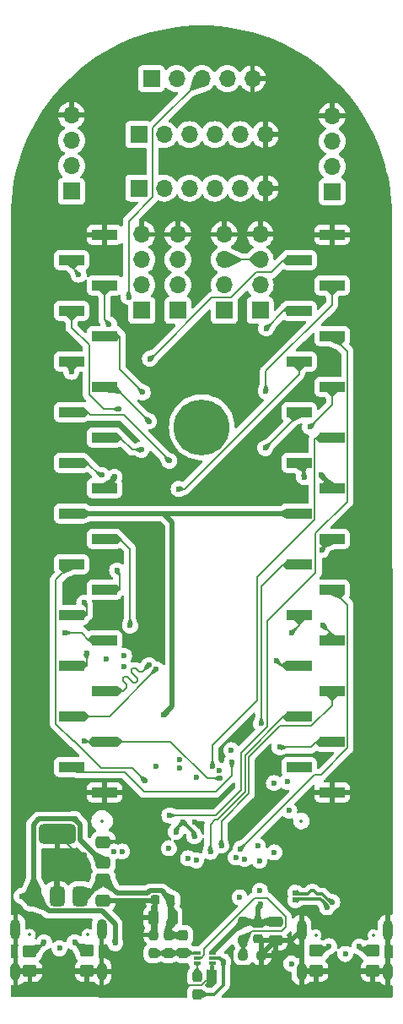
<source format=gbr>
%TF.GenerationSoftware,KiCad,Pcbnew,8.0.1-rc1*%
%TF.CreationDate,2024-09-19T09:15:59-04:00*%
%TF.ProjectId,MOBO_V2,4d4f424f-5f56-4322-9e6b-696361645f70,rev?*%
%TF.SameCoordinates,Original*%
%TF.FileFunction,Copper,L4,Bot*%
%TF.FilePolarity,Positive*%
%FSLAX46Y46*%
G04 Gerber Fmt 4.6, Leading zero omitted, Abs format (unit mm)*
G04 Created by KiCad (PCBNEW 8.0.1-rc1) date 2024-09-19 09:15:59*
%MOMM*%
%LPD*%
G01*
G04 APERTURE LIST*
G04 Aperture macros list*
%AMRoundRect*
0 Rectangle with rounded corners*
0 $1 Rounding radius*
0 $2 $3 $4 $5 $6 $7 $8 $9 X,Y pos of 4 corners*
0 Add a 4 corners polygon primitive as box body*
4,1,4,$2,$3,$4,$5,$6,$7,$8,$9,$2,$3,0*
0 Add four circle primitives for the rounded corners*
1,1,$1+$1,$2,$3*
1,1,$1+$1,$4,$5*
1,1,$1+$1,$6,$7*
1,1,$1+$1,$8,$9*
0 Add four rect primitives between the rounded corners*
20,1,$1+$1,$2,$3,$4,$5,0*
20,1,$1+$1,$4,$5,$6,$7,0*
20,1,$1+$1,$6,$7,$8,$9,0*
20,1,$1+$1,$8,$9,$2,$3,0*%
G04 Aperture macros list end*
%TA.AperFunction,ComponentPad*%
%ADD10O,1.000000X2.100000*%
%TD*%
%TA.AperFunction,ComponentPad*%
%ADD11O,1.000000X1.800000*%
%TD*%
%TA.AperFunction,ComponentPad*%
%ADD12R,1.700000X1.700000*%
%TD*%
%TA.AperFunction,ComponentPad*%
%ADD13O,1.700000X1.700000*%
%TD*%
%TA.AperFunction,ComponentPad*%
%ADD14C,5.600000*%
%TD*%
%TA.AperFunction,SMDPad,CuDef*%
%ADD15RoundRect,0.250000X0.250000X0.475000X-0.250000X0.475000X-0.250000X-0.475000X0.250000X-0.475000X0*%
%TD*%
%TA.AperFunction,SMDPad,CuDef*%
%ADD16RoundRect,0.250000X-0.475000X0.250000X-0.475000X-0.250000X0.475000X-0.250000X0.475000X0.250000X0*%
%TD*%
%TA.AperFunction,SMDPad,CuDef*%
%ADD17R,2.510000X1.000000*%
%TD*%
%TA.AperFunction,SMDPad,CuDef*%
%ADD18RoundRect,0.237500X-0.237500X0.250000X-0.237500X-0.250000X0.237500X-0.250000X0.237500X0.250000X0*%
%TD*%
%TA.AperFunction,SMDPad,CuDef*%
%ADD19RoundRect,0.250000X0.475000X-0.337500X0.475000X0.337500X-0.475000X0.337500X-0.475000X-0.337500X0*%
%TD*%
%TA.AperFunction,SMDPad,CuDef*%
%ADD20RoundRect,0.085000X0.265000X0.085000X-0.265000X0.085000X-0.265000X-0.085000X0.265000X-0.085000X0*%
%TD*%
%TA.AperFunction,SMDPad,CuDef*%
%ADD21RoundRect,0.225000X-0.250000X0.225000X-0.250000X-0.225000X0.250000X-0.225000X0.250000X0.225000X0*%
%TD*%
%TA.AperFunction,SMDPad,CuDef*%
%ADD22RoundRect,0.250000X-0.475000X0.337500X-0.475000X-0.337500X0.475000X-0.337500X0.475000X0.337500X0*%
%TD*%
%TA.AperFunction,SMDPad,CuDef*%
%ADD23RoundRect,0.250000X-0.450000X0.350000X-0.450000X-0.350000X0.450000X-0.350000X0.450000X0.350000X0*%
%TD*%
%TA.AperFunction,SMDPad,CuDef*%
%ADD24RoundRect,0.237500X0.237500X-0.300000X0.237500X0.300000X-0.237500X0.300000X-0.237500X-0.300000X0*%
%TD*%
%TA.AperFunction,SMDPad,CuDef*%
%ADD25RoundRect,0.237500X-0.237500X0.300000X-0.237500X-0.300000X0.237500X-0.300000X0.237500X0.300000X0*%
%TD*%
%TA.AperFunction,SMDPad,CuDef*%
%ADD26RoundRect,0.225000X0.225000X0.250000X-0.225000X0.250000X-0.225000X-0.250000X0.225000X-0.250000X0*%
%TD*%
%TA.AperFunction,SMDPad,CuDef*%
%ADD27RoundRect,0.237500X-0.250000X-0.237500X0.250000X-0.237500X0.250000X0.237500X-0.250000X0.237500X0*%
%TD*%
%TA.AperFunction,SMDPad,CuDef*%
%ADD28RoundRect,0.375000X0.375000X-0.625000X0.375000X0.625000X-0.375000X0.625000X-0.375000X-0.625000X0*%
%TD*%
%TA.AperFunction,SMDPad,CuDef*%
%ADD29RoundRect,0.500000X1.400000X-0.500000X1.400000X0.500000X-1.400000X0.500000X-1.400000X-0.500000X0*%
%TD*%
%TA.AperFunction,SMDPad,CuDef*%
%ADD30RoundRect,0.237500X0.237500X-0.250000X0.237500X0.250000X-0.237500X0.250000X-0.237500X-0.250000X0*%
%TD*%
%TA.AperFunction,ViaPad*%
%ADD31C,0.600000*%
%TD*%
%TA.AperFunction,ViaPad*%
%ADD32C,0.500000*%
%TD*%
%TA.AperFunction,Conductor*%
%ADD33C,0.500000*%
%TD*%
%TA.AperFunction,Conductor*%
%ADD34C,0.200000*%
%TD*%
%TA.AperFunction,Conductor*%
%ADD35C,0.300000*%
%TD*%
%ADD36C,0.300000*%
%ADD37C,0.350000*%
%ADD38O,0.600000X1.700000*%
%ADD39O,0.600000X1.400000*%
G04 APERTURE END LIST*
D10*
%TO.P,J302,S1,SHIELD*%
%TO.N,GND*%
X78410000Y-129900000D03*
D11*
X78410000Y-134100000D03*
D10*
X87050000Y-129900000D03*
D11*
X87050000Y-134100000D03*
%TD*%
D12*
%TO.P,J309,1,Pin_1*%
%TO.N,Vcc_3V3*%
X94720000Y-67870000D03*
D13*
%TO.P,J309,2,Pin_2*%
%TO.N,I2C_SDA_1_TCA*%
X94720000Y-65330000D03*
%TO.P,J309,3,Pin_3*%
%TO.N,I2C_SCL_1_TCA*%
X94720000Y-62790000D03*
%TO.P,J309,4,Pin_4*%
%TO.N,GND*%
X94720000Y-60250000D03*
%TD*%
D12*
%TO.P,J307,1,Pin_1*%
%TO.N,Vcc_3V3*%
X102970000Y-67860000D03*
D13*
%TO.P,J307,2,Pin_2*%
%TO.N,I2C_SDA_0_TCA*%
X102970000Y-65320000D03*
%TO.P,J307,3,Pin_3*%
%TO.N,I2C_SCL_0_TCA*%
X102970000Y-62780000D03*
%TO.P,J307,4,Pin_4*%
%TO.N,GND*%
X102970000Y-60240000D03*
%TD*%
D12*
%TO.P,CAN BUS,1,Pin_1*%
%TO.N,Vcc_3V3*%
X110220000Y-55980000D03*
D13*
%TO.P,CAN BUS,2,Pin_2*%
%TO.N,CAN_N*%
X110220000Y-53440000D03*
%TO.P,CAN BUS,3,Pin_3*%
%TO.N,CAN_P*%
X110220000Y-50900000D03*
%TO.P,CAN BUS,4,Pin_4*%
%TO.N,GND*%
X110220000Y-48360000D03*
%TD*%
D14*
%TO.P,REF\u002A\u002A,1*%
%TO.N,N/C*%
X97110000Y-79580000D03*
%TD*%
D12*
%TO.P,SPI,1,Pin_1*%
%TO.N,Vcc_3V3*%
X90795000Y-50245000D03*
D13*
%TO.P,SPI,2,Pin_2*%
%TO.N,CS_2*%
X93335000Y-50245000D03*
%TO.P,SPI,3,Pin_3*%
%TO.N,SPI_MOSI_ESP32*%
X95875000Y-50245000D03*
%TO.P,SPI,4,Pin_4*%
%TO.N,SPI_CLK_ESP32*%
X98415000Y-50245000D03*
%TO.P,SPI,5,Pin_5*%
%TO.N,SPI_MISO_ESP32*%
X100955000Y-50245000D03*
%TO.P,SPI,6,Pin_6*%
%TO.N,GND*%
X103495000Y-50245000D03*
%TD*%
D10*
%TO.P,J301,S1,SHIELD*%
%TO.N,GND*%
X107130000Y-129945000D03*
D11*
X107130000Y-134145000D03*
D10*
X115770000Y-129945000D03*
D11*
X115770000Y-134145000D03*
%TD*%
D12*
%TO.P,UART,1,Pin_1*%
%TO.N,Vcc_3V3*%
X84020000Y-55930000D03*
D13*
%TO.P,UART,2,Pin_2*%
%TO.N,GPIO18_U1_RXD*%
X84020000Y-53390000D03*
%TO.P,UART,3,Pin_3*%
%TO.N,GPIO17_U1_TXD*%
X84020000Y-50850000D03*
%TO.P,UART,4,Pin_4*%
%TO.N,GND*%
X84020000Y-48310000D03*
%TD*%
D12*
%TO.P,SPI,1,Pin_1*%
%TO.N,Vcc_3V3*%
X90795000Y-55605000D03*
D13*
%TO.P,SPI,2,Pin_2*%
%TO.N,CS_1*%
X93335000Y-55605000D03*
%TO.P,SPI,3,Pin_3*%
%TO.N,SPI_MOSI_ESP32*%
X95875000Y-55605000D03*
%TO.P,SPI,4,Pin_4*%
%TO.N,SPI_CLK_ESP32*%
X98415000Y-55605000D03*
%TO.P,SPI,5,Pin_5*%
%TO.N,SPI_MISO_ESP32*%
X100955000Y-55605000D03*
%TO.P,SPI,6,Pin_6*%
%TO.N,GND*%
X103495000Y-55605000D03*
%TD*%
D12*
%TO.P,J308,1,Pin_1*%
%TO.N,Vcc_3V3*%
X99370000Y-67870000D03*
D13*
%TO.P,J308,2,Pin_2*%
%TO.N,I2C_SDA_0_TCA*%
X99370000Y-65330000D03*
%TO.P,J308,3,Pin_3*%
%TO.N,I2C_SCL_0_TCA*%
X99370000Y-62790000D03*
%TO.P,J308,4,Pin_4*%
%TO.N,GND*%
X99370000Y-60250000D03*
%TD*%
D12*
%TO.P,J310,1,Pin_1*%
%TO.N,Vcc_3V3*%
X91100000Y-67870000D03*
D13*
%TO.P,J310,2,Pin_2*%
%TO.N,I2C_SDA_1_TCA*%
X91100000Y-65330000D03*
%TO.P,J310,3,Pin_3*%
%TO.N,I2C_SCL_1_TCA*%
X91100000Y-62790000D03*
%TO.P,J310,4,Pin_4*%
%TO.N,GND*%
X91100000Y-60250000D03*
%TD*%
D12*
%TO.P,I2S,1,Pin_1*%
%TO.N,Vcc_3V3*%
X92045000Y-44630000D03*
D13*
%TO.P,I2S,2,Pin_2*%
%TO.N,I2S_DIN{slash}DOUT*%
X94585000Y-44630000D03*
%TO.P,I2S,3,Pin_3*%
%TO.N,I2S_WS*%
X97125000Y-44630000D03*
%TO.P,I2S,4,Pin_4*%
%TO.N,I2S_BCLK*%
X99665000Y-44630000D03*
%TO.P,I2S,5,Pin_5*%
%TO.N,GND*%
X102205000Y-44630000D03*
%TD*%
D15*
%TO.P,C5,1*%
%TO.N,Vcc_5V*%
X94165000Y-128720000D03*
%TO.P,C5,2*%
%TO.N,GND*%
X92265000Y-128720000D03*
%TD*%
D16*
%TO.P,C1,1*%
%TO.N,VIN_PROTECTION*%
X104510000Y-129120000D03*
%TO.P,C1,2*%
%TO.N,GND*%
X104510000Y-131020000D03*
%TD*%
D17*
%TO.P,J2,1,Pin_1*%
%TO.N,GND*%
X110195000Y-60270000D03*
%TO.P,J2,2,Pin_2*%
%TO.N,CHIP_EN*%
X106885000Y-62810000D03*
%TO.P,J2,3,Pin_3*%
%TO.N,PWM_1*%
X110195000Y-65350000D03*
%TO.P,J2,4,Pin_4*%
%TO.N,PWM_2*%
X106885000Y-67890000D03*
%TO.P,J2,5,Pin_5*%
%TO.N,GPIO45*%
X110195000Y-70430000D03*
%TO.P,J2,6,Pin_6*%
%TO.N,GPIO46*%
X106885000Y-72970000D03*
%TO.P,J2,7,Pin_7*%
%TO.N,GPIO38_ADDRESSABLE_LED*%
X110195000Y-75510000D03*
%TO.P,J2,8,Pin_8*%
%TO.N,GPIO47*%
X106885000Y-78050000D03*
%TO.P,J2,9,Pin_9*%
%TO.N,GPIO48{slash}CAN_INT*%
X110195000Y-80590000D03*
%TO.P,J2,10,Pin_10*%
%TO.N,I2S_BCLK*%
X106885000Y-83130000D03*
%TO.P,J2,11,Pin_11*%
%TO.N,Vcc_3V3*%
X110195000Y-85670000D03*
%TO.P,J2,12,Pin_12*%
%TO.N,Vcc_5V*%
X106885000Y-88210000D03*
%TO.P,J2,13,Pin_13*%
%TO.N,I2C_SDA_2_TCA*%
X110195000Y-90750000D03*
%TO.P,J2,14,Pin_14*%
%TO.N,I2C_SCL_2_TCA*%
X106885000Y-93290000D03*
%TO.P,J2,15,Pin_15*%
%TO.N,I2C_SDA_3_TCA*%
X110195000Y-95830000D03*
%TO.P,J2,16,Pin_16*%
%TO.N,I2C_SCL_3_TCA*%
X106885000Y-98370000D03*
%TO.P,J2,17,Pin_17*%
%TO.N,CS_2*%
X110195000Y-100910000D03*
%TO.P,J2,18,Pin_18*%
%TO.N,SPI_CLK_ESP32*%
X106885000Y-103450000D03*
%TO.P,J2,19,Pin_19*%
%TO.N,SPI_MOSI_ESP32*%
X110195000Y-105990000D03*
%TO.P,J2,20,Pin_20*%
%TO.N,SPI_MISO_ESP32*%
X106885000Y-108530000D03*
%TO.P,J2,21,Pin_21*%
%TO.N,I2S_DIN{slash}DOUT*%
X110195000Y-111070000D03*
%TO.P,J2,22,Pin_22*%
%TO.N,SUSCLK*%
X106885000Y-113610000D03*
%TO.P,J2,23,Pin_23*%
%TO.N,GND*%
X110195000Y-116150000D03*
%TD*%
D18*
%TO.P,R2,1*%
%TO.N,Vcc_5V*%
X93740000Y-130455000D03*
%TO.P,R2,2*%
%TO.N,Net-(U2-VFB)*%
X93740000Y-132280000D03*
%TD*%
%TO.P,R1,1*%
%TO.N,VIN_PROTECTION*%
X101270000Y-129157500D03*
%TO.P,R1,2*%
%TO.N,Net-(U2-EN)*%
X101270000Y-130982500D03*
%TD*%
D19*
%TO.P,C7,1*%
%TO.N,GND*%
X87210000Y-126987500D03*
%TO.P,C7,2*%
%TO.N,Vcc_5V*%
X87210000Y-124912500D03*
%TD*%
D20*
%TO.P,U2,1,VIN*%
%TO.N,VIN_PROTECTION*%
X98140000Y-132247500D03*
%TO.P,U2,2,SW*%
%TO.N,Net-(U2-SW)*%
X98140000Y-132747500D03*
%TO.P,U2,3,GND*%
%TO.N,GND*%
X98140000Y-133247500D03*
%TO.P,U2,4,VBST*%
%TO.N,Net-(U2-VBST)*%
X96640000Y-133247500D03*
%TO.P,U2,5,EN*%
%TO.N,Net-(U2-EN)*%
X96640000Y-132747500D03*
%TO.P,U2,6,VFB*%
%TO.N,Net-(U2-VFB)*%
X96640000Y-132247500D03*
%TD*%
D21*
%TO.P,C2,1*%
%TO.N,VIN_PROTECTION*%
X102750000Y-129305000D03*
%TO.P,C2,2*%
%TO.N,GND*%
X102750000Y-130855000D03*
%TD*%
D22*
%TO.P,C8,1*%
%TO.N,GND*%
X87210000Y-121152500D03*
%TO.P,C8,2*%
%TO.N,Vcc_3V3*%
X87210000Y-123227500D03*
%TD*%
D23*
%TO.P,R302,1*%
%TO.N,Net-(J301-CC1)*%
X108610000Y-132050000D03*
%TO.P,R302,2*%
%TO.N,GND*%
X108610000Y-134050000D03*
%TD*%
D24*
%TO.P,C3,1*%
%TO.N,Net-(U2-SW)*%
X96640000Y-136392500D03*
%TO.P,C3,2*%
%TO.N,Net-(U2-VBST)*%
X96640000Y-134667500D03*
%TD*%
D25*
%TO.P,C4,1*%
%TO.N,Vcc_5V*%
X95250000Y-130515000D03*
%TO.P,C4,2*%
%TO.N,Net-(U2-VFB)*%
X95250000Y-132240000D03*
%TD*%
D23*
%TO.P,R303,1*%
%TO.N,Net-(J302-CC2)*%
X85570000Y-132050000D03*
%TO.P,R303,2*%
%TO.N,GND*%
X85570000Y-134050000D03*
%TD*%
D26*
%TO.P,C6,1*%
%TO.N,Vcc_5V*%
X93990000Y-126960000D03*
%TO.P,C6,2*%
%TO.N,GND*%
X92440000Y-126960000D03*
%TD*%
D27*
%TO.P,R3,1*%
%TO.N,Net-(U2-EN)*%
X101267500Y-132500000D03*
%TO.P,R3,2*%
%TO.N,GND*%
X103092500Y-132500000D03*
%TD*%
D28*
%TO.P,U3,1,VI*%
%TO.N,Vcc_5V*%
X84870000Y-126590000D03*
%TO.P,U3,2,GND*%
%TO.N,GND*%
X82570000Y-126590000D03*
D29*
X82570000Y-120290000D03*
D28*
%TO.P,U3,3,VO*%
%TO.N,Vcc_3V3*%
X80270000Y-126590000D03*
%TD*%
D23*
%TO.P,R301,1*%
%TO.N,Net-(J301-CC2)*%
X114270000Y-132050000D03*
%TO.P,R301,2*%
%TO.N,GND*%
X114270000Y-134050000D03*
%TD*%
%TO.P,R304,1*%
%TO.N,Net-(J302-CC1)*%
X79850000Y-132070000D03*
%TO.P,R304,2*%
%TO.N,GND*%
X79850000Y-134070000D03*
%TD*%
D30*
%TO.P,R4,1*%
%TO.N,Net-(U2-VFB)*%
X92250000Y-132270000D03*
%TO.P,R4,2*%
%TO.N,GND*%
X92250000Y-130445000D03*
%TD*%
D17*
%TO.P,J1,1,Pin_1*%
%TO.N,GND*%
X87335000Y-60270000D03*
%TO.P,J1,2,Pin_2*%
%TO.N,RESET_OTHERS*%
X84025000Y-62810000D03*
%TO.P,J1,3,Pin_3*%
%TO.N,PWM_3*%
X87335000Y-65350000D03*
%TO.P,J1,4,Pin_4*%
%TO.N,PWM_4*%
X84025000Y-67890000D03*
%TO.P,J1,5,Pin_5*%
%TO.N,GPIO15*%
X87335000Y-70430000D03*
%TO.P,J1,6,Pin_6*%
%TO.N,GPIO16*%
X84025000Y-72970000D03*
%TO.P,J1,7,Pin_7*%
%TO.N,GPIO26*%
X87335000Y-75510000D03*
%TO.P,J1,8,Pin_8*%
%TO.N,GPIO33*%
X84025000Y-78050000D03*
%TO.P,J1,9,Pin_9*%
%TO.N,GPIO34*%
X87335000Y-80590000D03*
%TO.P,J1,10,Pin_10*%
%TO.N,I2S_WS*%
X84025000Y-83130000D03*
%TO.P,J1,11,Pin_11*%
%TO.N,Vcc_3V3*%
X87335000Y-85670000D03*
%TO.P,J1,12,Pin_12*%
%TO.N,Vcc_5V*%
X84025000Y-88210000D03*
%TO.P,J1,13,Pin_13*%
%TO.N,I2C_SDA_ESP32*%
X87335000Y-90750000D03*
%TO.P,J1,14,Pin_14*%
%TO.N,I2C_SCL_ESP32*%
X84025000Y-93290000D03*
%TO.P,J1,15,Pin_15*%
%TO.N,I2C_SDA_0_TCA*%
X87335000Y-95830000D03*
%TO.P,J1,16,Pin_16*%
%TO.N,I2C_SCL_0_TCA*%
X84025000Y-98370000D03*
%TO.P,J1,17,Pin_17*%
%TO.N,I2C_SDA_1_TCA*%
X87335000Y-100910000D03*
%TO.P,J1,18,Pin_18*%
%TO.N,I2C_SCL_1_TCA*%
X84025000Y-103450000D03*
%TO.P,J1,19,Pin_19*%
%TO.N,CAN_N*%
X87335000Y-105990000D03*
%TO.P,J1,20,Pin_20*%
%TO.N,CAN_P*%
X84025000Y-108530000D03*
%TO.P,J1,21,Pin_21*%
%TO.N,GPIO18_U1_RXD*%
X87335000Y-111070000D03*
%TO.P,J1,22,Pin_22*%
%TO.N,GPIO17_U1_TXD*%
X84025000Y-113610000D03*
%TO.P,J1,23,Pin_23*%
%TO.N,GND*%
X87335000Y-116150000D03*
%TD*%
D31*
%TO.N,VIN_PROTECTION*%
X103030000Y-127380000D03*
X106099000Y-133327200D03*
D32*
%TO.N,GND*%
X81770000Y-55100000D03*
X91930000Y-42400000D03*
X86850000Y-57640000D03*
X99550000Y-70340000D03*
X107170000Y-55100000D03*
X114790000Y-100820000D03*
X112250000Y-93200000D03*
X89390000Y-52560000D03*
X79230000Y-72880000D03*
X104630000Y-85580000D03*
X114790000Y-72880000D03*
X114790000Y-80500000D03*
X112250000Y-90660000D03*
X97010000Y-75420000D03*
X114790000Y-93200000D03*
X112250000Y-62720000D03*
X114790000Y-108440000D03*
X81770000Y-88120000D03*
X79230000Y-116060000D03*
D31*
X97560000Y-125610000D03*
D32*
X81770000Y-85580000D03*
X79230000Y-57640000D03*
X114790000Y-103360000D03*
X91930000Y-133840000D03*
X114790000Y-62720000D03*
X112250000Y-57640000D03*
X112250000Y-116060000D03*
X94470000Y-52560000D03*
X79230000Y-108440000D03*
X114790000Y-105900000D03*
X97010000Y-39860000D03*
X114790000Y-65260000D03*
X94470000Y-42400000D03*
X112250000Y-65260000D03*
X91930000Y-47480000D03*
X89390000Y-44940000D03*
X114790000Y-75420000D03*
X84310000Y-116060000D03*
X79230000Y-67800000D03*
D31*
X94609300Y-123046000D03*
X92580000Y-123170000D03*
D32*
X102090000Y-70340000D03*
X81770000Y-83040000D03*
X81770000Y-72880000D03*
D31*
X91454265Y-118325735D03*
D32*
X91930000Y-70340000D03*
X112250000Y-50020000D03*
X86850000Y-62720000D03*
X79230000Y-80500000D03*
X91930000Y-98280000D03*
X81770000Y-113520000D03*
D31*
X92040000Y-135660000D03*
D32*
X99550000Y-126220000D03*
X79230000Y-113520000D03*
X91930000Y-85580000D03*
X79230000Y-77960000D03*
X99550000Y-52560000D03*
X114790000Y-55100000D03*
X81770000Y-77960000D03*
X84310000Y-44940000D03*
X79230000Y-93200000D03*
X81770000Y-75420000D03*
X112250000Y-113520000D03*
X114790000Y-70340000D03*
X102090000Y-42400000D03*
D31*
X96410000Y-119140000D03*
D32*
X81770000Y-110980000D03*
X81770000Y-80500000D03*
X102090000Y-72880000D03*
X79230000Y-62720000D03*
X79230000Y-70340000D03*
X79230000Y-85580000D03*
X99550000Y-42400000D03*
X79230000Y-55100000D03*
X84310000Y-60180000D03*
X107170000Y-50020000D03*
X89390000Y-83040000D03*
X81770000Y-116060000D03*
X81770000Y-93200000D03*
X89390000Y-42400000D03*
X114790000Y-116060000D03*
X86850000Y-44940000D03*
X86850000Y-47480000D03*
X99550000Y-47480000D03*
D31*
X89504300Y-123077000D03*
D32*
X81770000Y-70340000D03*
D31*
X82570000Y-125260000D03*
D32*
X104630000Y-44940000D03*
X107170000Y-57640000D03*
X107170000Y-52560000D03*
X114790000Y-60180000D03*
X79230000Y-95740000D03*
X104630000Y-42400000D03*
X114790000Y-90660000D03*
X112250000Y-95740000D03*
X79230000Y-75420000D03*
X109710000Y-44940000D03*
X79230000Y-60180000D03*
X81770000Y-57640000D03*
X101269600Y-110490000D03*
X81770000Y-50020000D03*
X114790000Y-110980000D03*
X81770000Y-67800000D03*
X112250000Y-67800000D03*
X79230000Y-83040000D03*
X104630000Y-52560000D03*
X91930000Y-90660000D03*
X114790000Y-95740000D03*
X81770000Y-65260000D03*
D31*
X85340900Y-122419000D03*
X101490000Y-118970000D03*
D32*
X114790000Y-113520000D03*
X114790000Y-83040000D03*
X114790000Y-57640000D03*
X114790000Y-88120000D03*
X112250000Y-70340000D03*
X79230000Y-98280000D03*
X89390000Y-47480000D03*
X84310000Y-57640000D03*
X112250000Y-60180000D03*
X81770000Y-62720000D03*
X79230000Y-90660000D03*
X79230000Y-65260000D03*
X79230000Y-88120000D03*
X114790000Y-85580000D03*
D31*
X109660000Y-120590000D03*
D32*
X114790000Y-98280000D03*
X81770000Y-60180000D03*
X107170000Y-44940000D03*
X114790000Y-67800000D03*
X79230000Y-110980000D03*
X112250000Y-55100000D03*
X114790000Y-77960000D03*
D31*
X109110000Y-123940000D03*
D32*
X81770000Y-90660000D03*
X97010000Y-42400000D03*
X99550000Y-57640000D03*
X112250000Y-52560000D03*
X81770000Y-52560000D03*
X86850000Y-50020000D03*
X79230000Y-105900000D03*
D31*
X105550000Y-123010000D03*
D32*
X79230000Y-100820000D03*
X91930000Y-95740000D03*
X79230000Y-103360000D03*
D31*
%TO.N,Vcc_5V*%
X93302900Y-108416000D03*
X93990000Y-127810000D03*
%TO.N,Vcc_3V3*%
X79010000Y-126560000D03*
X105890000Y-117990000D03*
X88410000Y-131270000D03*
X109067100Y-84365800D03*
X88345900Y-84551700D03*
X84370800Y-118840000D03*
%TO.N,Net-(U2-SW)*%
X99270000Y-133113000D03*
%TO.N,VBUS*%
X111520000Y-132350000D03*
X82820000Y-131780000D03*
%TO.N,I2C_SDA_2_TCA*%
X109153600Y-91877200D03*
%TO.N,GPIO18_U1_RXD*%
X85276800Y-111017600D03*
X98983750Y-114753750D03*
%TO.N,GPIO33*%
X95732500Y-122773400D03*
X93839300Y-82937900D03*
%TO.N,I2C_SDA_ESP32*%
X89909400Y-99452200D03*
%TO.N,GPIO34*%
X91056100Y-81827400D03*
%TO.N,FT231_D+*%
X110215000Y-127155000D03*
X106500000Y-126215000D03*
%TO.N,GPIO47*%
X98838515Y-113967044D03*
X103491400Y-81656500D03*
%TO.N,I2S_BCLK*%
X104360500Y-115231500D03*
X107380000Y-84580000D03*
%TO.N,CAN_P*%
X89105000Y-122090000D03*
X92522000Y-103813000D03*
%TO.N,CAN_N*%
X88255000Y-122090000D03*
X91812700Y-103397000D03*
%TO.N,GPIO16*%
X96561600Y-122969500D03*
X84011300Y-74018100D03*
%TO.N,SPI_CLK_ESP32*%
X100519900Y-122672400D03*
X104615900Y-102968400D03*
%TO.N,PWM_1*%
X89257100Y-103562200D03*
X103541000Y-75974900D03*
%TO.N,I2C_SDA_1_TCA*%
X83393100Y-100171800D03*
X102912700Y-123016700D03*
%TO.N,CHIP_EN*%
X91906700Y-72700900D03*
X92544800Y-113518900D03*
%TO.N,I2C_SDA_3_TCA*%
X100987300Y-121834400D03*
%TO.N,DEBUG_D-*%
X94514800Y-120115000D03*
X96370000Y-120570000D03*
X95233500Y-119136000D03*
%TO.N,GPIO45*%
X93851800Y-118472200D03*
%TO.N,RESET_OTHERS*%
X84735400Y-64280000D03*
%TO.N,I2C_SDA_0_TCA*%
X104384800Y-122185000D03*
X88602800Y-93918400D03*
%TO.N,GPIO26*%
X94904600Y-113711588D03*
X91800800Y-78976100D03*
%TO.N,GPIO46*%
X94787100Y-85753200D03*
X93808900Y-121759800D03*
%TO.N,I2C_SCL_2_TCA*%
X103070900Y-109270500D03*
%TO.N,GPIO17_U1_TXD*%
X100119600Y-113140000D03*
%TO.N,I2C_SCL_3_TCA*%
X106118400Y-100171800D03*
X101424600Y-122829600D03*
%TO.N,GPIO48{slash}CAN_INT*%
X98180190Y-113512500D03*
%TO.N,FT231_D-*%
X109685000Y-127685000D03*
X106500000Y-126965000D03*
%TO.N,PWM_3*%
X87800300Y-69258400D03*
X87531900Y-102806600D03*
%TO.N,I2C_SCL_0_TCA*%
X102728300Y-121524600D03*
X85310500Y-97167500D03*
%TO.N,SPI_MISO_ESP32*%
X97978000Y-122103400D03*
%TO.N,PWM_4*%
X88806200Y-77753000D03*
%TO.N,I2S_DIN{slash}DOUT*%
X104932600Y-111643900D03*
%TO.N,SPI_MOSI_ESP32*%
X99074200Y-121501300D03*
%TO.N,GPIO38_ADDRESSABLE_LED*%
X105683400Y-115104400D03*
X107980000Y-79550000D03*
%TO.N,GPIO15*%
X91173600Y-76079200D03*
X96547400Y-114640000D03*
%TO.N,I2C_SCL_1_TCA*%
X85533700Y-102211800D03*
X102939100Y-126031200D03*
%TO.N,I2C_SCL_ESP32*%
X91367900Y-114952700D03*
%TO.N,PWM_2*%
X89309800Y-102467600D03*
X103581300Y-69667200D03*
%TO.N,I2S_WS*%
X89770000Y-66520000D03*
X94904600Y-112911585D03*
X87069100Y-84352700D03*
%TO.N,CS_2*%
X100901700Y-126679800D03*
X109306900Y-99446900D03*
%TO.N,CS_1*%
X100064500Y-111937500D03*
%TO.N,Net-(J301-CC2)*%
X112928000Y-131613000D03*
%TO.N,Net-(J301-CC1)*%
X109907000Y-131578000D03*
%TO.N,Net-(J302-CC1)*%
X81279300Y-131180000D03*
%TO.N,Net-(J302-CC2)*%
X84345000Y-131180000D03*
%TD*%
D33*
%TO.N,VIN_PROTECTION*%
X98180000Y-132128000D02*
X98160000Y-132128000D01*
X98140100Y-132128000D02*
X98140000Y-132128000D01*
X98140400Y-132128000D02*
X98140200Y-132128000D01*
X101270000Y-129158000D02*
X98300000Y-132128000D01*
X102750000Y-129305000D02*
X102750000Y-129158000D01*
X98160000Y-132128000D02*
X98150000Y-132128000D01*
X102750000Y-129158000D02*
X102750000Y-127660000D01*
X98300000Y-132128000D02*
X98220000Y-132128000D01*
X98145000Y-132128000D02*
X98142500Y-132128000D01*
X104472000Y-129158000D02*
X102750000Y-129158000D01*
X98140700Y-132128000D02*
X98140400Y-132128000D01*
X98141300Y-132128000D02*
X98140700Y-132128000D01*
X98140200Y-132128000D02*
X98140100Y-132128000D01*
X102750000Y-127660000D02*
X103030000Y-127380000D01*
X104510000Y-129120000D02*
X104472000Y-129158000D01*
X98150000Y-132128000D02*
X98145000Y-132128000D01*
X98142500Y-132128000D02*
X98141300Y-132128000D01*
X98220000Y-132128000D02*
X98180000Y-132128000D01*
X101270500Y-129158000D02*
X101270000Y-129158000D01*
X102750000Y-129158000D02*
X101270500Y-129158000D01*
X101270500Y-129158000D02*
X101270000Y-129157500D01*
D34*
%TO.N,GND*%
X98140000Y-134471722D02*
X98140000Y-133247500D01*
X92040000Y-135660000D02*
X92195000Y-135505000D01*
D33*
X82570000Y-125260000D02*
X82570000Y-126590000D01*
X106055000Y-131020000D02*
X107130000Y-129945000D01*
X103092000Y-132438000D02*
X103092000Y-131198000D01*
X92412500Y-126988000D02*
X92440000Y-126960000D01*
X78410000Y-134100000D02*
X87050000Y-134100000D01*
D34*
X92195000Y-135505000D02*
X97106722Y-135505000D01*
D33*
X103092000Y-131198000D02*
X102750000Y-130855000D01*
X102915000Y-131020000D02*
X102750000Y-130855000D01*
X92440000Y-126960000D02*
X92440000Y-130255000D01*
D34*
X84699100Y-122419000D02*
X82570000Y-120290000D01*
D33*
X89278530Y-116150000D02*
X91454265Y-118325735D01*
D34*
X85340900Y-122419000D02*
X84699100Y-122419000D01*
D33*
X104510000Y-131020000D02*
X103092000Y-132438000D01*
X87335000Y-116150000D02*
X89278530Y-116150000D01*
D34*
X97106722Y-135505000D02*
X98140000Y-134471722D01*
D33*
X92440000Y-130255000D02*
X92250000Y-130445000D01*
X87210000Y-126988000D02*
X92412500Y-126988000D01*
X82570000Y-120290000D02*
X82570000Y-125260000D01*
X104510000Y-131020000D02*
X106055000Y-131020000D01*
X107130000Y-134145000D02*
X115770000Y-134145000D01*
X104510000Y-131020000D02*
X102915000Y-131020000D01*
%TO.N,Vcc_5V*%
X93800000Y-130515000D02*
X93740000Y-130455000D01*
X93302900Y-88210000D02*
X84025000Y-88210000D01*
X93990000Y-127810000D02*
X93990000Y-128545000D01*
X87893500Y-125596000D02*
X87210000Y-124912500D01*
X93990000Y-126960000D02*
X93990000Y-127810000D01*
X87893800Y-125596000D02*
X87210000Y-124912000D01*
X93740000Y-129145000D02*
X94165000Y-128720000D01*
X93065000Y-126035000D02*
X91929200Y-126035000D01*
X93740000Y-130455000D02*
X93740000Y-129145000D01*
X95250000Y-130515000D02*
X93800000Y-130515000D01*
X93302900Y-88210000D02*
X94160000Y-89067100D01*
X93990000Y-126960000D02*
X93065000Y-126035000D01*
X87893800Y-125596000D02*
X87893500Y-125596000D01*
X91929200Y-126035000D02*
X91684200Y-126280000D01*
X87210000Y-124912000D02*
X85532500Y-126590000D01*
X94160000Y-107558900D02*
X93302900Y-108416000D01*
X91684200Y-126280000D02*
X88577500Y-126280000D01*
X93990000Y-128545000D02*
X94165000Y-128720000D01*
X106885000Y-88210000D02*
X93302900Y-88210000D01*
X85532500Y-126590000D02*
X84870000Y-126590000D01*
X94160000Y-89067100D02*
X94160000Y-107558900D01*
X88577500Y-126280000D02*
X87893800Y-125596000D01*
%TO.N,Vcc_3V3*%
X84920000Y-120938000D02*
X84920000Y-119389000D01*
X80769200Y-118840000D02*
X80220000Y-119389000D01*
X88410000Y-129366000D02*
X87083500Y-128040000D01*
X86517000Y-122534500D02*
X87210000Y-123227500D01*
X88410000Y-131270000D02*
X88410000Y-129366000D01*
X81720000Y-128040000D02*
X80270000Y-126590000D01*
X84920000Y-119389000D02*
X84370800Y-118840000D01*
X79040000Y-126590000D02*
X79010000Y-126560000D01*
X80270000Y-126590000D02*
X79040000Y-126590000D01*
X86516500Y-122534500D02*
X84920000Y-120938000D01*
X110195000Y-85493700D02*
X109067100Y-84365800D01*
X80220000Y-119389000D02*
X80220000Y-126540000D01*
X110195000Y-85670000D02*
X110195000Y-85493700D01*
X87083500Y-128040000D02*
X81720000Y-128040000D01*
X80220000Y-126540000D02*
X80270000Y-126590000D01*
X87210000Y-123228000D02*
X86516500Y-122534500D01*
X86516500Y-122534500D02*
X86517000Y-122534500D01*
X84370800Y-118840000D02*
X80769200Y-118840000D01*
X88345900Y-84551700D02*
X88345900Y-84659100D01*
X88345900Y-84659100D02*
X87335000Y-85670000D01*
D34*
%TO.N,Net-(U2-SW)*%
X98140500Y-132748000D02*
X98140000Y-132747500D01*
D35*
X98338000Y-136392000D02*
X96640000Y-136392000D01*
D34*
X96640000Y-136392000D02*
X96640000Y-136392500D01*
D35*
X99270000Y-133113000D02*
X98904300Y-132748000D01*
X99270000Y-133113000D02*
X99270000Y-135460000D01*
X98140500Y-132748000D02*
X98140000Y-132748000D01*
X99270000Y-135460000D02*
X98338000Y-136392000D01*
X98904300Y-132748000D02*
X98140500Y-132748000D01*
D34*
%TO.N,Net-(U2-VBST)*%
X96640000Y-134667500D02*
X96640000Y-134668000D01*
X96640000Y-133248000D02*
X96640000Y-134667500D01*
X96640000Y-133248000D02*
X96640000Y-133247500D01*
%TO.N,Net-(U2-VFB)*%
X96640000Y-132247500D02*
X96640000Y-132248000D01*
X95250000Y-132240000D02*
X95250000Y-132270000D01*
X93740000Y-132270000D02*
X95250000Y-132270000D01*
X93740000Y-132280000D02*
X93740000Y-132270000D01*
X96617500Y-132270000D02*
X96640000Y-132248000D01*
X95250000Y-132270000D02*
X96617500Y-132270000D01*
X92250000Y-132270000D02*
X93740000Y-132270000D01*
%TO.N,I2C_SDA_2_TCA*%
X110195000Y-90750000D02*
X109153600Y-91791400D01*
X109153600Y-91791400D02*
X109153600Y-91877200D01*
%TO.N,GPIO18_U1_RXD*%
X85778300Y-111070000D02*
X85726000Y-111017700D01*
X97644250Y-114753750D02*
X93960500Y-111070000D01*
X85726000Y-111017700D02*
X85276800Y-111017700D01*
X85276800Y-111017700D02*
X85276800Y-111017600D01*
X93960500Y-111070000D02*
X87335000Y-111070000D01*
X98983750Y-114753750D02*
X97644250Y-114753750D01*
X87335000Y-111070000D02*
X85778300Y-111070000D01*
%TO.N,GPIO33*%
X89256100Y-78354700D02*
X93839300Y-82937900D01*
X85581700Y-78050000D02*
X85886400Y-78354700D01*
X85886400Y-78354700D02*
X89256100Y-78354700D01*
X84025000Y-78050000D02*
X85581700Y-78050000D01*
%TO.N,I2C_SDA_ESP32*%
X89909400Y-91767700D02*
X88891700Y-90750000D01*
X87335000Y-90750000D02*
X88891700Y-90750000D01*
X89909400Y-99452200D02*
X89909400Y-91767700D01*
%TO.N,GPIO34*%
X88891700Y-80590000D02*
X90129100Y-81827400D01*
X87335000Y-80590000D02*
X88891700Y-80590000D01*
X90129100Y-81827400D02*
X91056100Y-81827400D01*
D35*
%TO.N,FT231_D+*%
X108703000Y-126365000D02*
X108343000Y-126005000D01*
X107743000Y-126365000D02*
X106650000Y-126365000D01*
X110215000Y-127155000D02*
X110003000Y-127155000D01*
X108343000Y-126005000D02*
X108103000Y-126005000D01*
X109213000Y-126365000D02*
X108703000Y-126365000D01*
X106650000Y-126365000D02*
X106500000Y-126215000D01*
X108103000Y-126005000D02*
X107743000Y-126365000D01*
X110003000Y-127155000D02*
X109213000Y-126365000D01*
D34*
%TO.N,GPIO47*%
X106885000Y-78262900D02*
X103491400Y-81656500D01*
X106885000Y-78050000D02*
X106885000Y-78262900D01*
%TO.N,I2S_BCLK*%
X107380000Y-83625000D02*
X106885000Y-83130000D01*
X107380000Y-84580000D02*
X107380000Y-83625000D01*
%TO.N,CAN_P*%
X87811000Y-108530000D02*
X84025000Y-108530000D01*
X92522000Y-103813000D02*
X92522000Y-103819000D01*
X92522000Y-103819000D02*
X87811000Y-108530000D01*
%TO.N,CAN_N*%
X91243700Y-103966000D02*
X91703300Y-103506000D01*
X89219700Y-105990000D02*
X89546600Y-105663000D01*
X89301400Y-104569000D02*
X89640800Y-104569000D01*
X91780500Y-103429200D02*
X91799800Y-103410000D01*
X90150000Y-103721000D02*
X90489400Y-103721000D01*
X90140600Y-105069000D02*
X90258000Y-105187000D01*
X90489400Y-103721000D02*
X90819400Y-104051000D01*
X90065100Y-104145000D02*
X90065100Y-103806000D01*
X91780500Y-103429200D02*
X91812700Y-103397000D01*
X91158800Y-104051000D02*
X91243700Y-103966000D01*
X89216500Y-104654000D02*
X89301400Y-104569000D01*
X90492900Y-105187000D02*
X90682300Y-104997000D01*
X87335000Y-105990000D02*
X89219700Y-105990000D01*
X89546600Y-105663000D02*
X89546600Y-105324000D01*
X91703300Y-103506000D02*
X91780500Y-103429200D01*
X90819400Y-104051000D02*
X91158800Y-104051000D01*
X89216500Y-104994000D02*
X89216500Y-104654000D01*
X90564900Y-104645000D02*
X90395100Y-104475000D01*
X90395100Y-104475000D02*
X90065100Y-104145000D01*
X90258000Y-105187000D02*
X90492900Y-105187000D01*
X90564800Y-104645000D02*
X90564900Y-104645000D01*
X89640800Y-104569000D02*
X89970900Y-104899000D01*
X90682300Y-104997000D02*
X90682300Y-104762000D01*
X89970900Y-104899000D02*
X90140600Y-105069000D01*
X89546600Y-105324000D02*
X89216500Y-104994000D01*
X90682300Y-104762000D02*
X90564800Y-104645000D01*
X90065100Y-103806000D02*
X90150000Y-103721000D01*
%TO.N,GPIO16*%
X84025000Y-72970000D02*
X84011300Y-72983700D01*
X84011300Y-72983700D02*
X84011300Y-74018100D01*
%TO.N,SPI_CLK_ESP32*%
X105097500Y-103450000D02*
X104615900Y-102968400D01*
X106885000Y-103450000D02*
X105097500Y-103450000D01*
%TO.N,PWM_1*%
X110195000Y-65350000D02*
X110195000Y-67303300D01*
X110195000Y-67303300D02*
X103541000Y-73957300D01*
X103541000Y-73957300D02*
X103541000Y-75974900D01*
%TO.N,I2C_SDA_1_TCA*%
X85040100Y-100171800D02*
X83393100Y-100171800D01*
X87335000Y-100910000D02*
X85778300Y-100910000D01*
X85778300Y-100910000D02*
X85040100Y-100171800D01*
%TO.N,CHIP_EN*%
X91906700Y-72700900D02*
X92032900Y-72700900D01*
X100058800Y-66600000D02*
X102608800Y-64050000D01*
X102608800Y-64050000D02*
X104088300Y-64050000D01*
X98133800Y-66600000D02*
X100058800Y-66600000D01*
X104088300Y-64050000D02*
X105328300Y-62810000D01*
X92032900Y-72700900D02*
X98133800Y-66600000D01*
X106885000Y-62810000D02*
X105328300Y-62810000D01*
%TO.N,I2C_SDA_3_TCA*%
X111750000Y-111722400D02*
X109062200Y-114410200D01*
X108411500Y-114410200D02*
X100987300Y-121834400D01*
X109062200Y-114410200D02*
X108411500Y-114410200D01*
X111750000Y-97385000D02*
X111750000Y-111722400D01*
X110195000Y-95830000D02*
X111750000Y-97385000D01*
D35*
%TO.N,DEBUG_D-*%
X94514800Y-119855000D02*
X95233500Y-119136000D01*
X94514800Y-120115000D02*
X94514800Y-119855000D01*
X96370000Y-120273000D02*
X95233500Y-119136000D01*
X96370000Y-120570000D02*
X96370000Y-120273000D01*
D34*
%TO.N,GPIO45*%
X103710000Y-99011500D02*
X103710000Y-109532000D01*
X111750000Y-71985000D02*
X111750000Y-87013300D01*
X108551900Y-94169600D02*
X103710000Y-99011500D01*
X101043400Y-115945200D02*
X98516400Y-118472200D01*
X101043400Y-112198600D02*
X101043400Y-115945200D01*
X103710000Y-109532000D02*
X101043400Y-112198600D01*
X108551900Y-90211400D02*
X108551900Y-94169600D01*
X111750000Y-87013300D02*
X108551900Y-90211400D01*
X110195000Y-70430000D02*
X111750000Y-71985000D01*
X98516400Y-118472200D02*
X93851800Y-118472200D01*
%TO.N,RESET_OTHERS*%
X84025000Y-62810000D02*
X84025000Y-63463700D01*
X84025000Y-63463700D02*
X84841300Y-64280000D01*
X84841300Y-64280000D02*
X84735400Y-64280000D01*
%TO.N,I2C_SDA_0_TCA*%
X88891700Y-95830000D02*
X88891700Y-94207300D01*
X87335000Y-95830000D02*
X88891700Y-95830000D01*
X88891700Y-94207300D02*
X88602800Y-93918400D01*
%TO.N,GPIO26*%
X88334700Y-75510000D02*
X87335000Y-75510000D01*
X91800800Y-78976100D02*
X88334700Y-75510000D01*
%TO.N,GPIO46*%
X95356600Y-85753200D02*
X94787100Y-85753200D01*
X106885000Y-74224800D02*
X95356600Y-85753200D01*
X106885000Y-72970000D02*
X106885000Y-74224800D01*
%TO.N,I2C_SCL_2_TCA*%
X106885000Y-93290000D02*
X105328300Y-93290000D01*
X103070900Y-109270500D02*
X103070900Y-95547400D01*
X103070900Y-95547400D02*
X105328300Y-93290000D01*
%TO.N,GPIO17_U1_TXD*%
X100119600Y-114466429D02*
X98492229Y-116093800D01*
X98492229Y-116093800D02*
X91331700Y-116093800D01*
X84537700Y-114122700D02*
X84025000Y-113610000D01*
X89360600Y-114122700D02*
X84537700Y-114122700D01*
X91331700Y-116093800D02*
X89360600Y-114122700D01*
X100119600Y-113140000D02*
X100119600Y-114466429D01*
%TO.N,I2C_SCL_3_TCA*%
X106885000Y-98370000D02*
X106885000Y-99405200D01*
X106885000Y-99405200D02*
X106118400Y-100171800D01*
%TO.N,GPIO48{slash}CAN_INT*%
X108441700Y-88836500D02*
X108441700Y-80786600D01*
X108441700Y-80786600D02*
X108638300Y-80590000D01*
X102670900Y-106939100D02*
X102670900Y-94607300D01*
X98180190Y-111429810D02*
X102670900Y-106939100D01*
X108638300Y-80590000D02*
X110195000Y-80590000D01*
X98180190Y-113512500D02*
X98180190Y-111429810D01*
X102670900Y-94607300D02*
X108441700Y-88836500D01*
D35*
%TO.N,FT231_D-*%
X109685000Y-127685000D02*
X109685000Y-127473000D01*
X106650000Y-126815000D02*
X106500000Y-126965000D01*
X109027000Y-126815000D02*
X106650000Y-126815000D01*
X109685000Y-127473000D02*
X109027000Y-126815000D01*
D34*
%TO.N,PWM_3*%
X87335000Y-65350000D02*
X87335000Y-68793100D01*
X87335000Y-68793100D02*
X87800300Y-69258400D01*
%TO.N,I2C_SCL_0_TCA*%
X102970000Y-62780000D02*
X101818300Y-62780000D01*
X85581700Y-98370000D02*
X84025000Y-98370000D01*
X99370000Y-62790000D02*
X101808300Y-62790000D01*
X85581700Y-97438700D02*
X85581700Y-98370000D01*
X85310500Y-97167500D02*
X85581700Y-97438700D01*
X101808300Y-62790000D02*
X101818300Y-62780000D01*
%TO.N,SPI_MISO_ESP32*%
X106885000Y-108530000D02*
X105328300Y-108530000D01*
X101443400Y-116110886D02*
X98682086Y-118872200D01*
X105328300Y-108530000D02*
X101443400Y-112414900D01*
X98682086Y-118872200D02*
X98477800Y-118872200D01*
X97978000Y-119372000D02*
X97978000Y-122103400D01*
X98477800Y-118872200D02*
X97978000Y-119372000D01*
X101443400Y-112414900D02*
X101443400Y-116110886D01*
%TO.N,PWM_4*%
X85780000Y-76310000D02*
X87223000Y-77753000D01*
X84025000Y-69585000D02*
X85780000Y-71340000D01*
X84025000Y-67890000D02*
X84025000Y-69585000D01*
X85780000Y-71340000D02*
X85780000Y-76310000D01*
X87223000Y-77753000D02*
X88806200Y-77753000D01*
%TO.N,I2S_DIN{slash}DOUT*%
X108064400Y-111643900D02*
X104932600Y-111643900D01*
X108638300Y-111070000D02*
X108064400Y-111643900D01*
X110195000Y-111070000D02*
X108638300Y-111070000D01*
%TO.N,SPI_MOSI_ESP32*%
X108125300Y-109510000D02*
X104913986Y-109510000D01*
X101843400Y-116276572D02*
X99074200Y-119045772D01*
X99074200Y-119045772D02*
X99074200Y-121501300D01*
X110195000Y-105990000D02*
X110195000Y-107440300D01*
X104913986Y-109510000D02*
X101843400Y-112580586D01*
X110195000Y-107440300D02*
X108125300Y-109510000D01*
X101843400Y-112580586D02*
X101843400Y-116276572D01*
%TO.N,GPIO38_ADDRESSABLE_LED*%
X110195000Y-77335000D02*
X110195000Y-75510000D01*
X107980000Y-79550000D02*
X110195000Y-77335000D01*
%TO.N,GPIO15*%
X88891700Y-73797300D02*
X91173600Y-76079200D01*
X87335000Y-70430000D02*
X88891700Y-70430000D01*
X88891700Y-70430000D02*
X88891700Y-73797300D01*
%TO.N,I2C_SCL_1_TCA*%
X85581700Y-102259800D02*
X85533700Y-102211800D01*
X85581700Y-103450000D02*
X85581700Y-102259800D01*
X84025000Y-103450000D02*
X85581700Y-103450000D01*
%TO.N,I2C_SCL_ESP32*%
X84274900Y-111010000D02*
X86987600Y-113722700D01*
X84180000Y-111010000D02*
X84274900Y-111010000D01*
X86987600Y-113722700D02*
X90137900Y-113722700D01*
X90137900Y-113722700D02*
X91367900Y-114952700D01*
X82470000Y-94845000D02*
X82470000Y-109300000D01*
X82470000Y-109300000D02*
X84180000Y-111010000D01*
X84025000Y-93290000D02*
X82470000Y-94845000D01*
%TO.N,PWM_2*%
X105328300Y-67920200D02*
X103581300Y-69667200D01*
X106885000Y-67890000D02*
X105328300Y-67890000D01*
X105328300Y-67890000D02*
X105328300Y-67920200D01*
%TO.N,I2S_WS*%
X86804400Y-84352700D02*
X85581700Y-83130000D01*
X89770000Y-58930000D02*
X92185000Y-56515000D01*
X84025000Y-83130000D02*
X85581700Y-83130000D01*
X92185000Y-49570000D02*
X97125000Y-44630000D01*
X92185000Y-56515000D02*
X92185000Y-49570000D01*
X89770000Y-66520000D02*
X89770000Y-58930000D01*
X87069100Y-84352700D02*
X86804400Y-84352700D01*
%TO.N,CS_2*%
X110195000Y-100335000D02*
X110195000Y-100910000D01*
X109306900Y-99446900D02*
X110195000Y-100335000D01*
%TO.N,Net-(U2-EN)*%
X97344200Y-132465000D02*
X97061700Y-132747500D01*
X97061700Y-132747500D02*
X96640000Y-132747500D01*
X102149800Y-130102400D02*
X105089500Y-130102400D01*
X101270000Y-132041200D02*
X101270000Y-130982500D01*
X101270000Y-132497500D02*
X101270000Y-132041200D01*
X101267500Y-132500000D02*
X101270000Y-132497500D01*
X102399600Y-126772100D02*
X97344200Y-131827500D01*
X105545300Y-129646600D02*
X105545300Y-128646600D01*
X103670800Y-126772100D02*
X102399600Y-126772100D01*
X101270000Y-130982200D02*
X102149800Y-130102400D01*
X105545300Y-128646600D02*
X103670800Y-126772100D01*
X105089500Y-130102400D02*
X105545300Y-129646600D01*
X101270000Y-130982500D02*
X101270000Y-130982200D01*
X97344200Y-131827500D02*
X97344200Y-132465000D01*
X101270000Y-130982200D02*
X101270000Y-130982000D01*
X101270000Y-132041200D02*
X101267500Y-132043700D01*
X101267500Y-132043700D02*
X101267500Y-132500000D01*
%TO.N,Net-(J301-CC2)*%
X114270000Y-132050000D02*
X113365000Y-132050000D01*
X113365000Y-132050000D02*
X112928000Y-131613000D01*
%TO.N,Net-(J301-CC1)*%
X108610000Y-132050000D02*
X109435000Y-132050000D01*
X109435000Y-132050000D02*
X109907000Y-131578000D01*
%TO.N,Net-(J302-CC1)*%
X79850000Y-132070000D02*
X80389300Y-132070000D01*
X80389300Y-132070000D02*
X81279300Y-131180000D01*
%TO.N,Net-(J302-CC2)*%
X85570000Y-132050000D02*
X85215000Y-132050000D01*
X85215000Y-132050000D02*
X84345000Y-131180000D01*
%TD*%
%TA.AperFunction,Conductor*%
%TO.N,GND*%
G36*
X106049334Y-130094315D02*
G01*
X106105267Y-130136187D01*
X106129684Y-130201652D01*
X106130000Y-130210497D01*
X106130000Y-130593495D01*
X106168427Y-130786681D01*
X106168430Y-130786693D01*
X106243807Y-130968671D01*
X106243814Y-130968684D01*
X106353248Y-131132462D01*
X106353251Y-131132466D01*
X106492533Y-131271748D01*
X106492537Y-131271751D01*
X106656315Y-131381185D01*
X106656328Y-131381192D01*
X106838308Y-131456569D01*
X106880000Y-131464862D01*
X106880000Y-130661988D01*
X106889940Y-130679205D01*
X106945795Y-130735060D01*
X107014204Y-130774556D01*
X107090504Y-130795000D01*
X107169496Y-130795000D01*
X107245796Y-130774556D01*
X107314205Y-130735060D01*
X107370060Y-130679205D01*
X107380000Y-130661988D01*
X107380000Y-131469259D01*
X107412544Y-131517037D01*
X107417902Y-131567745D01*
X107409500Y-131649981D01*
X107409500Y-132450001D01*
X107409501Y-132450019D01*
X107420000Y-132552796D01*
X107420002Y-132552802D01*
X107442586Y-132620957D01*
X107444988Y-132690785D01*
X107409256Y-132750827D01*
X107403544Y-132755814D01*
X107380000Y-132775135D01*
X107380000Y-133578011D01*
X107370060Y-133560795D01*
X107314205Y-133504940D01*
X107245796Y-133465444D01*
X107169496Y-133445000D01*
X107090504Y-133445000D01*
X107014204Y-133465444D01*
X106945795Y-133504940D01*
X106889940Y-133560795D01*
X106880000Y-133578011D01*
X106880000Y-133539562D01*
X106883110Y-133511963D01*
X106884363Y-133506467D01*
X106884368Y-133506455D01*
X106895131Y-133410934D01*
X106904565Y-133327203D01*
X106904565Y-133327196D01*
X106884369Y-133147953D01*
X106884368Y-133147952D01*
X106884368Y-133147945D01*
X106884365Y-133147938D01*
X106883109Y-133142431D01*
X106880000Y-133114836D01*
X106880000Y-132775136D01*
X106879999Y-132775135D01*
X106838316Y-132783427D01*
X106808081Y-132795951D01*
X106738611Y-132803419D01*
X106676132Y-132772143D01*
X106672948Y-132769070D01*
X106601262Y-132697384D01*
X106448523Y-132601411D01*
X106278254Y-132541831D01*
X106278249Y-132541830D01*
X106099004Y-132521635D01*
X106098996Y-132521635D01*
X105919750Y-132541830D01*
X105919745Y-132541831D01*
X105749476Y-132601411D01*
X105596737Y-132697384D01*
X105469184Y-132824937D01*
X105373211Y-132977676D01*
X105313631Y-133147945D01*
X105313630Y-133147950D01*
X105293435Y-133327196D01*
X105293435Y-133327203D01*
X105313630Y-133506449D01*
X105313631Y-133506454D01*
X105373211Y-133676723D01*
X105450672Y-133800000D01*
X105469184Y-133829462D01*
X105596738Y-133957016D01*
X105639040Y-133983596D01*
X105730561Y-134041103D01*
X105749478Y-134052989D01*
X105750893Y-134053484D01*
X105919745Y-134112568D01*
X105919750Y-134112569D01*
X106019883Y-134123851D01*
X106084297Y-134150917D01*
X106123852Y-134208512D01*
X106130000Y-134247071D01*
X106130000Y-134643495D01*
X106168427Y-134836681D01*
X106168430Y-134836693D01*
X106243807Y-135018671D01*
X106243814Y-135018684D01*
X106353248Y-135182462D01*
X106353251Y-135182466D01*
X106492533Y-135321748D01*
X106492537Y-135321751D01*
X106656315Y-135431185D01*
X106656328Y-135431192D01*
X106838308Y-135506569D01*
X106880000Y-135514862D01*
X106880000Y-134711988D01*
X106889940Y-134729205D01*
X106945795Y-134785060D01*
X107014204Y-134824556D01*
X107090504Y-134845000D01*
X107169496Y-134845000D01*
X107245796Y-134824556D01*
X107314205Y-134785060D01*
X107370060Y-134729205D01*
X107380000Y-134711988D01*
X107380000Y-135514862D01*
X107421690Y-135506569D01*
X107421692Y-135506569D01*
X107603671Y-135431192D01*
X107603684Y-135431185D01*
X107767462Y-135321751D01*
X107767466Y-135321748D01*
X107911059Y-135178156D01*
X107912496Y-135179593D01*
X107962533Y-135145487D01*
X108013282Y-135140116D01*
X108110021Y-135149999D01*
X108359999Y-135149999D01*
X108860000Y-135149999D01*
X109109972Y-135149999D01*
X109109986Y-135149998D01*
X109212697Y-135139505D01*
X109379119Y-135084358D01*
X109379124Y-135084356D01*
X109528345Y-134992315D01*
X109652315Y-134868345D01*
X109744356Y-134719124D01*
X109744358Y-134719119D01*
X109799505Y-134552697D01*
X109799506Y-134552690D01*
X109809999Y-134449986D01*
X113070001Y-134449986D01*
X113080494Y-134552697D01*
X113135641Y-134719119D01*
X113135643Y-134719124D01*
X113227684Y-134868345D01*
X113351654Y-134992315D01*
X113500875Y-135084356D01*
X113500880Y-135084358D01*
X113667302Y-135139505D01*
X113667309Y-135139506D01*
X113770019Y-135149999D01*
X114019999Y-135149999D01*
X114020000Y-135149998D01*
X114020000Y-134300000D01*
X113070001Y-134300000D01*
X113070001Y-134449986D01*
X109809999Y-134449986D01*
X109810000Y-134449973D01*
X109810000Y-134300000D01*
X108860000Y-134300000D01*
X108860000Y-135149999D01*
X108359999Y-135149999D01*
X108360000Y-135149998D01*
X108360000Y-134300000D01*
X108173000Y-134300000D01*
X108160944Y-134312055D01*
X108153315Y-134338039D01*
X108100511Y-134383794D01*
X108049000Y-134395000D01*
X107430000Y-134395000D01*
X107430000Y-133800000D01*
X109809999Y-133800000D01*
X109809999Y-133650028D01*
X109809998Y-133650013D01*
X109799505Y-133547302D01*
X109744358Y-133380880D01*
X109744356Y-133380875D01*
X109652315Y-133231654D01*
X109558695Y-133138034D01*
X109525210Y-133076711D01*
X109530194Y-133007019D01*
X109558691Y-132962676D01*
X109652712Y-132868656D01*
X109732061Y-132740007D01*
X109740299Y-132728239D01*
X109952798Y-132459365D01*
X109997788Y-132423820D01*
X110224830Y-132318236D01*
X110237115Y-132311879D01*
X110253143Y-132304971D01*
X110256522Y-132303789D01*
X110409262Y-132207816D01*
X110520664Y-132096413D01*
X110581983Y-132062931D01*
X110651675Y-132067915D01*
X110707609Y-132109786D01*
X110732026Y-132175250D01*
X110731562Y-132197980D01*
X110714435Y-132349995D01*
X110714435Y-132350003D01*
X110734630Y-132529249D01*
X110734631Y-132529254D01*
X110794211Y-132699523D01*
X110890184Y-132852262D01*
X111017738Y-132979816D01*
X111092861Y-133027019D01*
X111149387Y-133062537D01*
X111170478Y-133075789D01*
X111276821Y-133113000D01*
X111340745Y-133135368D01*
X111340750Y-133135369D01*
X111519996Y-133155565D01*
X111520000Y-133155565D01*
X111520004Y-133155565D01*
X111699249Y-133135369D01*
X111699252Y-133135368D01*
X111699255Y-133135368D01*
X111869522Y-133075789D01*
X112022262Y-132979816D01*
X112149816Y-132852262D01*
X112245789Y-132699522D01*
X112305368Y-132529255D01*
X112306496Y-132519250D01*
X112321371Y-132387226D01*
X112348437Y-132322812D01*
X112406032Y-132283257D01*
X112475869Y-132281119D01*
X112510563Y-132296116D01*
X112578470Y-132338785D01*
X112578476Y-132338788D01*
X112578478Y-132338789D01*
X112584864Y-132341023D01*
X112606085Y-132351468D01*
X112606297Y-132351087D01*
X112610167Y-132353235D01*
X112761939Y-132423817D01*
X112779858Y-132432150D01*
X112779859Y-132432150D01*
X112861251Y-132470001D01*
X112890672Y-132483683D01*
X112931773Y-132514544D01*
X113187384Y-132807179D01*
X113199527Y-132823648D01*
X113205922Y-132834016D01*
X113227287Y-132868655D01*
X113321304Y-132962672D01*
X113354789Y-133023995D01*
X113349805Y-133093687D01*
X113321305Y-133138034D01*
X113227682Y-133231657D01*
X113135643Y-133380875D01*
X113135641Y-133380880D01*
X113080494Y-133547302D01*
X113080493Y-133547309D01*
X113070000Y-133650013D01*
X113070000Y-133800000D01*
X115389000Y-133800000D01*
X115456039Y-133819685D01*
X115470000Y-133835796D01*
X115470000Y-134395000D01*
X114851000Y-134395000D01*
X114783961Y-134375315D01*
X114738206Y-134322511D01*
X114735062Y-134308062D01*
X114727000Y-134300000D01*
X114520000Y-134300000D01*
X114520000Y-135149999D01*
X114769972Y-135149999D01*
X114769986Y-135149998D01*
X114879431Y-135138818D01*
X114879593Y-135140408D01*
X114941025Y-135144997D01*
X114988248Y-135178848D01*
X114988941Y-135178156D01*
X114993138Y-135182353D01*
X114993191Y-135182391D01*
X114993259Y-135182474D01*
X115132533Y-135321748D01*
X115132537Y-135321751D01*
X115296315Y-135431185D01*
X115296328Y-135431192D01*
X115478308Y-135506569D01*
X115520000Y-135514862D01*
X115520000Y-134711988D01*
X115529940Y-134729205D01*
X115585795Y-134785060D01*
X115654204Y-134824556D01*
X115730504Y-134845000D01*
X115809496Y-134845000D01*
X115885796Y-134824556D01*
X115954205Y-134785060D01*
X116010060Y-134729205D01*
X116020000Y-134711988D01*
X116020000Y-135514862D01*
X116061689Y-135506570D01*
X116097212Y-135491856D01*
X116166681Y-135484387D01*
X116229160Y-135515662D01*
X116264813Y-135575750D01*
X116268665Y-135606354D01*
X116269182Y-136624721D01*
X116249531Y-136691770D01*
X116196751Y-136737552D01*
X116145040Y-136748784D01*
X99219730Y-136729434D01*
X99152713Y-136709673D01*
X99107019Y-136656816D01*
X99097154Y-136587647D01*
X99126252Y-136524124D01*
X99132173Y-136517771D01*
X99775277Y-135874669D01*
X99846465Y-135768127D01*
X99895501Y-135649744D01*
X99905095Y-135601511D01*
X99919320Y-135530000D01*
X99920500Y-135524070D01*
X99920500Y-133813199D01*
X99924551Y-133781762D01*
X99924800Y-133780814D01*
X99995262Y-133511963D01*
X100033566Y-133365813D01*
X100039202Y-133342543D01*
X100039321Y-133342571D01*
X100043327Y-133326663D01*
X100045540Y-133320340D01*
X100055368Y-133292255D01*
X100056975Y-133278000D01*
X100075565Y-133113003D01*
X100075565Y-133112997D01*
X100059878Y-132973771D01*
X100066552Y-132935662D01*
X100048114Y-132912532D01*
X100045884Y-132906642D01*
X100039990Y-132889799D01*
X99995789Y-132763478D01*
X99899816Y-132610738D01*
X99772262Y-132483184D01*
X99751281Y-132470001D01*
X99619524Y-132387212D01*
X99619525Y-132387212D01*
X99616199Y-132386048D01*
X99600578Y-132380582D01*
X99577571Y-132369770D01*
X99570616Y-132365582D01*
X99570613Y-132365580D01*
X99426144Y-132304633D01*
X99372028Y-132260438D01*
X99350396Y-132194002D01*
X99368116Y-132126417D01*
X99386658Y-132102707D01*
X100113341Y-131376024D01*
X100174662Y-131342541D01*
X100244354Y-131347525D01*
X100300287Y-131389397D01*
X100318725Y-131424700D01*
X100323344Y-131438638D01*
X100324866Y-131444569D01*
X100325019Y-131444526D01*
X100326701Y-131450372D01*
X100328553Y-131455029D01*
X100331028Y-131461826D01*
X100348382Y-131514196D01*
X100359094Y-131546522D01*
X100369824Y-131563918D01*
X100379502Y-131583178D01*
X100379856Y-131584069D01*
X100379860Y-131584078D01*
X100432146Y-131675138D01*
X100448457Y-131743078D01*
X100431020Y-131800548D01*
X100369882Y-131902731D01*
X100350942Y-131937093D01*
X100347895Y-131942316D01*
X100344093Y-131948480D01*
X100344091Y-131948484D01*
X100306168Y-132062931D01*
X100289826Y-132112247D01*
X100289826Y-132112248D01*
X100289825Y-132112248D01*
X100279500Y-132213315D01*
X100279500Y-132786669D01*
X100279502Y-132786690D01*
X100286284Y-132853088D01*
X100279459Y-132889799D01*
X100297416Y-132911851D01*
X100300803Y-132920880D01*
X100344020Y-133051300D01*
X100344092Y-133051515D01*
X100344093Y-133051518D01*
X100375748Y-133102838D01*
X100434660Y-133198350D01*
X100556650Y-133320340D01*
X100703484Y-133410908D01*
X100867247Y-133465174D01*
X100968323Y-133475500D01*
X101566676Y-133475499D01*
X101566684Y-133475498D01*
X101566687Y-133475498D01*
X101622030Y-133469844D01*
X101667753Y-133465174D01*
X101831516Y-133410908D01*
X101978350Y-133320340D01*
X102092675Y-133206014D01*
X102153994Y-133172532D01*
X102223686Y-133177516D01*
X102268034Y-133206017D01*
X102381961Y-133319944D01*
X102381965Y-133319947D01*
X102528688Y-133410448D01*
X102528699Y-133410453D01*
X102692347Y-133464680D01*
X102793351Y-133474999D01*
X103342500Y-133474999D01*
X103391640Y-133474999D01*
X103391654Y-133474998D01*
X103492652Y-133464680D01*
X103656300Y-133410453D01*
X103656311Y-133410448D01*
X103803034Y-133319947D01*
X103803038Y-133319944D01*
X103924944Y-133198038D01*
X103924947Y-133198034D01*
X104015448Y-133051311D01*
X104015453Y-133051300D01*
X104069680Y-132887652D01*
X104079999Y-132786654D01*
X104080000Y-132786641D01*
X104080000Y-132750000D01*
X103342500Y-132750000D01*
X103342500Y-133474999D01*
X102793351Y-133474999D01*
X102842499Y-133474998D01*
X102842500Y-133474998D01*
X102842500Y-132374000D01*
X102862185Y-132306961D01*
X102914989Y-132261206D01*
X102966500Y-132250000D01*
X104079999Y-132250000D01*
X104079999Y-132213360D01*
X104079998Y-132213347D01*
X104074201Y-132156602D01*
X104086970Y-132087909D01*
X104134850Y-132037024D01*
X104197559Y-132019999D01*
X104260000Y-132019999D01*
X104760000Y-132019999D01*
X105034972Y-132019999D01*
X105034986Y-132019998D01*
X105137697Y-132009505D01*
X105304119Y-131954358D01*
X105304124Y-131954356D01*
X105453345Y-131862315D01*
X105577315Y-131738345D01*
X105669356Y-131589124D01*
X105669358Y-131589119D01*
X105724505Y-131422697D01*
X105724506Y-131422690D01*
X105734999Y-131319986D01*
X105735000Y-131319973D01*
X105735000Y-131270000D01*
X104760000Y-131270000D01*
X104760000Y-132019999D01*
X104260000Y-132019999D01*
X104260000Y-131270000D01*
X103366000Y-131270000D01*
X103298961Y-131250315D01*
X103253206Y-131197511D01*
X103242000Y-131146000D01*
X103242000Y-131105000D01*
X102624000Y-131105000D01*
X102556961Y-131085315D01*
X102511206Y-131032511D01*
X102500000Y-130981000D01*
X102500000Y-130826900D01*
X102519685Y-130759861D01*
X102572489Y-130714106D01*
X102624000Y-130702900D01*
X103649538Y-130702900D01*
X103716577Y-130722585D01*
X103737219Y-130739219D01*
X103768000Y-130770000D01*
X105734999Y-130770000D01*
X105734999Y-130720028D01*
X105734998Y-130720013D01*
X105724506Y-130617304D01*
X105673727Y-130464067D01*
X105671325Y-130394238D01*
X105703747Y-130337387D01*
X105918322Y-130122812D01*
X105979642Y-130089331D01*
X106049334Y-130094315D01*
G37*
%TD.AperFunction*%
%TA.AperFunction,Conductor*%
G36*
X92633039Y-126805185D02*
G01*
X92678794Y-126857989D01*
X92690000Y-126909500D01*
X92690000Y-127854000D01*
X92670315Y-127921039D01*
X92617511Y-127966794D01*
X92566000Y-127978000D01*
X92515000Y-127978000D01*
X92515000Y-129921638D01*
X92500000Y-129972721D01*
X92500000Y-130571000D01*
X92480315Y-130638039D01*
X92427511Y-130683794D01*
X92376000Y-130695000D01*
X91275001Y-130695000D01*
X91275001Y-130744154D01*
X91285319Y-130845152D01*
X91339546Y-131008800D01*
X91339551Y-131008811D01*
X91430052Y-131155534D01*
X91430055Y-131155538D01*
X91543982Y-131269465D01*
X91577467Y-131330788D01*
X91572483Y-131400480D01*
X91543983Y-131444827D01*
X91429659Y-131559151D01*
X91339093Y-131705981D01*
X91339091Y-131705986D01*
X91314705Y-131779578D01*
X91284826Y-131869747D01*
X91284826Y-131869748D01*
X91284825Y-131869748D01*
X91274500Y-131970815D01*
X91274500Y-132569169D01*
X91274501Y-132569187D01*
X91284825Y-132670252D01*
X91313178Y-132755814D01*
X91336083Y-132824937D01*
X91339092Y-132834015D01*
X91339093Y-132834018D01*
X91360458Y-132868656D01*
X91429660Y-132980850D01*
X91551650Y-133102840D01*
X91698484Y-133193408D01*
X91862247Y-133247674D01*
X91963323Y-133258000D01*
X92536676Y-133257999D01*
X92536684Y-133257998D01*
X92536687Y-133257998D01*
X92574791Y-133254105D01*
X92637753Y-133247674D01*
X92699202Y-133227310D01*
X92711663Y-133224016D01*
X92713065Y-133223590D01*
X92713066Y-133223589D01*
X92713073Y-133223588D01*
X92719316Y-133220996D01*
X92727798Y-133217835D01*
X92801516Y-133193408D01*
X92825458Y-133178639D01*
X92843011Y-133169656D01*
X92845962Y-133168432D01*
X92924574Y-133121712D01*
X92992261Y-133104385D01*
X93052526Y-133122467D01*
X93081249Y-133139999D01*
X93138884Y-133175179D01*
X93176957Y-133196495D01*
X93176855Y-133196676D01*
X93181866Y-133199325D01*
X93188484Y-133203408D01*
X93352247Y-133257674D01*
X93453323Y-133268000D01*
X94026676Y-133267999D01*
X94026684Y-133267998D01*
X94026687Y-133267998D01*
X94082030Y-133262344D01*
X94127753Y-133257674D01*
X94193066Y-133236030D01*
X94206344Y-133232435D01*
X94208890Y-133231896D01*
X94215392Y-133229106D01*
X94225263Y-133225361D01*
X94291516Y-133203408D01*
X94320741Y-133185380D01*
X94336959Y-133176959D01*
X94341119Y-133175176D01*
X94424638Y-133124196D01*
X94492116Y-133106070D01*
X94554339Y-133124498D01*
X94579469Y-133139999D01*
X94698475Y-133213403D01*
X94698478Y-133213404D01*
X94698484Y-133213408D01*
X94862247Y-133267674D01*
X94963323Y-133278000D01*
X95536676Y-133277999D01*
X95536684Y-133277998D01*
X95536687Y-133277998D01*
X95548667Y-133276774D01*
X95637753Y-133267674D01*
X95637769Y-133267668D01*
X95640756Y-133267030D01*
X95642662Y-133267172D01*
X95644489Y-133266986D01*
X95644522Y-133267311D01*
X95710431Y-133272240D01*
X95766229Y-133314291D01*
X95789662Y-133372096D01*
X95804571Y-133485347D01*
X95863566Y-133627775D01*
X95875697Y-133643585D01*
X95900890Y-133708755D01*
X95886851Y-133777200D01*
X95884854Y-133780814D01*
X95749575Y-134016416D01*
X95746226Y-134022340D01*
X95744251Y-134026536D01*
X95743990Y-134026413D01*
X95736727Y-134041103D01*
X95729092Y-134053481D01*
X95695959Y-134153470D01*
X95695137Y-134155774D01*
X95694964Y-134156347D01*
X95694012Y-134159346D01*
X95674826Y-134217245D01*
X95664500Y-134318315D01*
X95664500Y-135016669D01*
X95664501Y-135016687D01*
X95674825Y-135117752D01*
X95698950Y-135190554D01*
X95729092Y-135281516D01*
X95793652Y-135386185D01*
X95819661Y-135428351D01*
X95833629Y-135442319D01*
X95867114Y-135503642D01*
X95862130Y-135573334D01*
X95833629Y-135617681D01*
X95819661Y-135631648D01*
X95729093Y-135778481D01*
X95729092Y-135778484D01*
X95674826Y-135942247D01*
X95674826Y-135942248D01*
X95674825Y-135942248D01*
X95664500Y-136043315D01*
X95664500Y-136601228D01*
X95644815Y-136668267D01*
X95592011Y-136714022D01*
X95540358Y-136725228D01*
X78034436Y-136705212D01*
X77967419Y-136685451D01*
X77921725Y-136632594D01*
X77910578Y-136581199D01*
X77910708Y-135561136D01*
X77930400Y-135494104D01*
X77983210Y-135448356D01*
X78052370Y-135438421D01*
X78082160Y-135446596D01*
X78118310Y-135461570D01*
X78160000Y-135469862D01*
X78160000Y-134666988D01*
X78169940Y-134684205D01*
X78225795Y-134740060D01*
X78294204Y-134779556D01*
X78370504Y-134800000D01*
X78449496Y-134800000D01*
X78525796Y-134779556D01*
X78594205Y-134740060D01*
X78650060Y-134684205D01*
X78660000Y-134666988D01*
X78660000Y-135469862D01*
X78701690Y-135461569D01*
X78701692Y-135461569D01*
X78883671Y-135386192D01*
X78883684Y-135386185D01*
X79047458Y-135276754D01*
X79131581Y-135192631D01*
X79192904Y-135159146D01*
X79240543Y-135159069D01*
X79240569Y-135158818D01*
X79242992Y-135159065D01*
X79245232Y-135159062D01*
X79247306Y-135159506D01*
X79350019Y-135169999D01*
X79599999Y-135169999D01*
X80100000Y-135169999D01*
X80349972Y-135169999D01*
X80349986Y-135169998D01*
X80452697Y-135159505D01*
X80619119Y-135104358D01*
X80619124Y-135104356D01*
X80768345Y-135012315D01*
X80892315Y-134888345D01*
X80984356Y-134739124D01*
X80984358Y-134739119D01*
X81039505Y-134572697D01*
X81039506Y-134572690D01*
X81049999Y-134469986D01*
X81050000Y-134469973D01*
X81050000Y-134449986D01*
X84370001Y-134449986D01*
X84380494Y-134552697D01*
X84435641Y-134719119D01*
X84435643Y-134719124D01*
X84527684Y-134868345D01*
X84651654Y-134992315D01*
X84800875Y-135084356D01*
X84800880Y-135084358D01*
X84967302Y-135139505D01*
X84967309Y-135139506D01*
X85070019Y-135149999D01*
X85319999Y-135149999D01*
X85320000Y-135149998D01*
X85320000Y-134300000D01*
X84370001Y-134300000D01*
X84370001Y-134449986D01*
X81050000Y-134449986D01*
X81050000Y-134320000D01*
X80100000Y-134320000D01*
X80100000Y-135169999D01*
X79599999Y-135169999D01*
X79600000Y-135169998D01*
X79600000Y-134320000D01*
X79447747Y-134320000D01*
X79397996Y-134347166D01*
X79371638Y-134350000D01*
X78710000Y-134350000D01*
X78710000Y-133820000D01*
X81049999Y-133820000D01*
X81049999Y-133670028D01*
X81049998Y-133670013D01*
X81039505Y-133567302D01*
X80984358Y-133400880D01*
X80984356Y-133400875D01*
X80892315Y-133251654D01*
X80798695Y-133158034D01*
X80765210Y-133096711D01*
X80770194Y-133027019D01*
X80798691Y-132982676D01*
X80892712Y-132888656D01*
X80984814Y-132739334D01*
X81039999Y-132572797D01*
X81040248Y-132570356D01*
X81041017Y-132568041D01*
X81041415Y-132566182D01*
X81041619Y-132566225D01*
X81057220Y-132519252D01*
X81326410Y-132069706D01*
X81377737Y-132022305D01*
X81380377Y-132021036D01*
X81597130Y-131920236D01*
X81609417Y-131913878D01*
X81625435Y-131906973D01*
X81628822Y-131905789D01*
X81781562Y-131809816D01*
X81811801Y-131779576D01*
X81873121Y-131746092D01*
X81942813Y-131751076D01*
X81998747Y-131792946D01*
X82022701Y-131853374D01*
X82034630Y-131959250D01*
X82034631Y-131959254D01*
X82094211Y-132129523D01*
X82165398Y-132242816D01*
X82190184Y-132282262D01*
X82317738Y-132409816D01*
X82353284Y-132432151D01*
X82435296Y-132483683D01*
X82470478Y-132505789D01*
X82640745Y-132565368D01*
X82640750Y-132565369D01*
X82819996Y-132585565D01*
X82820000Y-132585565D01*
X82820004Y-132585565D01*
X82999249Y-132565369D01*
X82999252Y-132565368D01*
X82999255Y-132565368D01*
X83169522Y-132505789D01*
X83322262Y-132409816D01*
X83449816Y-132282262D01*
X83545789Y-132129522D01*
X83605368Y-131959255D01*
X83608944Y-131927522D01*
X83615708Y-131867485D01*
X83642774Y-131803071D01*
X83700369Y-131763516D01*
X83770206Y-131761378D01*
X83826609Y-131793687D01*
X83842738Y-131809816D01*
X83995478Y-131905789D01*
X84001864Y-131908023D01*
X84023085Y-131918468D01*
X84023297Y-131918087D01*
X84027167Y-131920235D01*
X84087891Y-131948475D01*
X84140378Y-131994593D01*
X84145490Y-132003460D01*
X84356158Y-132406411D01*
X84369628Y-132451260D01*
X84380001Y-132552797D01*
X84380001Y-132552799D01*
X84435185Y-132719331D01*
X84435187Y-132719336D01*
X84449727Y-132742909D01*
X84527287Y-132868655D01*
X84527289Y-132868657D01*
X84621304Y-132962672D01*
X84654789Y-133023995D01*
X84649805Y-133093687D01*
X84621305Y-133138034D01*
X84527682Y-133231657D01*
X84435643Y-133380875D01*
X84435641Y-133380880D01*
X84380494Y-133547302D01*
X84380493Y-133547309D01*
X84370000Y-133650013D01*
X84370000Y-133800000D01*
X86750000Y-133800000D01*
X86750000Y-134350000D01*
X86108362Y-134350000D01*
X86041323Y-134330315D01*
X86020681Y-134313681D01*
X86007000Y-134300000D01*
X85820000Y-134300000D01*
X85820000Y-135149999D01*
X86069972Y-135149999D01*
X86069986Y-135149998D01*
X86172691Y-135139506D01*
X86177146Y-135138030D01*
X86246974Y-135135624D01*
X86303838Y-135168053D01*
X86412533Y-135276748D01*
X86412537Y-135276751D01*
X86576315Y-135386185D01*
X86576328Y-135386192D01*
X86758308Y-135461569D01*
X86800000Y-135469862D01*
X86800000Y-134666988D01*
X86809940Y-134684205D01*
X86865795Y-134740060D01*
X86934204Y-134779556D01*
X87010504Y-134800000D01*
X87089496Y-134800000D01*
X87165796Y-134779556D01*
X87234205Y-134740060D01*
X87290060Y-134684205D01*
X87300000Y-134666988D01*
X87300000Y-135469862D01*
X87341690Y-135461569D01*
X87341692Y-135461569D01*
X87523671Y-135386192D01*
X87523684Y-135386185D01*
X87687462Y-135276751D01*
X87687466Y-135276748D01*
X87826748Y-135137466D01*
X87826751Y-135137462D01*
X87936185Y-134973684D01*
X87936192Y-134973671D01*
X88011569Y-134791693D01*
X88011572Y-134791681D01*
X88049999Y-134598495D01*
X88050000Y-134598492D01*
X88050000Y-134350000D01*
X87350000Y-134350000D01*
X87350000Y-133850000D01*
X88050000Y-133850000D01*
X88050000Y-133601508D01*
X88049999Y-133601504D01*
X88011572Y-133408318D01*
X88011569Y-133408306D01*
X87936192Y-133226328D01*
X87936185Y-133226315D01*
X87826751Y-133062537D01*
X87826748Y-133062533D01*
X87687466Y-132923251D01*
X87687462Y-132923248D01*
X87523684Y-132813814D01*
X87523671Y-132813807D01*
X87341691Y-132738429D01*
X87341683Y-132738427D01*
X87300000Y-132730135D01*
X87300000Y-133533011D01*
X87290060Y-133515795D01*
X87234205Y-133459940D01*
X87165796Y-133420444D01*
X87089496Y-133400000D01*
X87010504Y-133400000D01*
X86934204Y-133420444D01*
X86865795Y-133459940D01*
X86809940Y-133515795D01*
X86800000Y-133533011D01*
X86800000Y-132730135D01*
X86788179Y-132720435D01*
X86748843Y-132662690D01*
X86746972Y-132592846D01*
X86749126Y-132585608D01*
X86759999Y-132552797D01*
X86770500Y-132450009D01*
X86770499Y-131649992D01*
X86767865Y-131624211D01*
X86763145Y-131578000D01*
X86759999Y-131547203D01*
X86759997Y-131547197D01*
X86758605Y-131540693D01*
X86763820Y-131471018D01*
X86800000Y-131420547D01*
X86800000Y-130616988D01*
X86809940Y-130634205D01*
X86865795Y-130690060D01*
X86934204Y-130729556D01*
X87010504Y-130750000D01*
X87089496Y-130750000D01*
X87165796Y-130729556D01*
X87234205Y-130690060D01*
X87290060Y-130634205D01*
X87300000Y-130616988D01*
X87300000Y-131419862D01*
X87341689Y-131411570D01*
X87456666Y-131363945D01*
X87526135Y-131356476D01*
X87588615Y-131387751D01*
X87621400Y-131443009D01*
X87622333Y-131442683D01*
X87623951Y-131447307D01*
X87624267Y-131447840D01*
X87624557Y-131449039D01*
X87624631Y-131449252D01*
X87624632Y-131449255D01*
X87647356Y-131514196D01*
X87684210Y-131619521D01*
X87780184Y-131772262D01*
X87907738Y-131899816D01*
X87951832Y-131927522D01*
X88058574Y-131994593D01*
X88060478Y-131995789D01*
X88178321Y-132037024D01*
X88230745Y-132055368D01*
X88230750Y-132055369D01*
X88409996Y-132075565D01*
X88410000Y-132075565D01*
X88410004Y-132075565D01*
X88589249Y-132055369D01*
X88589252Y-132055368D01*
X88589255Y-132055368D01*
X88759522Y-131995789D01*
X88912262Y-131899816D01*
X89039816Y-131772262D01*
X89135789Y-131619522D01*
X89195368Y-131449255D01*
X89195393Y-131449039D01*
X89215565Y-131270000D01*
X89215565Y-131269999D01*
X89212757Y-131245083D01*
X89212198Y-131223804D01*
X89212701Y-131215391D01*
X89164648Y-130638749D01*
X89164646Y-130638728D01*
X89161333Y-130610282D01*
X89160500Y-130595936D01*
X89160500Y-129446034D01*
X89160514Y-129445731D01*
X89160512Y-129439781D01*
X89160514Y-129439776D01*
X89160500Y-129363912D01*
X89160500Y-129292082D01*
X89160499Y-129292079D01*
X89160492Y-129292003D01*
X89160485Y-129291936D01*
X89151137Y-129244986D01*
X91265001Y-129244986D01*
X91275494Y-129347697D01*
X91330641Y-129514119D01*
X91330643Y-129514124D01*
X91408150Y-129639781D01*
X91426590Y-129707173D01*
X91408150Y-129769975D01*
X91339548Y-129881194D01*
X91339546Y-129881199D01*
X91285319Y-130044847D01*
X91275000Y-130145845D01*
X91275000Y-130195000D01*
X92000000Y-130195000D01*
X92000000Y-129480862D01*
X92015000Y-129429778D01*
X92015000Y-128970000D01*
X91265001Y-128970000D01*
X91265001Y-129244986D01*
X89151137Y-129244986D01*
X89145915Y-129218759D01*
X89145911Y-129218738D01*
X89131653Y-129147063D01*
X89131625Y-129146972D01*
X89102702Y-129077182D01*
X89102693Y-129077160D01*
X89091443Y-129050000D01*
X89075084Y-129010505D01*
X89075082Y-129010502D01*
X89075070Y-129010473D01*
X89075031Y-129010400D01*
X89042646Y-128961953D01*
X89033508Y-128948282D01*
X89033501Y-128948260D01*
X89033496Y-128948264D01*
X89015489Y-128921315D01*
X88992951Y-128887584D01*
X88992949Y-128887582D01*
X88992865Y-128887480D01*
X88992862Y-128887475D01*
X88968367Y-128862989D01*
X88939761Y-128834393D01*
X88939762Y-128834391D01*
X88939743Y-128834376D01*
X88884134Y-128778766D01*
X88883897Y-128778552D01*
X88845263Y-128739933D01*
X88300106Y-128194980D01*
X88175567Y-128070488D01*
X88142071Y-128009171D01*
X88147042Y-127939478D01*
X88175551Y-127895108D01*
X88277317Y-127793342D01*
X88369356Y-127644124D01*
X88369358Y-127644119D01*
X88424505Y-127477697D01*
X88424506Y-127477690D01*
X88434999Y-127374986D01*
X88434999Y-127154501D01*
X88454683Y-127087461D01*
X88507487Y-127041706D01*
X88558999Y-127030500D01*
X88577334Y-127030500D01*
X88577347Y-127030500D01*
X88651253Y-127030516D01*
X88651258Y-127030514D01*
X88657109Y-127030516D01*
X88657457Y-127030500D01*
X91366001Y-127030500D01*
X91433040Y-127050185D01*
X91478795Y-127102989D01*
X91490001Y-127154500D01*
X91490001Y-127258322D01*
X91500144Y-127357607D01*
X91553452Y-127518481D01*
X91556507Y-127525032D01*
X91553978Y-127526210D01*
X91569023Y-127581270D01*
X91548077Y-127647926D01*
X91532727Y-127666610D01*
X91422684Y-127776654D01*
X91330643Y-127925875D01*
X91330641Y-127925880D01*
X91275494Y-128092302D01*
X91275493Y-128092309D01*
X91265000Y-128195013D01*
X91265000Y-128470000D01*
X92015000Y-128470000D01*
X92015000Y-127576000D01*
X92034685Y-127508961D01*
X92087489Y-127463206D01*
X92139000Y-127452000D01*
X92190000Y-127452000D01*
X92190000Y-126909500D01*
X92209685Y-126842461D01*
X92262489Y-126796706D01*
X92314000Y-126785500D01*
X92566000Y-126785500D01*
X92633039Y-126805185D01*
G37*
%TD.AperFunction*%
%TA.AperFunction,Conductor*%
G36*
X98253039Y-133437684D02*
G01*
X98298794Y-133490488D01*
X98310000Y-133541999D01*
X98310000Y-133917500D01*
X98443342Y-133917500D01*
X98479313Y-133912764D01*
X98548349Y-133923529D01*
X98600605Y-133969909D01*
X98619500Y-134035703D01*
X98619500Y-135139192D01*
X98599815Y-135206231D01*
X98583181Y-135226873D01*
X98104873Y-135705181D01*
X98043550Y-135738666D01*
X98017192Y-135741500D01*
X97769057Y-135741500D01*
X97706476Y-135724550D01*
X97500905Y-135604374D01*
X97452964Y-135553546D01*
X97440113Y-135484869D01*
X97457948Y-135432227D01*
X97460338Y-135428351D01*
X97460340Y-135428350D01*
X97550908Y-135281516D01*
X97605174Y-135117753D01*
X97615500Y-135016677D01*
X97615499Y-134318324D01*
X97605174Y-134217247D01*
X97587162Y-134162893D01*
X97585404Y-134156034D01*
X97585315Y-134156060D01*
X97583631Y-134150210D01*
X97583630Y-134150204D01*
X97580934Y-134143422D01*
X97578455Y-134136615D01*
X97550888Y-134053424D01*
X97548486Y-133983596D01*
X97584218Y-133923554D01*
X97646738Y-133892361D01*
X97716048Y-133899860D01*
X97722280Y-133902441D01*
X97722285Y-133902443D01*
X97836655Y-133917500D01*
X97970000Y-133917500D01*
X97970000Y-133541999D01*
X97989685Y-133474960D01*
X98042489Y-133429205D01*
X98093997Y-133417999D01*
X98186001Y-133417999D01*
X98253039Y-133437684D01*
G37*
%TD.AperFunction*%
%TA.AperFunction,Conductor*%
G36*
X116020000Y-131464862D02*
G01*
X116061687Y-131456570D01*
X116095156Y-131442707D01*
X116164625Y-131435238D01*
X116227105Y-131466512D01*
X116262758Y-131526601D01*
X116266610Y-131557205D01*
X116267181Y-132682904D01*
X116247530Y-132749954D01*
X116194750Y-132795735D01*
X116125596Y-132805714D01*
X116095730Y-132797529D01*
X116061686Y-132783428D01*
X116061683Y-132783427D01*
X116020000Y-132775135D01*
X116020000Y-133578011D01*
X116010060Y-133560795D01*
X115954205Y-133504940D01*
X115885796Y-133465444D01*
X115809496Y-133445000D01*
X115730504Y-133445000D01*
X115654204Y-133465444D01*
X115585795Y-133504940D01*
X115529940Y-133560795D01*
X115520000Y-133578011D01*
X115520000Y-132775136D01*
X115480730Y-132742909D01*
X115441395Y-132685164D01*
X115439524Y-132615319D01*
X115441677Y-132608086D01*
X115459999Y-132552797D01*
X115470500Y-132450009D01*
X115470499Y-131649992D01*
X115463644Y-131582887D01*
X115476414Y-131514196D01*
X115508337Y-131474434D01*
X115520000Y-131464862D01*
X115520000Y-130661988D01*
X115529940Y-130679205D01*
X115585795Y-130735060D01*
X115654204Y-130774556D01*
X115730504Y-130795000D01*
X115809496Y-130795000D01*
X115885796Y-130774556D01*
X115954205Y-130735060D01*
X116010060Y-130679205D01*
X116020000Y-130661988D01*
X116020000Y-131464862D01*
G37*
%TD.AperFunction*%
%TA.AperFunction,Conductor*%
G36*
X78660000Y-131437629D02*
G01*
X78671893Y-131455090D01*
X78673762Y-131524934D01*
X78671600Y-131532197D01*
X78660001Y-131567202D01*
X78649500Y-131669983D01*
X78649500Y-132470001D01*
X78649501Y-132470019D01*
X78660000Y-132572796D01*
X78660002Y-132572803D01*
X78674204Y-132615662D01*
X78676605Y-132685490D01*
X78660000Y-132713392D01*
X78660000Y-133533011D01*
X78650060Y-133515795D01*
X78594205Y-133459940D01*
X78525796Y-133420444D01*
X78449496Y-133400000D01*
X78370504Y-133400000D01*
X78294204Y-133420444D01*
X78225795Y-133459940D01*
X78169940Y-133515795D01*
X78160000Y-133533011D01*
X78160000Y-132730136D01*
X78159999Y-132730135D01*
X78118316Y-132738427D01*
X78118313Y-132738428D01*
X78082529Y-132753250D01*
X78013060Y-132760717D01*
X77950581Y-132729442D01*
X77914929Y-132669352D01*
X77911079Y-132638681D01*
X77911222Y-131511349D01*
X77930914Y-131444317D01*
X77983724Y-131398569D01*
X78052884Y-131388634D01*
X78082674Y-131396809D01*
X78118310Y-131411570D01*
X78160000Y-131419862D01*
X78160000Y-130616988D01*
X78169940Y-130634205D01*
X78225795Y-130690060D01*
X78294204Y-130729556D01*
X78370504Y-130750000D01*
X78449496Y-130750000D01*
X78525796Y-130729556D01*
X78594205Y-130690060D01*
X78650060Y-130634205D01*
X78660000Y-130616988D01*
X78660000Y-131437629D01*
G37*
%TD.AperFunction*%
%TA.AperFunction,Conductor*%
G36*
X97341953Y-119092385D02*
G01*
X97387708Y-119145189D01*
X97397652Y-119214347D01*
X97394693Y-119228774D01*
X97377499Y-119292943D01*
X97377499Y-119292946D01*
X97377499Y-119461046D01*
X97377500Y-119461059D01*
X97377500Y-120295748D01*
X97357815Y-120362787D01*
X97305011Y-120408542D01*
X97235853Y-120418486D01*
X97172297Y-120389461D01*
X97136459Y-120336703D01*
X97095790Y-120220480D01*
X97060301Y-120164000D01*
X96999816Y-120067738D01*
X96998917Y-120066839D01*
X96997977Y-120065433D01*
X96995475Y-120062295D01*
X96995739Y-120062083D01*
X96972033Y-120026601D01*
X96970448Y-120022775D01*
X96970429Y-120022730D01*
X96946533Y-119965000D01*
X96946528Y-119964993D01*
X96946465Y-119964874D01*
X96946465Y-119964873D01*
X96911963Y-119913237D01*
X96911955Y-119913212D01*
X96911950Y-119913216D01*
X96875372Y-119858448D01*
X96875368Y-119858442D01*
X96875363Y-119858437D01*
X96875275Y-119858329D01*
X96832132Y-119815187D01*
X96832118Y-119815161D01*
X96832113Y-119815167D01*
X96670501Y-119653484D01*
X96663209Y-119645525D01*
X96647326Y-119626591D01*
X96647314Y-119626577D01*
X96647301Y-119626562D01*
X96646431Y-119625585D01*
X96646427Y-119625581D01*
X96646423Y-119625576D01*
X96586043Y-119568057D01*
X96581882Y-119564093D01*
X96576178Y-119559121D01*
X96573076Y-119556018D01*
X96301539Y-119284361D01*
X96268069Y-119223031D01*
X96273069Y-119153341D01*
X96314952Y-119097417D01*
X96380422Y-119073014D01*
X96389241Y-119072700D01*
X97274914Y-119072700D01*
X97341953Y-119092385D01*
G37*
%TD.AperFunction*%
%TA.AperFunction,Conductor*%
G36*
X102389734Y-108172015D02*
G01*
X102445667Y-108213887D01*
X102470084Y-108279351D01*
X102470400Y-108288197D01*
X102470400Y-108545472D01*
X102462878Y-108588003D01*
X102322731Y-108971820D01*
X102309828Y-109012382D01*
X102309825Y-109012394D01*
X102309654Y-109013781D01*
X102303635Y-109039506D01*
X102285531Y-109091245D01*
X102285531Y-109091246D01*
X102265335Y-109270496D01*
X102265335Y-109270503D01*
X102285530Y-109449749D01*
X102285531Y-109449754D01*
X102345111Y-109620023D01*
X102441084Y-109772762D01*
X102442862Y-109774540D01*
X102443643Y-109775971D01*
X102445425Y-109778205D01*
X102445033Y-109778517D01*
X102476347Y-109835863D01*
X102471363Y-109905555D01*
X102442862Y-109949902D01*
X100905831Y-111486932D01*
X100844508Y-111520417D01*
X100774816Y-111515433D01*
X100718883Y-111473561D01*
X100713156Y-111465222D01*
X100712797Y-111464650D01*
X100694316Y-111435238D01*
X100566762Y-111307684D01*
X100545581Y-111294375D01*
X100414023Y-111211711D01*
X100243754Y-111152131D01*
X100243749Y-111152130D01*
X100064504Y-111131935D01*
X100064496Y-111131935D01*
X99885250Y-111152130D01*
X99885245Y-111152131D01*
X99714976Y-111211711D01*
X99562237Y-111307684D01*
X99434684Y-111435237D01*
X99338711Y-111587976D01*
X99279131Y-111758245D01*
X99279130Y-111758250D01*
X99258935Y-111937496D01*
X99258935Y-111937503D01*
X99279130Y-112116749D01*
X99279131Y-112116754D01*
X99338711Y-112287023D01*
X99434684Y-112439762D01*
X99474993Y-112480071D01*
X99508478Y-112541394D01*
X99503494Y-112611086D01*
X99492306Y-112633724D01*
X99393811Y-112790476D01*
X99334231Y-112960745D01*
X99334230Y-112960749D01*
X99315688Y-113125317D01*
X99288621Y-113189731D01*
X99231026Y-113229286D01*
X99161189Y-113231423D01*
X99151514Y-113228475D01*
X99017764Y-113181674D01*
X98988550Y-113178383D01*
X98924136Y-113151317D01*
X98885956Y-113097695D01*
X98788212Y-112830002D01*
X98780690Y-112787472D01*
X98780690Y-111729907D01*
X98800375Y-111662868D01*
X98817009Y-111642226D01*
X102258719Y-108200516D01*
X102320042Y-108167031D01*
X102389734Y-108172015D01*
G37*
%TD.AperFunction*%
%TA.AperFunction,Conductor*%
G36*
X97936482Y-39309945D02*
G01*
X97941970Y-39310193D01*
X98794099Y-39367862D01*
X98799578Y-39368357D01*
X99648256Y-39464198D01*
X99653753Y-39464944D01*
X100497251Y-39598761D01*
X100502650Y-39599743D01*
X101334764Y-39770340D01*
X101339286Y-39771267D01*
X101344711Y-39772506D01*
X102172803Y-39981391D01*
X102178166Y-39982873D01*
X102996041Y-40228696D01*
X103001329Y-40230415D01*
X103800193Y-40510179D01*
X103807326Y-40512677D01*
X103812533Y-40514632D01*
X104595556Y-40828956D01*
X104605110Y-40832791D01*
X104610220Y-40834977D01*
X105387705Y-41188365D01*
X105392683Y-41190765D01*
X106149646Y-41576700D01*
X106153530Y-41578680D01*
X106158429Y-41581318D01*
X106901077Y-42002961D01*
X106905854Y-42005816D01*
X107628873Y-42460375D01*
X107633516Y-42463442D01*
X108335387Y-42949964D01*
X108339888Y-42953236D01*
X109019218Y-43470752D01*
X109023563Y-43474218D01*
X109675718Y-44018958D01*
X109679036Y-44021729D01*
X109683222Y-44025389D01*
X110310262Y-44598822D01*
X110313409Y-44601700D01*
X110317431Y-44605546D01*
X110921177Y-45209600D01*
X110925021Y-45213623D01*
X111501041Y-45844135D01*
X111504701Y-45848327D01*
X112051833Y-46504024D01*
X112055301Y-46508375D01*
X112572502Y-47188007D01*
X112575762Y-47192497D01*
X112630737Y-47271891D01*
X113061925Y-47894614D01*
X113064990Y-47899259D01*
X113519180Y-48622506D01*
X113522029Y-48627279D01*
X113616141Y-48793235D01*
X113943299Y-49370148D01*
X113945935Y-49375049D01*
X114333458Y-50136085D01*
X114335871Y-50141100D01*
X114688857Y-50918749D01*
X114691043Y-50923866D01*
X115008784Y-51716566D01*
X115010738Y-51721776D01*
X115292599Y-52527948D01*
X115294317Y-52533241D01*
X115539720Y-53351227D01*
X115541199Y-53356591D01*
X115749659Y-54184774D01*
X115750896Y-54190200D01*
X115921991Y-55026903D01*
X115922982Y-55032377D01*
X115930849Y-55082127D01*
X116056364Y-55875900D01*
X116057109Y-55881411D01*
X116078414Y-56070925D01*
X116152515Y-56730099D01*
X116153012Y-56735641D01*
X116210243Y-57587732D01*
X116210491Y-57593291D01*
X116229467Y-58448526D01*
X116229498Y-58451308D01*
X116229480Y-58523260D01*
X116229537Y-58524138D01*
X116264972Y-128331989D01*
X116245321Y-128399039D01*
X116192541Y-128444820D01*
X116123387Y-128454799D01*
X116093521Y-128446614D01*
X116061686Y-128433428D01*
X116061683Y-128433427D01*
X116020000Y-128425135D01*
X116020000Y-129228011D01*
X116010060Y-129210795D01*
X115954205Y-129154940D01*
X115885796Y-129115444D01*
X115809496Y-129095000D01*
X115730504Y-129095000D01*
X115654204Y-129115444D01*
X115585795Y-129154940D01*
X115529940Y-129210795D01*
X115520000Y-129228011D01*
X115520000Y-128425136D01*
X115519999Y-128425135D01*
X115478316Y-128433427D01*
X115478308Y-128433429D01*
X115296328Y-128508807D01*
X115296315Y-128508814D01*
X115132537Y-128618248D01*
X115132533Y-128618251D01*
X114993251Y-128757533D01*
X114993248Y-128757537D01*
X114883814Y-128921315D01*
X114883807Y-128921328D01*
X114808430Y-129103306D01*
X114808427Y-129103318D01*
X114770000Y-129296504D01*
X114770000Y-129833955D01*
X114750315Y-129900994D01*
X114697511Y-129946749D01*
X114628353Y-129956693D01*
X114584000Y-129941342D01*
X114562138Y-129928720D01*
X114562135Y-129928719D01*
X114415766Y-129889500D01*
X114264234Y-129889500D01*
X114117863Y-129928719D01*
X113986635Y-130004485D01*
X113986632Y-130004487D01*
X113879487Y-130111632D01*
X113879485Y-130111635D01*
X113803719Y-130242863D01*
X113776557Y-130344236D01*
X113764500Y-130389234D01*
X113764500Y-130540766D01*
X113801594Y-130679205D01*
X113803720Y-130687137D01*
X113803720Y-130687138D01*
X113849103Y-130765743D01*
X113865576Y-130833643D01*
X113842724Y-130899670D01*
X113787802Y-130942861D01*
X113754319Y-130951101D01*
X113667202Y-130960001D01*
X113667196Y-130960002D01*
X113565230Y-130993790D01*
X113556119Y-130996427D01*
X113532189Y-131002371D01*
X113462381Y-130999428D01*
X113436996Y-130985555D01*
X113436158Y-130986889D01*
X113421599Y-130977741D01*
X113376654Y-130949500D01*
X113277523Y-130887211D01*
X113107254Y-130827631D01*
X113107249Y-130827630D01*
X112928004Y-130807435D01*
X112927996Y-130807435D01*
X112748750Y-130827630D01*
X112748745Y-130827631D01*
X112578476Y-130887211D01*
X112425737Y-130983184D01*
X112298184Y-131110737D01*
X112202211Y-131263476D01*
X112142631Y-131433745D01*
X112142630Y-131433749D01*
X112126628Y-131575774D01*
X112099561Y-131640188D01*
X112041966Y-131679743D01*
X111972129Y-131681880D01*
X111937436Y-131666884D01*
X111869523Y-131624211D01*
X111699254Y-131564631D01*
X111699249Y-131564630D01*
X111520004Y-131544435D01*
X111519996Y-131544435D01*
X111340750Y-131564630D01*
X111340745Y-131564631D01*
X111170476Y-131624211D01*
X111017739Y-131720183D01*
X110906338Y-131831584D01*
X110845015Y-131865068D01*
X110775323Y-131860084D01*
X110719390Y-131818212D01*
X110694973Y-131752748D01*
X110695437Y-131730018D01*
X110712565Y-131578002D01*
X110712565Y-131577996D01*
X110692369Y-131398750D01*
X110692368Y-131398745D01*
X110655130Y-131292326D01*
X110632789Y-131228478D01*
X110629848Y-131223798D01*
X110580965Y-131146000D01*
X110536816Y-131075738D01*
X110409262Y-130948184D01*
X110374964Y-130926633D01*
X110256523Y-130852211D01*
X110086254Y-130792631D01*
X110086249Y-130792630D01*
X109907004Y-130772435D01*
X109906996Y-130772435D01*
X109727750Y-130792630D01*
X109727745Y-130792631D01*
X109557476Y-130852211D01*
X109404735Y-130948185D01*
X109402932Y-130949989D01*
X109401479Y-130950781D01*
X109399290Y-130952528D01*
X109398984Y-130952144D01*
X109341606Y-130983469D01*
X109287635Y-130983185D01*
X109277718Y-130980919D01*
X109266337Y-130977741D01*
X109212800Y-130960001D01*
X109144566Y-130953030D01*
X109079874Y-130926633D01*
X109039723Y-130869452D01*
X109036860Y-130799641D01*
X109049783Y-130767671D01*
X109057575Y-130754176D01*
X109096281Y-130687135D01*
X109135500Y-130540766D01*
X109135500Y-130389234D01*
X109096281Y-130242865D01*
X109020515Y-130111635D01*
X108913365Y-130004485D01*
X108803999Y-129941342D01*
X108782136Y-129928719D01*
X108681480Y-129901749D01*
X108635766Y-129889500D01*
X108484234Y-129889500D01*
X108337865Y-129928719D01*
X108337864Y-129928719D01*
X108337862Y-129928720D01*
X108337861Y-129928720D01*
X108316000Y-129941342D01*
X108248099Y-129957815D01*
X108182073Y-129934962D01*
X108138882Y-129880041D01*
X108130000Y-129833955D01*
X108130000Y-129296508D01*
X108129999Y-129296504D01*
X108091572Y-129103318D01*
X108091569Y-129103306D01*
X108016192Y-128921328D01*
X108016185Y-128921315D01*
X107906751Y-128757537D01*
X107906748Y-128757533D01*
X107767466Y-128618251D01*
X107767462Y-128618248D01*
X107603684Y-128508814D01*
X107603671Y-128508807D01*
X107421691Y-128433429D01*
X107421683Y-128433427D01*
X107380000Y-128425135D01*
X107380000Y-129228011D01*
X107370060Y-129210795D01*
X107314205Y-129154940D01*
X107245796Y-129115444D01*
X107169496Y-129095000D01*
X107090504Y-129095000D01*
X107014204Y-129115444D01*
X106945795Y-129154940D01*
X106889940Y-129210795D01*
X106880000Y-129228011D01*
X106880000Y-128425136D01*
X106879999Y-128425135D01*
X106838316Y-128433427D01*
X106838308Y-128433429D01*
X106656328Y-128508807D01*
X106656315Y-128508814D01*
X106492537Y-128618248D01*
X106492533Y-128618251D01*
X106357481Y-128753304D01*
X106296158Y-128786789D01*
X106226466Y-128781805D01*
X106170533Y-128739933D01*
X106146116Y-128674469D01*
X106145800Y-128665623D01*
X106145800Y-128567543D01*
X106145799Y-128567539D01*
X106137892Y-128538029D01*
X106123212Y-128483243D01*
X106104877Y-128414815D01*
X106068620Y-128352017D01*
X106068620Y-128352015D01*
X106025824Y-128277890D01*
X106025821Y-128277886D01*
X106025820Y-128277884D01*
X105914016Y-128166080D01*
X105914015Y-128166079D01*
X105909685Y-128161749D01*
X105909674Y-128161739D01*
X104158390Y-126410455D01*
X104158388Y-126410452D01*
X104039517Y-126291581D01*
X104039516Y-126291580D01*
X103943355Y-126236062D01*
X103943354Y-126236061D01*
X103906868Y-126214996D01*
X105694435Y-126214996D01*
X105694435Y-126215003D01*
X105714630Y-126394249D01*
X105714632Y-126394257D01*
X105768795Y-126549046D01*
X105772356Y-126618824D01*
X105768795Y-126630954D01*
X105714632Y-126785742D01*
X105714630Y-126785750D01*
X105694435Y-126964996D01*
X105694435Y-126965003D01*
X105714630Y-127144249D01*
X105714631Y-127144254D01*
X105774211Y-127314523D01*
X105849877Y-127434944D01*
X105870184Y-127467262D01*
X105997738Y-127594816D01*
X106022973Y-127610672D01*
X106148106Y-127689299D01*
X106150478Y-127690789D01*
X106314709Y-127748256D01*
X106320745Y-127750368D01*
X106320750Y-127750369D01*
X106499996Y-127770565D01*
X106500000Y-127770565D01*
X106500004Y-127770565D01*
X106679249Y-127750369D01*
X106679250Y-127750368D01*
X106679255Y-127750368D01*
X106753827Y-127724273D01*
X106762343Y-127721821D01*
X106765085Y-127720905D01*
X106765088Y-127720903D01*
X106765099Y-127720901D01*
X106766222Y-127720398D01*
X106775872Y-127716559D01*
X106849522Y-127690789D01*
X106884321Y-127668922D01*
X106892657Y-127664473D01*
X106892542Y-127664257D01*
X106896437Y-127662169D01*
X106896439Y-127662167D01*
X106896445Y-127662165D01*
X107177496Y-127484659D01*
X107243711Y-127465500D01*
X108706192Y-127465500D01*
X108773231Y-127485185D01*
X108793873Y-127501819D01*
X108805149Y-127513095D01*
X108838417Y-127573438D01*
X108893633Y-127817723D01*
X108895904Y-127831174D01*
X108899632Y-127864255D01*
X108899633Y-127864260D01*
X108899634Y-127864261D01*
X108911497Y-127898166D01*
X108914153Y-127906739D01*
X108919331Y-127925880D01*
X108922775Y-127938613D01*
X108923364Y-127940477D01*
X108938553Y-127976269D01*
X108941438Y-127983731D01*
X108959210Y-128034520D01*
X108959212Y-128034524D01*
X108995521Y-128092309D01*
X109055184Y-128187262D01*
X109182738Y-128314816D01*
X109335478Y-128410789D01*
X109486995Y-128463807D01*
X109505745Y-128470368D01*
X109505750Y-128470369D01*
X109684996Y-128490565D01*
X109685000Y-128490565D01*
X109685004Y-128490565D01*
X109864249Y-128470369D01*
X109864252Y-128470368D01*
X109864255Y-128470368D01*
X110034522Y-128410789D01*
X110187262Y-128314816D01*
X110314816Y-128187262D01*
X110410789Y-128034522D01*
X110430915Y-127977003D01*
X110471636Y-127920227D01*
X110507004Y-127900915D01*
X110523600Y-127895108D01*
X110564522Y-127880789D01*
X110717262Y-127784816D01*
X110844816Y-127657262D01*
X110940789Y-127504522D01*
X111000368Y-127334255D01*
X111000369Y-127334249D01*
X111020565Y-127155003D01*
X111020565Y-127154996D01*
X111000369Y-126975750D01*
X111000368Y-126975745D01*
X110977196Y-126909523D01*
X110940789Y-126805478D01*
X110844816Y-126652738D01*
X110717262Y-126525184D01*
X110678049Y-126500545D01*
X110564521Y-126429210D01*
X110464606Y-126394249D01*
X110394255Y-126369632D01*
X110368208Y-126366696D01*
X110361174Y-126365904D01*
X110347723Y-126363633D01*
X110103438Y-126308417D01*
X110043095Y-126275149D01*
X109627674Y-125859727D01*
X109627673Y-125859726D01*
X109627669Y-125859723D01*
X109521127Y-125788535D01*
X109487562Y-125774632D01*
X109402744Y-125739499D01*
X109402738Y-125739497D01*
X109277071Y-125714500D01*
X109277069Y-125714500D01*
X109023808Y-125714500D01*
X108956769Y-125694815D01*
X108936127Y-125678181D01*
X108757674Y-125499727D01*
X108757673Y-125499726D01*
X108757669Y-125499723D01*
X108651127Y-125428535D01*
X108627634Y-125418804D01*
X108532744Y-125379499D01*
X108532745Y-125379499D01*
X108529537Y-125378861D01*
X108519824Y-125376929D01*
X108407071Y-125354500D01*
X108407069Y-125354500D01*
X108038931Y-125354500D01*
X108038929Y-125354500D01*
X107926176Y-125376929D01*
X107916462Y-125378861D01*
X107913255Y-125379499D01*
X107794874Y-125428534D01*
X107688326Y-125499726D01*
X107688325Y-125499727D01*
X107509873Y-125678181D01*
X107448550Y-125711666D01*
X107422192Y-125714500D01*
X107243709Y-125714500D01*
X107177494Y-125695340D01*
X106896447Y-125517835D01*
X106882579Y-125509868D01*
X106878380Y-125507344D01*
X106849525Y-125489212D01*
X106849519Y-125489210D01*
X106793181Y-125469496D01*
X106787668Y-125467419D01*
X106768650Y-125459732D01*
X106761519Y-125457797D01*
X106761621Y-125457418D01*
X106751646Y-125454962D01*
X106679252Y-125429631D01*
X106500004Y-125409435D01*
X106499996Y-125409435D01*
X106320750Y-125429630D01*
X106320745Y-125429631D01*
X106150476Y-125489211D01*
X105997737Y-125585184D01*
X105870184Y-125712737D01*
X105774211Y-125865476D01*
X105714631Y-126035745D01*
X105714630Y-126035750D01*
X105694435Y-126214996D01*
X103906868Y-126214996D01*
X103902583Y-126212522D01*
X103848918Y-126198142D01*
X103832534Y-126193752D01*
X103772875Y-126157387D01*
X103742346Y-126094540D01*
X103741409Y-126060096D01*
X103744665Y-126031200D01*
X103740207Y-125991636D01*
X103724469Y-125851950D01*
X103724468Y-125851945D01*
X103702280Y-125788535D01*
X103664889Y-125681678D01*
X103568916Y-125528938D01*
X103441362Y-125401384D01*
X103402442Y-125376929D01*
X103288623Y-125305411D01*
X103118354Y-125245831D01*
X103118349Y-125245830D01*
X102939104Y-125225635D01*
X102939096Y-125225635D01*
X102759850Y-125245830D01*
X102759845Y-125245831D01*
X102589576Y-125305411D01*
X102436837Y-125401384D01*
X102309284Y-125528937D01*
X102213311Y-125681676D01*
X102153731Y-125851945D01*
X102153730Y-125851950D01*
X102133535Y-126031196D01*
X102133535Y-126031204D01*
X102145720Y-126139354D01*
X102133665Y-126208176D01*
X102086316Y-126259555D01*
X102084501Y-126260624D01*
X102030884Y-126291579D01*
X102030882Y-126291581D01*
X101919078Y-126403386D01*
X101919077Y-126403387D01*
X101861566Y-126460897D01*
X101800243Y-126494381D01*
X101730551Y-126489396D01*
X101674618Y-126447525D01*
X101656844Y-126414170D01*
X101653071Y-126403387D01*
X101627489Y-126330278D01*
X101603173Y-126291580D01*
X101555052Y-126214996D01*
X101531516Y-126177538D01*
X101403962Y-126049984D01*
X101374074Y-126031204D01*
X101251223Y-125954011D01*
X101080954Y-125894431D01*
X101080949Y-125894430D01*
X100901704Y-125874235D01*
X100901696Y-125874235D01*
X100722450Y-125894430D01*
X100722445Y-125894431D01*
X100552176Y-125954011D01*
X100399437Y-126049984D01*
X100271884Y-126177537D01*
X100175911Y-126330276D01*
X100116331Y-126500545D01*
X100116330Y-126500550D01*
X100096135Y-126679796D01*
X100096135Y-126679803D01*
X100116330Y-126859049D01*
X100116331Y-126859054D01*
X100175911Y-127029323D01*
X100248128Y-127144255D01*
X100271884Y-127182062D01*
X100399438Y-127309616D01*
X100552178Y-127405589D01*
X100611207Y-127426244D01*
X100636070Y-127434944D01*
X100692846Y-127475666D01*
X100718593Y-127540619D01*
X100705137Y-127609180D01*
X100682796Y-127639667D01*
X96975486Y-131346978D01*
X96863682Y-131458781D01*
X96863680Y-131458784D01*
X96831223Y-131515001D01*
X96780655Y-131563216D01*
X96723836Y-131577000D01*
X96336632Y-131577000D01*
X96314822Y-131579871D01*
X96306728Y-131580936D01*
X96237694Y-131570169D01*
X96217736Y-131558369D01*
X96086176Y-131462934D01*
X96043470Y-131407637D01*
X96037440Y-131338028D01*
X96066810Y-131282262D01*
X96065862Y-131281513D01*
X96069885Y-131276425D01*
X96069999Y-131276209D01*
X96070288Y-131275915D01*
X96070338Y-131275852D01*
X96070340Y-131275850D01*
X96160908Y-131129016D01*
X96215174Y-130965253D01*
X96225500Y-130864177D01*
X96225499Y-130165824D01*
X96224477Y-130155823D01*
X96215174Y-130064747D01*
X96198794Y-130015316D01*
X96160908Y-129900984D01*
X96070340Y-129754150D01*
X95948350Y-129632160D01*
X95801516Y-129541592D01*
X95637753Y-129487326D01*
X95637751Y-129487325D01*
X95536684Y-129477000D01*
X95536677Y-129477000D01*
X95279113Y-129477000D01*
X95212074Y-129457315D01*
X95166319Y-129404511D01*
X95155755Y-129340397D01*
X95160706Y-129291936D01*
X95165500Y-129245009D01*
X95165499Y-128194992D01*
X95164709Y-128187262D01*
X95154999Y-128092203D01*
X95154998Y-128092200D01*
X95135885Y-128034521D01*
X95099814Y-127925666D01*
X95007712Y-127776344D01*
X94990535Y-127759167D01*
X94971719Y-127735002D01*
X94965322Y-127724277D01*
X94897567Y-127610672D01*
X94880133Y-127543013D01*
X94885643Y-127510380D01*
X94886574Y-127507384D01*
X94903231Y-127453745D01*
X94903576Y-127452000D01*
X94908659Y-127426244D01*
X94912607Y-127411248D01*
X94924624Y-127374986D01*
X94930349Y-127357708D01*
X94940500Y-127258345D01*
X94940499Y-126661656D01*
X94930349Y-126562292D01*
X94877003Y-126401303D01*
X94876999Y-126401297D01*
X94876998Y-126401294D01*
X94787970Y-126256959D01*
X94787967Y-126256955D01*
X94668044Y-126137032D01*
X94668040Y-126137029D01*
X94523705Y-126048001D01*
X94523698Y-126047998D01*
X94523697Y-126047997D01*
X94523694Y-126047996D01*
X94523692Y-126047995D01*
X94362706Y-125994650D01*
X94333201Y-125991636D01*
X94282466Y-125974881D01*
X93763057Y-125666269D01*
X93738715Y-125647347D01*
X93543413Y-125452045D01*
X93497920Y-125421649D01*
X93467590Y-125401384D01*
X93465558Y-125400026D01*
X93420503Y-125369920D01*
X93420488Y-125369912D01*
X93283917Y-125313343D01*
X93283907Y-125313340D01*
X93138920Y-125284500D01*
X93138918Y-125284500D01*
X92003117Y-125284500D01*
X91855282Y-125284500D01*
X91855280Y-125284500D01*
X91710292Y-125313340D01*
X91710282Y-125313343D01*
X91573711Y-125369912D01*
X91573698Y-125369919D01*
X91450784Y-125452048D01*
X91450780Y-125452051D01*
X91409653Y-125493180D01*
X91348330Y-125526666D01*
X91321971Y-125529500D01*
X88939843Y-125529500D01*
X88872804Y-125509815D01*
X88852141Y-125493161D01*
X88811558Y-125452559D01*
X88787367Y-125418339D01*
X88447606Y-124706954D01*
X88435499Y-124653513D01*
X88435499Y-124524998D01*
X88435498Y-124524981D01*
X88424999Y-124422203D01*
X88424998Y-124422200D01*
X88369814Y-124255666D01*
X88295445Y-124135094D01*
X88277006Y-124067704D01*
X88295446Y-124004904D01*
X88369814Y-123884334D01*
X88424999Y-123717797D01*
X88435500Y-123615009D01*
X88435499Y-122962914D01*
X88455183Y-122895876D01*
X88507987Y-122850121D01*
X88518539Y-122845875D01*
X88604522Y-122815789D01*
X88614028Y-122809815D01*
X88681263Y-122790815D01*
X88745971Y-122809815D01*
X88755478Y-122815789D01*
X88793770Y-122829188D01*
X88925737Y-122875366D01*
X88925743Y-122875367D01*
X88925745Y-122875368D01*
X88925746Y-122875368D01*
X88925750Y-122875369D01*
X89104996Y-122895565D01*
X89105000Y-122895565D01*
X89105004Y-122895565D01*
X89284249Y-122875369D01*
X89284252Y-122875368D01*
X89284255Y-122875368D01*
X89454522Y-122815789D01*
X89607262Y-122719816D01*
X89734816Y-122592262D01*
X89830789Y-122439522D01*
X89890368Y-122269255D01*
X89890369Y-122269249D01*
X89910565Y-122090003D01*
X89910565Y-122089996D01*
X89890369Y-121910750D01*
X89890368Y-121910745D01*
X89867466Y-121845294D01*
X89830789Y-121740478D01*
X89814556Y-121714644D01*
X89734815Y-121587737D01*
X89607262Y-121460184D01*
X89454523Y-121364211D01*
X89284254Y-121304631D01*
X89284249Y-121304630D01*
X89105004Y-121284435D01*
X89104996Y-121284435D01*
X88925750Y-121304630D01*
X88925745Y-121304631D01*
X88755474Y-121364212D01*
X88745968Y-121370185D01*
X88678731Y-121389183D01*
X88614032Y-121370185D01*
X88604525Y-121364212D01*
X88434254Y-121304631D01*
X88434249Y-121304630D01*
X88255004Y-121284435D01*
X88254996Y-121284435D01*
X88075750Y-121304630D01*
X88075737Y-121304633D01*
X87905478Y-121364209D01*
X87874788Y-121383494D01*
X87808817Y-121402500D01*
X87084000Y-121402500D01*
X87016961Y-121382815D01*
X86971206Y-121330011D01*
X86960000Y-121278500D01*
X86960000Y-121026500D01*
X86979685Y-120959461D01*
X87032489Y-120913706D01*
X87084000Y-120902500D01*
X88434999Y-120902500D01*
X88434999Y-120765028D01*
X88434998Y-120765013D01*
X88424505Y-120662302D01*
X88369358Y-120495880D01*
X88369356Y-120495875D01*
X88277315Y-120346654D01*
X88153345Y-120222684D01*
X88004124Y-120130643D01*
X88004119Y-120130641D01*
X87835872Y-120074890D01*
X87778427Y-120035117D01*
X87751604Y-119970602D01*
X87763919Y-119901826D01*
X87797705Y-119861928D01*
X87796928Y-119861018D01*
X87800635Y-119857850D01*
X87800641Y-119857846D01*
X87920346Y-119738141D01*
X88019850Y-119601185D01*
X88096705Y-119450349D01*
X88149018Y-119289347D01*
X88154051Y-119257568D01*
X88175500Y-119122149D01*
X88175500Y-118952850D01*
X88149018Y-118785652D01*
X88105412Y-118651449D01*
X88096705Y-118624651D01*
X88096703Y-118624648D01*
X88096703Y-118624646D01*
X88068820Y-118569925D01*
X88019850Y-118473815D01*
X87963528Y-118396294D01*
X87920351Y-118336865D01*
X87920347Y-118336860D01*
X87800639Y-118217152D01*
X87800634Y-118217148D01*
X87663688Y-118117652D01*
X87663687Y-118117651D01*
X87663685Y-118117650D01*
X87600297Y-118085352D01*
X87512853Y-118040796D01*
X87351847Y-117988481D01*
X87184649Y-117962000D01*
X87184644Y-117962000D01*
X87015356Y-117962000D01*
X87015351Y-117962000D01*
X86848152Y-117988481D01*
X86687146Y-118040796D01*
X86536311Y-118117652D01*
X86399365Y-118217148D01*
X86399360Y-118217152D01*
X86279652Y-118336860D01*
X86279648Y-118336865D01*
X86180152Y-118473811D01*
X86103296Y-118624646D01*
X86050981Y-118785652D01*
X86024500Y-118952850D01*
X86024500Y-119122149D01*
X86050981Y-119289347D01*
X86103296Y-119450353D01*
X86152477Y-119546873D01*
X86163270Y-119568057D01*
X86180152Y-119601188D01*
X86279648Y-119738134D01*
X86279652Y-119738139D01*
X86399360Y-119857847D01*
X86399365Y-119857851D01*
X86466919Y-119906932D01*
X86509585Y-119962262D01*
X86515564Y-120031875D01*
X86482959Y-120093670D01*
X86433039Y-120124956D01*
X86415878Y-120130642D01*
X86415875Y-120130643D01*
X86266654Y-120222684D01*
X86142684Y-120346654D01*
X86050643Y-120495875D01*
X86050641Y-120495880D01*
X85995494Y-120662302D01*
X85995491Y-120662316D01*
X85995149Y-120665671D01*
X85994359Y-120667606D01*
X85994076Y-120668929D01*
X85993840Y-120668878D01*
X85968750Y-120730362D01*
X85911567Y-120770510D01*
X85841755Y-120773369D01*
X85784111Y-120740743D01*
X85706819Y-120663451D01*
X85673334Y-120602128D01*
X85670500Y-120575770D01*
X85670500Y-119469030D01*
X85670513Y-119468747D01*
X85670512Y-119462785D01*
X85670513Y-119462781D01*
X85670500Y-119386795D01*
X85670500Y-119315082D01*
X85670500Y-119315072D01*
X85670487Y-119314949D01*
X85670487Y-119314946D01*
X85655459Y-119239467D01*
X85641658Y-119170087D01*
X85641656Y-119170084D01*
X85641656Y-119170080D01*
X85641621Y-119169969D01*
X85641619Y-119169956D01*
X85612087Y-119098697D01*
X85612085Y-119098676D01*
X85612080Y-119098679D01*
X85585084Y-119033505D01*
X85585081Y-119033501D01*
X85585018Y-119033382D01*
X85545634Y-118974462D01*
X85540467Y-118966731D01*
X85540461Y-118966713D01*
X85540457Y-118966716D01*
X85502940Y-118910568D01*
X85502865Y-118910476D01*
X85447928Y-118855561D01*
X85447910Y-118855543D01*
X85394301Y-118801933D01*
X85394078Y-118801731D01*
X85370534Y-118778195D01*
X85353112Y-118756321D01*
X85350757Y-118752561D01*
X85319631Y-118715789D01*
X85009133Y-118348965D01*
X85004274Y-118342325D01*
X85000615Y-118337737D01*
X84997831Y-118334953D01*
X84990864Y-118327383D01*
X84976948Y-118310942D01*
X84972553Y-118305950D01*
X84963952Y-118296181D01*
X84963323Y-118295494D01*
X84908963Y-118244290D01*
X84908459Y-118243909D01*
X84895542Y-118232664D01*
X84873062Y-118210184D01*
X84720323Y-118114211D01*
X84550054Y-118054631D01*
X84550049Y-118054630D01*
X84370804Y-118034435D01*
X84370802Y-118034435D01*
X84370800Y-118034435D01*
X84356085Y-118036092D01*
X84345880Y-118037242D01*
X84324617Y-118037800D01*
X84321990Y-118037644D01*
X84316193Y-118037298D01*
X84316192Y-118037298D01*
X84316191Y-118037298D01*
X84211345Y-118046035D01*
X83739527Y-118085353D01*
X83711083Y-118088667D01*
X83696737Y-118089500D01*
X80769336Y-118089500D01*
X80695419Y-118089487D01*
X80695418Y-118089487D01*
X80695400Y-118089487D01*
X80695289Y-118089497D01*
X80621622Y-118104151D01*
X80621602Y-118104155D01*
X80550397Y-118118306D01*
X80550303Y-118118334D01*
X80481649Y-118146772D01*
X80481630Y-118146780D01*
X80442691Y-118162901D01*
X80413797Y-118174863D01*
X80413729Y-118174899D01*
X80368995Y-118204789D01*
X80352335Y-118215921D01*
X80290848Y-118256989D01*
X80290816Y-118257015D01*
X80238716Y-118309116D01*
X80238700Y-118309132D01*
X79745754Y-118801898D01*
X79745523Y-118802108D01*
X79689341Y-118858291D01*
X79689326Y-118858306D01*
X79637103Y-118910511D01*
X79637074Y-118910546D01*
X79637049Y-118910584D01*
X79595671Y-118972511D01*
X79554981Y-119033384D01*
X79554966Y-119033407D01*
X79554923Y-119033485D01*
X79526546Y-119101996D01*
X79526538Y-119102016D01*
X79498355Y-119170020D01*
X79498351Y-119170033D01*
X79486663Y-119228795D01*
X79483472Y-119244838D01*
X79476917Y-119277765D01*
X79469500Y-119315017D01*
X79469500Y-119389233D01*
X79469486Y-119468747D01*
X79469500Y-119469030D01*
X79469500Y-124698914D01*
X79459440Y-124747840D01*
X79103654Y-125576401D01*
X79093912Y-125594697D01*
X79021238Y-125707345D01*
X78968354Y-125753008D01*
X78930925Y-125763343D01*
X78830750Y-125774630D01*
X78660478Y-125834210D01*
X78507737Y-125930184D01*
X78380184Y-126057737D01*
X78284211Y-126210476D01*
X78224631Y-126380745D01*
X78224630Y-126380750D01*
X78204435Y-126559996D01*
X78204435Y-126560003D01*
X78224630Y-126739249D01*
X78224631Y-126739254D01*
X78284211Y-126909523D01*
X78380184Y-127062262D01*
X78507738Y-127189816D01*
X78563867Y-127225084D01*
X78616764Y-127258322D01*
X78660478Y-127285789D01*
X78671044Y-127289486D01*
X78714326Y-127304631D01*
X78752445Y-127326156D01*
X79106124Y-127618965D01*
X79138133Y-127659380D01*
X79152970Y-127689296D01*
X79152971Y-127689297D01*
X79152972Y-127689299D01*
X79171491Y-127712337D01*
X79272278Y-127837722D01*
X79397792Y-127938613D01*
X79420704Y-127957030D01*
X79420707Y-127957032D01*
X79591302Y-128041639D01*
X79591303Y-128041639D01*
X79591307Y-128041641D01*
X79776111Y-128087600D01*
X79818877Y-128090500D01*
X80080206Y-128090499D01*
X80124417Y-128098648D01*
X81058405Y-128455073D01*
X81101875Y-128483243D01*
X81241582Y-128622950D01*
X81276203Y-128646083D01*
X81276202Y-128646083D01*
X81364494Y-128705077D01*
X81364498Y-128705079D01*
X81364505Y-128705084D01*
X81413456Y-128725360D01*
X81501088Y-128761659D01*
X81608624Y-128783049D01*
X81627426Y-128786789D01*
X81646081Y-128790500D01*
X81646082Y-128790500D01*
X81646083Y-128790500D01*
X81793918Y-128790500D01*
X86013781Y-128790500D01*
X86080820Y-128810185D01*
X86126575Y-128862989D01*
X86136519Y-128932147D01*
X86128342Y-128961953D01*
X86088429Y-129058310D01*
X86088427Y-129058318D01*
X86050000Y-129251504D01*
X86050000Y-129788955D01*
X86030315Y-129855994D01*
X85977511Y-129901749D01*
X85908353Y-129911693D01*
X85864000Y-129896342D01*
X85842138Y-129883720D01*
X85842135Y-129883719D01*
X85695766Y-129844500D01*
X85544234Y-129844500D01*
X85397863Y-129883719D01*
X85266635Y-129959485D01*
X85266632Y-129959487D01*
X85159487Y-130066632D01*
X85159485Y-130066635D01*
X85083719Y-130197863D01*
X85044500Y-130344234D01*
X85044500Y-130449987D01*
X85024815Y-130517026D01*
X84972011Y-130562781D01*
X84902853Y-130572725D01*
X84854461Y-130551814D01*
X84853158Y-130553889D01*
X84832271Y-130540765D01*
X84794491Y-130517026D01*
X84694523Y-130454211D01*
X84524254Y-130394631D01*
X84524249Y-130394630D01*
X84345004Y-130374435D01*
X84344996Y-130374435D01*
X84165750Y-130394630D01*
X84165745Y-130394631D01*
X83995476Y-130454211D01*
X83842737Y-130550184D01*
X83715184Y-130677737D01*
X83619211Y-130830476D01*
X83559631Y-131000745D01*
X83559630Y-131000749D01*
X83549291Y-131092515D01*
X83522224Y-131156929D01*
X83464629Y-131196484D01*
X83394792Y-131198621D01*
X83338390Y-131166312D01*
X83322262Y-131150184D01*
X83169523Y-131054211D01*
X82999254Y-130994631D01*
X82999249Y-130994630D01*
X82820004Y-130974435D01*
X82819996Y-130974435D01*
X82640750Y-130994630D01*
X82640745Y-130994631D01*
X82470476Y-131054211D01*
X82317737Y-131150184D01*
X82287498Y-131180423D01*
X82226174Y-131213908D01*
X82156483Y-131208922D01*
X82100550Y-131167050D01*
X82076598Y-131106624D01*
X82064669Y-131000750D01*
X82064668Y-131000745D01*
X82045702Y-130946544D01*
X82005089Y-130830478D01*
X82003299Y-130827630D01*
X81937295Y-130722585D01*
X81909116Y-130677738D01*
X81781562Y-130550184D01*
X81756595Y-130534496D01*
X81628823Y-130454211D01*
X81458554Y-130394631D01*
X81458549Y-130394630D01*
X81279304Y-130374435D01*
X81279296Y-130374435D01*
X81100050Y-130394630D01*
X81100045Y-130394631D01*
X80929776Y-130454211D01*
X80777037Y-130550184D01*
X80649484Y-130677737D01*
X80557150Y-130824686D01*
X80504815Y-130870977D01*
X80435761Y-130881625D01*
X80371913Y-130853250D01*
X80333541Y-130794860D01*
X80332829Y-130724994D01*
X80344767Y-130696717D01*
X80376281Y-130642135D01*
X80415500Y-130495766D01*
X80415500Y-130344234D01*
X80376281Y-130197865D01*
X80300515Y-130066635D01*
X80193365Y-129959485D01*
X80093364Y-129901749D01*
X80062136Y-129883719D01*
X79988950Y-129864109D01*
X79915766Y-129844500D01*
X79764234Y-129844500D01*
X79617865Y-129883719D01*
X79617864Y-129883719D01*
X79617862Y-129883720D01*
X79617861Y-129883720D01*
X79596000Y-129896342D01*
X79528099Y-129912815D01*
X79462073Y-129889962D01*
X79418882Y-129835041D01*
X79410000Y-129788955D01*
X79410000Y-129251508D01*
X79409999Y-129251504D01*
X79371572Y-129058318D01*
X79371569Y-129058306D01*
X79296192Y-128876328D01*
X79296185Y-128876315D01*
X79186751Y-128712537D01*
X79186748Y-128712533D01*
X79047466Y-128573251D01*
X79047462Y-128573248D01*
X78883684Y-128463814D01*
X78883671Y-128463807D01*
X78701691Y-128388429D01*
X78701683Y-128388427D01*
X78660000Y-128380135D01*
X78660000Y-129183011D01*
X78650060Y-129165795D01*
X78594205Y-129109940D01*
X78525796Y-129070444D01*
X78449496Y-129050000D01*
X78370504Y-129050000D01*
X78294204Y-129070444D01*
X78225795Y-129109940D01*
X78169940Y-129165795D01*
X78160000Y-129183011D01*
X78160000Y-128380136D01*
X78159999Y-128380135D01*
X78118316Y-128388427D01*
X78118313Y-128388428D01*
X78083082Y-128403021D01*
X78013613Y-128410488D01*
X77951134Y-128379213D01*
X77915482Y-128319123D01*
X77911631Y-128288447D01*
X77913103Y-116697844D01*
X85580000Y-116697844D01*
X85586401Y-116757372D01*
X85586403Y-116757379D01*
X85636645Y-116892086D01*
X85636649Y-116892093D01*
X85722809Y-117007187D01*
X85722812Y-117007190D01*
X85837906Y-117093350D01*
X85837913Y-117093354D01*
X85972620Y-117143596D01*
X85972627Y-117143598D01*
X86032155Y-117149999D01*
X86032172Y-117150000D01*
X87085000Y-117150000D01*
X87585000Y-117150000D01*
X88637828Y-117150000D01*
X88637844Y-117149999D01*
X88697372Y-117143598D01*
X88697379Y-117143596D01*
X88832086Y-117093354D01*
X88832093Y-117093350D01*
X88947187Y-117007190D01*
X88947190Y-117007187D01*
X89033350Y-116892093D01*
X89033354Y-116892086D01*
X89083596Y-116757379D01*
X89083598Y-116757372D01*
X89089999Y-116697844D01*
X89090000Y-116697827D01*
X89090000Y-116400000D01*
X87585000Y-116400000D01*
X87585000Y-117150000D01*
X87085000Y-117150000D01*
X87085000Y-116400000D01*
X85580000Y-116400000D01*
X85580000Y-116697844D01*
X77913103Y-116697844D01*
X77913242Y-115602155D01*
X85580000Y-115602155D01*
X85580000Y-115900000D01*
X87085000Y-115900000D01*
X87585000Y-115900000D01*
X89090000Y-115900000D01*
X89090000Y-115602172D01*
X89089999Y-115602155D01*
X89083598Y-115542627D01*
X89083596Y-115542620D01*
X89033354Y-115407913D01*
X89033350Y-115407906D01*
X88947190Y-115292812D01*
X88947187Y-115292809D01*
X88832093Y-115206649D01*
X88832086Y-115206645D01*
X88697379Y-115156403D01*
X88697372Y-115156401D01*
X88637844Y-115150000D01*
X87585000Y-115150000D01*
X87585000Y-115900000D01*
X87085000Y-115900000D01*
X87085000Y-115150000D01*
X86032155Y-115150000D01*
X85972627Y-115156401D01*
X85972620Y-115156403D01*
X85837913Y-115206645D01*
X85837906Y-115206649D01*
X85722812Y-115292809D01*
X85722809Y-115292812D01*
X85636649Y-115407906D01*
X85636645Y-115407913D01*
X85586403Y-115542620D01*
X85586401Y-115542627D01*
X85580000Y-115602155D01*
X77913242Y-115602155D01*
X77914032Y-109379054D01*
X81869498Y-109379054D01*
X81910399Y-109531699D01*
X81910423Y-109531785D01*
X81935387Y-109575023D01*
X81989479Y-109668714D01*
X81989481Y-109668717D01*
X82108349Y-109787585D01*
X82108355Y-109787590D01*
X83695139Y-111374374D01*
X83695149Y-111374385D01*
X83699479Y-111378715D01*
X83699480Y-111378716D01*
X83811284Y-111490520D01*
X83811286Y-111490521D01*
X83811290Y-111490524D01*
X83864785Y-111521409D01*
X83864788Y-111521410D01*
X83864793Y-111521413D01*
X83948215Y-111569577D01*
X83966700Y-111574530D01*
X84022289Y-111606624D01*
X84813484Y-112397819D01*
X84846969Y-112459142D01*
X84841985Y-112528834D01*
X84800113Y-112584767D01*
X84734649Y-112609184D01*
X84725803Y-112609500D01*
X82722129Y-112609500D01*
X82722123Y-112609501D01*
X82662516Y-112615908D01*
X82527671Y-112666202D01*
X82527664Y-112666206D01*
X82412455Y-112752452D01*
X82412452Y-112752455D01*
X82326206Y-112867664D01*
X82326202Y-112867671D01*
X82275908Y-113002517D01*
X82269501Y-113062116D01*
X82269501Y-113062123D01*
X82269500Y-113062135D01*
X82269500Y-114157870D01*
X82269501Y-114157876D01*
X82275908Y-114217483D01*
X82326202Y-114352328D01*
X82326206Y-114352335D01*
X82412452Y-114467544D01*
X82412455Y-114467547D01*
X82527664Y-114553793D01*
X82527671Y-114553797D01*
X82662517Y-114604091D01*
X82662516Y-114604091D01*
X82669444Y-114604835D01*
X82722127Y-114610500D01*
X84148366Y-114610499D01*
X84210364Y-114627111D01*
X84236124Y-114641983D01*
X84236126Y-114641984D01*
X84305915Y-114682277D01*
X84458642Y-114723200D01*
X84458643Y-114723200D01*
X89060503Y-114723200D01*
X89127542Y-114742885D01*
X89148184Y-114759519D01*
X90846839Y-116458174D01*
X90846849Y-116458185D01*
X90851179Y-116462515D01*
X90851180Y-116462516D01*
X90962984Y-116574320D01*
X90962986Y-116574321D01*
X90962990Y-116574324D01*
X91085898Y-116645284D01*
X91099916Y-116653377D01*
X91211719Y-116683334D01*
X91252642Y-116694300D01*
X91252643Y-116694300D01*
X98405560Y-116694300D01*
X98405576Y-116694301D01*
X98413172Y-116694301D01*
X98571283Y-116694301D01*
X98571286Y-116694301D01*
X98724014Y-116653377D01*
X98774133Y-116624439D01*
X98860945Y-116574320D01*
X98972749Y-116462516D01*
X98972749Y-116462514D01*
X98982957Y-116452307D01*
X98982958Y-116452304D01*
X100231220Y-115204042D01*
X100292542Y-115170559D01*
X100362234Y-115175543D01*
X100418167Y-115217415D01*
X100442584Y-115282879D01*
X100442900Y-115291725D01*
X100442900Y-115645102D01*
X100423215Y-115712141D01*
X100406581Y-115732783D01*
X98303984Y-117835381D01*
X98242661Y-117868866D01*
X98216303Y-117871700D01*
X94576827Y-117871700D01*
X94534296Y-117864178D01*
X94150487Y-117724034D01*
X94138904Y-117720350D01*
X94109911Y-117711127D01*
X94109904Y-117711126D01*
X94109895Y-117711124D01*
X94108518Y-117710954D01*
X94082792Y-117704935D01*
X94031052Y-117686831D01*
X93851804Y-117666635D01*
X93851796Y-117666635D01*
X93672550Y-117686830D01*
X93672545Y-117686831D01*
X93502276Y-117746411D01*
X93349537Y-117842384D01*
X93221984Y-117969937D01*
X93126011Y-118122676D01*
X93066431Y-118292945D01*
X93066430Y-118292950D01*
X93046235Y-118472196D01*
X93046235Y-118472203D01*
X93066430Y-118651449D01*
X93066431Y-118651454D01*
X93126011Y-118821723D01*
X93208404Y-118952850D01*
X93221984Y-118974462D01*
X93349538Y-119102016D01*
X93431221Y-119153341D01*
X93471810Y-119178845D01*
X93502278Y-119197989D01*
X93620818Y-119239468D01*
X93672545Y-119257568D01*
X93672550Y-119257569D01*
X93851796Y-119277765D01*
X93851800Y-119277765D01*
X93851803Y-119277765D01*
X93874496Y-119275208D01*
X93943318Y-119287262D01*
X93994698Y-119334611D01*
X94012322Y-119402221D01*
X93991499Y-119467294D01*
X93973352Y-119494467D01*
X93973335Y-119494492D01*
X93938326Y-119546886D01*
X93938172Y-119547175D01*
X93937506Y-119548415D01*
X93924309Y-119568174D01*
X93904933Y-119591901D01*
X93896576Y-119601145D01*
X93884984Y-119612738D01*
X93884983Y-119612738D01*
X93789011Y-119765476D01*
X93729431Y-119935745D01*
X93729430Y-119935750D01*
X93709235Y-120114996D01*
X93709235Y-120115003D01*
X93729430Y-120294249D01*
X93729431Y-120294254D01*
X93789011Y-120464523D01*
X93855287Y-120570000D01*
X93884984Y-120617262D01*
X94012538Y-120744816D01*
X94012542Y-120744819D01*
X94015345Y-120747054D01*
X94016684Y-120748962D01*
X94017462Y-120749740D01*
X94017325Y-120749876D01*
X94055483Y-120804244D01*
X94058331Y-120874056D01*
X94022984Y-120934325D01*
X93960664Y-120965916D01*
X93924146Y-120967219D01*
X93808904Y-120954235D01*
X93808896Y-120954235D01*
X93629650Y-120974430D01*
X93629645Y-120974431D01*
X93459376Y-121034011D01*
X93306637Y-121129984D01*
X93179084Y-121257537D01*
X93083111Y-121410276D01*
X93023531Y-121580545D01*
X93023530Y-121580550D01*
X93003335Y-121759796D01*
X93003335Y-121759803D01*
X93023530Y-121939049D01*
X93023531Y-121939054D01*
X93083111Y-122109323D01*
X93133617Y-122189702D01*
X93179084Y-122262062D01*
X93306638Y-122389616D01*
X93396980Y-122446382D01*
X93430172Y-122467238D01*
X93459378Y-122485589D01*
X93599223Y-122534523D01*
X93629645Y-122545168D01*
X93629650Y-122545169D01*
X93808896Y-122565365D01*
X93808900Y-122565365D01*
X93808904Y-122565365D01*
X93988149Y-122545169D01*
X93988152Y-122545168D01*
X93988155Y-122545168D01*
X94158422Y-122485589D01*
X94311162Y-122389616D01*
X94438716Y-122262062D01*
X94534689Y-122109322D01*
X94594268Y-121939055D01*
X94595973Y-121923926D01*
X94614465Y-121759803D01*
X94614465Y-121759796D01*
X94594269Y-121580550D01*
X94594268Y-121580545D01*
X94574692Y-121524600D01*
X94534689Y-121410278D01*
X94528421Y-121400303D01*
X94468307Y-121304632D01*
X94438716Y-121257538D01*
X94311162Y-121129984D01*
X94311158Y-121129980D01*
X94308353Y-121127743D01*
X94307016Y-121125838D01*
X94306238Y-121125060D01*
X94306374Y-121124923D01*
X94268215Y-121070553D01*
X94265368Y-121000741D01*
X94300717Y-120940473D01*
X94363037Y-120908883D01*
X94399554Y-120907580D01*
X94514797Y-120920565D01*
X94514800Y-120920565D01*
X94514804Y-120920565D01*
X94694049Y-120900369D01*
X94694052Y-120900368D01*
X94694055Y-120900368D01*
X94864322Y-120840789D01*
X95017062Y-120744816D01*
X95144616Y-120617262D01*
X95240589Y-120464522D01*
X95279399Y-120353608D01*
X95320121Y-120296833D01*
X95385073Y-120271085D01*
X95453635Y-120284541D01*
X95484142Y-120306901D01*
X95520283Y-120343058D01*
X95553754Y-120404389D01*
X95556421Y-120424407D01*
X95564590Y-120584660D01*
X95568288Y-120625126D01*
X95568292Y-120625146D01*
X95569499Y-120629439D01*
X95573348Y-120649118D01*
X95584630Y-120749249D01*
X95644210Y-120919521D01*
X95678713Y-120974432D01*
X95740184Y-121072262D01*
X95867738Y-121199816D01*
X96020478Y-121295789D01*
X96140267Y-121337705D01*
X96190745Y-121355368D01*
X96190750Y-121355369D01*
X96369996Y-121375565D01*
X96370000Y-121375565D01*
X96370004Y-121375565D01*
X96549249Y-121355369D01*
X96549252Y-121355368D01*
X96549255Y-121355368D01*
X96719522Y-121295789D01*
X96872262Y-121199816D01*
X96999816Y-121072262D01*
X97095789Y-120919522D01*
X97126488Y-120831787D01*
X97136458Y-120803297D01*
X97177180Y-120746520D01*
X97242133Y-120720773D01*
X97310694Y-120734229D01*
X97361097Y-120782616D01*
X97377500Y-120844251D01*
X97377500Y-121378372D01*
X97369978Y-121420903D01*
X97229831Y-121804720D01*
X97216928Y-121845282D01*
X97216925Y-121845294D01*
X97216754Y-121846681D01*
X97210735Y-121872406D01*
X97192631Y-121924145D01*
X97192631Y-121924146D01*
X97172435Y-122103396D01*
X97172435Y-122103404D01*
X97180528Y-122175236D01*
X97168473Y-122244058D01*
X97121124Y-122295437D01*
X97053513Y-122313061D01*
X96991336Y-122294113D01*
X96979487Y-122286668D01*
X96911122Y-122243711D01*
X96906864Y-122242221D01*
X96740854Y-122184131D01*
X96740849Y-122184130D01*
X96561604Y-122163935D01*
X96561596Y-122163935D01*
X96382346Y-122184131D01*
X96376587Y-122186146D01*
X96306808Y-122189702D01*
X96247960Y-122156782D01*
X96234762Y-122143584D01*
X96082023Y-122047611D01*
X95911754Y-121988031D01*
X95911749Y-121988030D01*
X95732504Y-121967835D01*
X95732496Y-121967835D01*
X95553250Y-121988030D01*
X95553245Y-121988031D01*
X95382976Y-122047611D01*
X95230237Y-122143584D01*
X95102684Y-122271137D01*
X95006711Y-122423876D01*
X94947131Y-122594145D01*
X94947130Y-122594150D01*
X94926935Y-122773396D01*
X94926935Y-122773403D01*
X94947130Y-122952649D01*
X94947131Y-122952654D01*
X95006711Y-123122923D01*
X95060616Y-123208712D01*
X95102684Y-123275662D01*
X95230238Y-123403216D01*
X95277940Y-123433189D01*
X95363028Y-123486654D01*
X95382978Y-123499189D01*
X95537307Y-123553191D01*
X95553245Y-123558768D01*
X95553250Y-123558769D01*
X95732496Y-123578965D01*
X95732500Y-123578965D01*
X95732504Y-123578965D01*
X95911746Y-123558769D01*
X95911745Y-123558769D01*
X95911755Y-123558768D01*
X95917496Y-123556758D01*
X95987272Y-123553191D01*
X96046138Y-123586116D01*
X96059338Y-123599316D01*
X96212078Y-123695289D01*
X96276408Y-123717799D01*
X96382345Y-123754868D01*
X96382350Y-123754869D01*
X96561596Y-123775065D01*
X96561600Y-123775065D01*
X96561604Y-123775065D01*
X96740849Y-123754869D01*
X96740852Y-123754868D01*
X96740855Y-123754868D01*
X96911122Y-123695289D01*
X97063862Y-123599316D01*
X97191416Y-123471762D01*
X97287389Y-123319022D01*
X97346968Y-123148755D01*
X97349879Y-123122922D01*
X97367165Y-122969503D01*
X97367165Y-122969497D01*
X97359071Y-122897664D01*
X97371125Y-122828842D01*
X97418474Y-122777463D01*
X97486084Y-122759838D01*
X97548264Y-122778787D01*
X97628475Y-122829188D01*
X97798745Y-122888768D01*
X97798750Y-122888769D01*
X97977996Y-122908965D01*
X97978000Y-122908965D01*
X97978004Y-122908965D01*
X98157249Y-122888769D01*
X98157252Y-122888768D01*
X98157255Y-122888768D01*
X98327522Y-122829189D01*
X98480262Y-122733216D01*
X98607816Y-122605662D01*
X98703789Y-122452922D01*
X98735515Y-122362251D01*
X98776236Y-122305477D01*
X98841189Y-122279729D01*
X98888074Y-122285498D01*
X98888161Y-122285119D01*
X98891863Y-122285964D01*
X98893514Y-122286167D01*
X98894945Y-122286668D01*
X98894952Y-122286668D01*
X98894953Y-122286669D01*
X99074196Y-122306865D01*
X99074200Y-122306865D01*
X99074204Y-122306865D01*
X99253449Y-122286669D01*
X99253452Y-122286668D01*
X99253455Y-122286668D01*
X99423722Y-122227089D01*
X99576462Y-122131116D01*
X99704016Y-122003562D01*
X99799989Y-121850822D01*
X99859568Y-121680555D01*
X99862306Y-121656253D01*
X99879765Y-121501303D01*
X99879765Y-121501296D01*
X99859569Y-121322050D01*
X99859568Y-121322048D01*
X99859568Y-121322045D01*
X99831929Y-121243060D01*
X99827628Y-121227635D01*
X99822366Y-121202612D01*
X99682222Y-120818802D01*
X99674700Y-120776271D01*
X99674700Y-119345868D01*
X99694385Y-119278829D01*
X99711014Y-119258192D01*
X102201906Y-116767299D01*
X102201911Y-116767296D01*
X102212114Y-116757092D01*
X102212116Y-116757092D01*
X102323920Y-116645288D01*
X102381417Y-116545700D01*
X102402977Y-116508357D01*
X102443900Y-116355630D01*
X102443900Y-116197515D01*
X102443900Y-112880683D01*
X102463585Y-112813644D01*
X102480219Y-112793002D01*
X103209130Y-112064091D01*
X103945362Y-111327858D01*
X104006683Y-111294375D01*
X104076375Y-111299359D01*
X104132308Y-111341231D01*
X104156725Y-111406695D01*
X104150084Y-111456492D01*
X104147232Y-111464640D01*
X104147230Y-111464650D01*
X104127035Y-111643896D01*
X104127035Y-111643903D01*
X104147230Y-111823149D01*
X104147231Y-111823154D01*
X104206811Y-111993423D01*
X104289124Y-112124422D01*
X104302784Y-112146162D01*
X104430338Y-112273716D01*
X104451516Y-112287023D01*
X104575225Y-112364755D01*
X104583078Y-112369689D01*
X104753345Y-112429268D01*
X104753350Y-112429269D01*
X104932596Y-112449465D01*
X104932600Y-112449465D01*
X104932604Y-112449465D01*
X105111849Y-112429269D01*
X105111850Y-112429268D01*
X105111855Y-112429268D01*
X105190851Y-112401625D01*
X105206251Y-112397331D01*
X105231287Y-112392066D01*
X105615095Y-112251922D01*
X105657626Y-112244400D01*
X107977731Y-112244400D01*
X107977747Y-112244401D01*
X107985343Y-112244401D01*
X108143454Y-112244401D01*
X108143457Y-112244401D01*
X108296185Y-112203477D01*
X108353850Y-112170184D01*
X108353851Y-112170184D01*
X108433109Y-112124424D01*
X108433108Y-112124424D01*
X108433116Y-112124420D01*
X108533498Y-112024037D01*
X108594817Y-111990555D01*
X108664509Y-111995539D01*
X108677935Y-112001474D01*
X108679182Y-112002116D01*
X108696734Y-112013096D01*
X108697669Y-112013796D01*
X108743946Y-112031056D01*
X108750754Y-112033828D01*
X108765569Y-112040378D01*
X108788427Y-112050484D01*
X108789238Y-112050611D01*
X108813292Y-112056920D01*
X108832517Y-112064091D01*
X108892127Y-112070500D01*
X108905919Y-112070499D01*
X108925199Y-112072007D01*
X108930558Y-112072851D01*
X108939512Y-112072970D01*
X108993589Y-112070792D01*
X108993593Y-112070790D01*
X108998359Y-112070599D01*
X109003349Y-112070499D01*
X110253303Y-112070499D01*
X110320342Y-112090184D01*
X110366097Y-112142988D01*
X110376041Y-112212146D01*
X110347016Y-112275702D01*
X110340984Y-112282180D01*
X108852180Y-113770984D01*
X108790857Y-113804469D01*
X108721165Y-113799485D01*
X108665232Y-113757613D01*
X108640815Y-113692149D01*
X108640499Y-113683326D01*
X108640499Y-113062128D01*
X108634091Y-113002517D01*
X108591783Y-112889084D01*
X108583797Y-112867671D01*
X108583793Y-112867664D01*
X108497547Y-112752455D01*
X108497544Y-112752452D01*
X108382335Y-112666206D01*
X108382328Y-112666202D01*
X108247482Y-112615908D01*
X108247483Y-112615908D01*
X108187883Y-112609501D01*
X108187881Y-112609500D01*
X108187873Y-112609500D01*
X108187864Y-112609500D01*
X105582129Y-112609500D01*
X105582123Y-112609501D01*
X105522516Y-112615908D01*
X105387671Y-112666202D01*
X105387664Y-112666206D01*
X105272455Y-112752452D01*
X105272452Y-112752455D01*
X105186206Y-112867664D01*
X105186202Y-112867671D01*
X105135908Y-113002517D01*
X105129501Y-113062116D01*
X105129501Y-113062123D01*
X105129500Y-113062135D01*
X105129500Y-114157870D01*
X105129501Y-114157876D01*
X105135908Y-114217483D01*
X105189303Y-114360641D01*
X105186383Y-114361730D01*
X105197959Y-114414917D01*
X105173549Y-114480384D01*
X105161956Y-114493766D01*
X105053584Y-114602138D01*
X105053582Y-114602140D01*
X105048661Y-114607062D01*
X105047135Y-114605536D01*
X104998422Y-114639712D01*
X104928610Y-114642546D01*
X104871009Y-114609931D01*
X104862762Y-114601684D01*
X104710023Y-114505711D01*
X104539754Y-114446131D01*
X104539749Y-114446130D01*
X104360504Y-114425935D01*
X104360496Y-114425935D01*
X104181250Y-114446130D01*
X104181245Y-114446131D01*
X104010976Y-114505711D01*
X103858237Y-114601684D01*
X103730684Y-114729237D01*
X103634711Y-114881976D01*
X103575131Y-115052245D01*
X103575130Y-115052250D01*
X103554935Y-115231496D01*
X103554935Y-115231503D01*
X103575130Y-115410749D01*
X103575131Y-115410754D01*
X103634711Y-115581023D01*
X103674975Y-115645102D01*
X103730684Y-115733762D01*
X103858238Y-115861316D01*
X104010978Y-115957289D01*
X104021318Y-115960907D01*
X104181245Y-116016868D01*
X104181250Y-116016869D01*
X104360496Y-116037065D01*
X104360500Y-116037065D01*
X104360504Y-116037065D01*
X104539749Y-116016869D01*
X104539752Y-116016868D01*
X104539755Y-116016868D01*
X104710022Y-115957289D01*
X104862762Y-115861316D01*
X104990316Y-115733762D01*
X104990316Y-115733761D01*
X104995241Y-115728837D01*
X104996775Y-115730371D01*
X105045407Y-115696211D01*
X105115217Y-115693335D01*
X105172890Y-115725968D01*
X105181138Y-115734216D01*
X105333878Y-115830189D01*
X105422831Y-115861315D01*
X105504145Y-115889768D01*
X105504150Y-115889769D01*
X105683396Y-115909965D01*
X105683400Y-115909965D01*
X105683402Y-115909965D01*
X105731073Y-115904593D01*
X105758493Y-115901504D01*
X105827315Y-115913558D01*
X105878694Y-115960907D01*
X105896319Y-116028517D01*
X105874593Y-116094923D01*
X105860058Y-116112405D01*
X101075355Y-120897108D01*
X101039963Y-120921863D01*
X100669459Y-121094167D01*
X100657170Y-121100525D01*
X100641170Y-121107424D01*
X100637776Y-121108611D01*
X100485037Y-121204584D01*
X100357484Y-121332137D01*
X100261511Y-121484876D01*
X100201931Y-121655145D01*
X100201930Y-121655150D01*
X100181735Y-121834396D01*
X100181735Y-121834404D01*
X100184067Y-121855104D01*
X100172012Y-121923926D01*
X100126820Y-121973979D01*
X100017640Y-122042582D01*
X100017637Y-122042584D01*
X99890084Y-122170137D01*
X99794111Y-122322876D01*
X99734531Y-122493145D01*
X99734530Y-122493150D01*
X99714335Y-122672396D01*
X99714335Y-122672403D01*
X99734530Y-122851649D01*
X99734531Y-122851654D01*
X99794111Y-123021923D01*
X99890084Y-123174662D01*
X100017638Y-123302216D01*
X100078115Y-123340216D01*
X100131405Y-123373701D01*
X100170378Y-123398189D01*
X100289876Y-123440003D01*
X100340645Y-123457768D01*
X100340650Y-123457769D01*
X100519896Y-123477965D01*
X100519900Y-123477965D01*
X100519904Y-123477965D01*
X100699146Y-123457769D01*
X100699145Y-123457769D01*
X100699155Y-123457768D01*
X100789725Y-123426075D01*
X100859500Y-123422513D01*
X100918358Y-123455436D01*
X100922338Y-123459416D01*
X101075078Y-123555389D01*
X101200614Y-123599316D01*
X101245345Y-123614968D01*
X101245350Y-123614969D01*
X101424596Y-123635165D01*
X101424600Y-123635165D01*
X101424604Y-123635165D01*
X101603849Y-123614969D01*
X101603852Y-123614968D01*
X101603855Y-123614968D01*
X101774122Y-123555389D01*
X101926862Y-123459416D01*
X102012579Y-123373698D01*
X102073898Y-123340216D01*
X102143590Y-123345200D01*
X102199524Y-123387071D01*
X102205251Y-123395410D01*
X102282884Y-123518962D01*
X102410438Y-123646516D01*
X102563178Y-123742489D01*
X102656275Y-123775065D01*
X102733445Y-123802068D01*
X102733450Y-123802069D01*
X102912696Y-123822265D01*
X102912700Y-123822265D01*
X102912704Y-123822265D01*
X103091949Y-123802069D01*
X103091952Y-123802068D01*
X103091955Y-123802068D01*
X103262222Y-123742489D01*
X103414962Y-123646516D01*
X103542516Y-123518962D01*
X103638489Y-123366222D01*
X103698068Y-123195955D01*
X103703386Y-123148755D01*
X103718265Y-123016703D01*
X103718265Y-123016696D01*
X103710099Y-122944219D01*
X103722154Y-122875397D01*
X103769503Y-122824018D01*
X103837113Y-122806394D01*
X103899291Y-122825342D01*
X103918552Y-122837445D01*
X104035275Y-122910788D01*
X104205545Y-122970368D01*
X104205550Y-122970369D01*
X104384796Y-122990565D01*
X104384800Y-122990565D01*
X104384804Y-122990565D01*
X104564049Y-122970369D01*
X104564052Y-122970368D01*
X104564055Y-122970368D01*
X104734322Y-122910789D01*
X104887062Y-122814816D01*
X105014616Y-122687262D01*
X105110589Y-122534522D01*
X105170168Y-122364255D01*
X105170394Y-122362253D01*
X105190365Y-122185003D01*
X105190365Y-122184996D01*
X105170169Y-122005750D01*
X105170168Y-122005745D01*
X105124111Y-121874122D01*
X105110589Y-121835478D01*
X105091262Y-121804720D01*
X105050895Y-121740476D01*
X105014616Y-121682738D01*
X104887062Y-121555184D01*
X104838382Y-121524596D01*
X104734323Y-121459211D01*
X104564054Y-121399631D01*
X104564049Y-121399630D01*
X104384804Y-121379435D01*
X104384796Y-121379435D01*
X104205550Y-121399630D01*
X104205545Y-121399631D01*
X104035276Y-121459211D01*
X103882537Y-121555184D01*
X103754984Y-121682737D01*
X103754980Y-121682742D01*
X103752879Y-121686087D01*
X103750959Y-121687784D01*
X103750641Y-121688184D01*
X103750571Y-121688128D01*
X103700543Y-121732376D01*
X103631489Y-121743022D01*
X103567642Y-121714644D01*
X103529272Y-121656253D01*
X103524668Y-121606227D01*
X103533865Y-121524602D01*
X103533865Y-121524596D01*
X103513669Y-121345350D01*
X103513668Y-121345345D01*
X103499422Y-121304632D01*
X103454089Y-121175078D01*
X103422574Y-121124923D01*
X103389485Y-121072262D01*
X103358116Y-121022338D01*
X103230562Y-120894784D01*
X103083154Y-120802161D01*
X103036864Y-120749827D01*
X103026216Y-120680774D01*
X103054591Y-120616925D01*
X103061434Y-120609499D01*
X105131747Y-118539187D01*
X105193070Y-118505702D01*
X105262762Y-118510686D01*
X105307109Y-118539187D01*
X105387738Y-118619816D01*
X105540478Y-118715789D01*
X105645578Y-118752565D01*
X105710745Y-118775368D01*
X105710750Y-118775369D01*
X105889996Y-118795565D01*
X105890000Y-118795565D01*
X105890004Y-118795565D01*
X106069249Y-118775369D01*
X106069251Y-118775368D01*
X106069255Y-118775368D01*
X106069258Y-118775366D01*
X106069262Y-118775366D01*
X106123584Y-118756358D01*
X106193362Y-118752795D01*
X106253990Y-118787524D01*
X106286218Y-118849517D01*
X106286157Y-118897589D01*
X106275165Y-118952850D01*
X106274500Y-118956195D01*
X106274500Y-119118805D01*
X106274500Y-119118807D01*
X106274499Y-119118807D01*
X106306222Y-119278283D01*
X106306225Y-119278293D01*
X106368450Y-119428519D01*
X106368452Y-119428523D01*
X106458788Y-119563720D01*
X106458794Y-119563728D01*
X106573771Y-119678705D01*
X106573779Y-119678711D01*
X106708976Y-119769047D01*
X106708980Y-119769049D01*
X106859206Y-119831274D01*
X106859211Y-119831276D01*
X106859215Y-119831276D01*
X106859216Y-119831277D01*
X107018692Y-119863000D01*
X107018695Y-119863000D01*
X107181307Y-119863000D01*
X107288598Y-119841657D01*
X107340789Y-119831276D01*
X107491021Y-119769048D01*
X107491023Y-119769047D01*
X107594437Y-119699948D01*
X107626225Y-119678708D01*
X107741208Y-119563725D01*
X107787468Y-119494492D01*
X107831547Y-119428523D01*
X107831549Y-119428519D01*
X107887706Y-119292943D01*
X107893776Y-119278289D01*
X107915310Y-119170033D01*
X107925500Y-119118807D01*
X107925500Y-118956192D01*
X107893777Y-118796716D01*
X107893776Y-118796715D01*
X107893776Y-118796711D01*
X107884936Y-118775369D01*
X107831549Y-118646480D01*
X107831547Y-118646476D01*
X107741211Y-118511279D01*
X107741205Y-118511271D01*
X107626228Y-118396294D01*
X107626220Y-118396288D01*
X107491023Y-118305952D01*
X107491019Y-118305950D01*
X107340793Y-118243725D01*
X107340783Y-118243722D01*
X107181307Y-118212000D01*
X107181305Y-118212000D01*
X107018695Y-118212000D01*
X107018693Y-118212000D01*
X106859216Y-118243722D01*
X106859207Y-118243725D01*
X106851769Y-118246806D01*
X106782299Y-118254271D01*
X106719822Y-118222992D01*
X106684173Y-118162901D01*
X106681103Y-118118359D01*
X106695565Y-117990003D01*
X106695565Y-117989996D01*
X106675369Y-117810750D01*
X106675368Y-117810745D01*
X106615789Y-117640478D01*
X106519816Y-117487738D01*
X106439187Y-117407109D01*
X106405702Y-117345786D01*
X106410686Y-117276094D01*
X106439187Y-117231747D01*
X106973090Y-116697844D01*
X108440000Y-116697844D01*
X108446401Y-116757372D01*
X108446403Y-116757379D01*
X108496645Y-116892086D01*
X108496649Y-116892093D01*
X108582809Y-117007187D01*
X108582812Y-117007190D01*
X108697906Y-117093350D01*
X108697913Y-117093354D01*
X108832620Y-117143596D01*
X108832627Y-117143598D01*
X108892155Y-117149999D01*
X108892172Y-117150000D01*
X109945000Y-117150000D01*
X110445000Y-117150000D01*
X111497828Y-117150000D01*
X111497844Y-117149999D01*
X111557372Y-117143598D01*
X111557379Y-117143596D01*
X111692086Y-117093354D01*
X111692093Y-117093350D01*
X111807187Y-117007190D01*
X111807190Y-117007187D01*
X111893350Y-116892093D01*
X111893354Y-116892086D01*
X111943596Y-116757379D01*
X111943598Y-116757372D01*
X111949999Y-116697844D01*
X111950000Y-116697827D01*
X111950000Y-116400000D01*
X110445000Y-116400000D01*
X110445000Y-117150000D01*
X109945000Y-117150000D01*
X109945000Y-116400000D01*
X108440000Y-116400000D01*
X108440000Y-116697844D01*
X106973090Y-116697844D01*
X107315306Y-116355628D01*
X108236180Y-115434754D01*
X108297499Y-115401272D01*
X108367191Y-115406256D01*
X108423124Y-115448128D01*
X108447541Y-115513592D01*
X108447147Y-115535693D01*
X108440000Y-115602171D01*
X108440000Y-115900000D01*
X109945000Y-115900000D01*
X110445000Y-115900000D01*
X111950000Y-115900000D01*
X111950000Y-115602172D01*
X111949999Y-115602155D01*
X111943598Y-115542627D01*
X111943596Y-115542620D01*
X111893354Y-115407913D01*
X111893350Y-115407906D01*
X111807190Y-115292812D01*
X111807187Y-115292809D01*
X111692093Y-115206649D01*
X111692086Y-115206645D01*
X111557379Y-115156403D01*
X111557372Y-115156401D01*
X111497844Y-115150000D01*
X110445000Y-115150000D01*
X110445000Y-115900000D01*
X109945000Y-115900000D01*
X109945000Y-115150000D01*
X109444602Y-115150000D01*
X109377563Y-115130315D01*
X109331808Y-115077511D01*
X109321864Y-115008353D01*
X109350889Y-114944797D01*
X109382601Y-114918613D01*
X109430916Y-114890720D01*
X109542720Y-114778916D01*
X109542720Y-114778914D01*
X109552928Y-114768707D01*
X109552930Y-114768704D01*
X112108506Y-112213128D01*
X112108511Y-112213124D01*
X112118714Y-112202920D01*
X112118716Y-112202920D01*
X112230520Y-112091116D01*
X112302285Y-111966815D01*
X112309577Y-111954185D01*
X112350500Y-111801458D01*
X112350500Y-111643343D01*
X112350500Y-97305943D01*
X112334305Y-97245500D01*
X112320058Y-97192328D01*
X112320058Y-97192327D01*
X112309578Y-97153217D01*
X112309577Y-97153216D01*
X112309577Y-97153215D01*
X112280639Y-97103095D01*
X112230520Y-97016284D01*
X112118716Y-96904480D01*
X112118715Y-96904479D01*
X112114385Y-96900149D01*
X112114374Y-96900139D01*
X111921015Y-96706780D01*
X111887530Y-96645457D01*
X111892514Y-96575765D01*
X111893793Y-96572334D01*
X111893796Y-96572331D01*
X111944091Y-96437483D01*
X111950500Y-96377873D01*
X111950499Y-95282128D01*
X111944091Y-95222517D01*
X111915215Y-95145097D01*
X111893797Y-95087671D01*
X111893793Y-95087664D01*
X111807547Y-94972455D01*
X111807544Y-94972452D01*
X111692335Y-94886206D01*
X111692328Y-94886202D01*
X111557482Y-94835908D01*
X111557483Y-94835908D01*
X111497883Y-94829501D01*
X111497881Y-94829500D01*
X111497873Y-94829500D01*
X111497865Y-94829500D01*
X109040596Y-94829500D01*
X108973557Y-94809815D01*
X108927802Y-94757011D01*
X108917858Y-94687853D01*
X108946883Y-94624297D01*
X108952891Y-94617844D01*
X109032420Y-94538316D01*
X109111477Y-94401384D01*
X109152401Y-94248657D01*
X109152401Y-94090542D01*
X109152401Y-94082947D01*
X109152400Y-94082929D01*
X109152400Y-92793713D01*
X109172085Y-92726674D01*
X109224889Y-92680919D01*
X109262518Y-92670493D01*
X109332849Y-92662569D01*
X109332852Y-92662568D01*
X109332855Y-92662568D01*
X109503122Y-92602989D01*
X109655862Y-92507016D01*
X109783416Y-92379462D01*
X109879389Y-92226722D01*
X109896957Y-92176512D01*
X109903010Y-92162179D01*
X109914607Y-92138914D01*
X109947203Y-92040420D01*
X109986953Y-91982962D01*
X110016072Y-91965409D01*
X110494137Y-91760525D01*
X110542983Y-91750499D01*
X111497871Y-91750499D01*
X111497872Y-91750499D01*
X111557483Y-91744091D01*
X111692331Y-91693796D01*
X111807546Y-91607546D01*
X111893796Y-91492331D01*
X111944091Y-91357483D01*
X111950500Y-91297873D01*
X111950499Y-90202128D01*
X111944091Y-90142517D01*
X111937945Y-90126040D01*
X111893797Y-90007671D01*
X111893793Y-90007664D01*
X111807547Y-89892455D01*
X111807544Y-89892452D01*
X111692335Y-89806206D01*
X111692328Y-89806202D01*
X111557482Y-89755908D01*
X111557483Y-89755908D01*
X111497883Y-89749501D01*
X111497881Y-89749500D01*
X111497873Y-89749500D01*
X111497865Y-89749500D01*
X110162396Y-89749500D01*
X110095357Y-89729815D01*
X110049602Y-89677011D01*
X110039658Y-89607853D01*
X110068683Y-89544297D01*
X110074715Y-89537819D01*
X111040031Y-88572503D01*
X112108506Y-87504028D01*
X112108511Y-87504024D01*
X112118714Y-87493820D01*
X112118716Y-87493820D01*
X112230520Y-87382016D01*
X112309577Y-87245084D01*
X112350500Y-87092357D01*
X112350500Y-71905943D01*
X112317246Y-71781836D01*
X112309577Y-71753215D01*
X112280639Y-71703095D01*
X112230520Y-71616284D01*
X112118716Y-71504480D01*
X112118715Y-71504479D01*
X112114385Y-71500149D01*
X112114374Y-71500139D01*
X111921015Y-71306780D01*
X111887530Y-71245457D01*
X111892514Y-71175765D01*
X111893793Y-71172334D01*
X111893796Y-71172331D01*
X111944091Y-71037483D01*
X111950500Y-70977873D01*
X111950499Y-69882128D01*
X111944091Y-69822517D01*
X111941952Y-69816783D01*
X111893797Y-69687671D01*
X111893793Y-69687664D01*
X111807547Y-69572455D01*
X111807544Y-69572452D01*
X111692335Y-69486206D01*
X111692328Y-69486202D01*
X111557482Y-69435908D01*
X111557483Y-69435908D01*
X111497883Y-69429501D01*
X111497881Y-69429500D01*
X111497873Y-69429500D01*
X111497865Y-69429500D01*
X109217396Y-69429500D01*
X109150357Y-69409815D01*
X109104602Y-69357011D01*
X109094658Y-69287853D01*
X109123683Y-69224297D01*
X109129715Y-69217819D01*
X109829371Y-68518163D01*
X110553506Y-67794028D01*
X110553511Y-67794024D01*
X110563714Y-67783820D01*
X110563716Y-67783820D01*
X110675520Y-67672016D01*
X110751617Y-67540211D01*
X110754577Y-67535085D01*
X110795501Y-67382357D01*
X110795501Y-67224243D01*
X110795501Y-67216648D01*
X110795500Y-67216630D01*
X110795500Y-66577066D01*
X110815185Y-66510027D01*
X110822666Y-66499611D01*
X110904726Y-66397037D01*
X110961977Y-66356985D01*
X111001554Y-66350499D01*
X111497871Y-66350499D01*
X111497872Y-66350499D01*
X111557483Y-66344091D01*
X111692331Y-66293796D01*
X111807546Y-66207546D01*
X111893796Y-66092331D01*
X111944091Y-65957483D01*
X111950500Y-65897873D01*
X111950499Y-64802128D01*
X111944091Y-64742517D01*
X111935687Y-64719986D01*
X111893797Y-64607671D01*
X111893793Y-64607664D01*
X111807547Y-64492455D01*
X111807544Y-64492452D01*
X111692335Y-64406206D01*
X111692328Y-64406202D01*
X111557482Y-64355908D01*
X111557483Y-64355908D01*
X111497883Y-64349501D01*
X111497881Y-64349500D01*
X111497873Y-64349500D01*
X111497864Y-64349500D01*
X108892129Y-64349500D01*
X108892123Y-64349501D01*
X108832516Y-64355908D01*
X108697671Y-64406202D01*
X108697664Y-64406206D01*
X108582455Y-64492452D01*
X108582452Y-64492455D01*
X108496206Y-64607664D01*
X108496202Y-64607671D01*
X108445908Y-64742517D01*
X108440478Y-64793028D01*
X108439501Y-64802123D01*
X108439500Y-64802135D01*
X108439500Y-65897870D01*
X108439501Y-65897876D01*
X108445908Y-65957483D01*
X108496202Y-66092328D01*
X108496206Y-66092335D01*
X108582452Y-66207544D01*
X108582455Y-66207547D01*
X108697664Y-66293793D01*
X108697671Y-66293797D01*
X108708959Y-66298007D01*
X108832517Y-66344091D01*
X108892127Y-66350500D01*
X109388446Y-66350499D01*
X109455485Y-66370183D01*
X109485274Y-66397037D01*
X109567328Y-66499604D01*
X109593836Y-66564249D01*
X109594500Y-66577066D01*
X109594500Y-67003202D01*
X109574815Y-67070241D01*
X109558181Y-67090883D01*
X108852180Y-67796884D01*
X108790857Y-67830369D01*
X108721165Y-67825385D01*
X108665232Y-67783513D01*
X108640815Y-67718049D01*
X108640499Y-67709203D01*
X108640499Y-67342129D01*
X108640498Y-67342123D01*
X108640497Y-67342116D01*
X108634091Y-67282517D01*
X108620392Y-67245789D01*
X108583797Y-67147671D01*
X108583793Y-67147664D01*
X108497547Y-67032455D01*
X108497544Y-67032452D01*
X108382335Y-66946206D01*
X108382328Y-66946202D01*
X108247482Y-66895908D01*
X108247483Y-66895908D01*
X108187883Y-66889501D01*
X108187881Y-66889500D01*
X108187873Y-66889500D01*
X108187864Y-66889500D01*
X105582129Y-66889500D01*
X105582123Y-66889501D01*
X105522516Y-66895908D01*
X105387671Y-66946202D01*
X105387664Y-66946206D01*
X105272456Y-67032452D01*
X105272455Y-67032453D01*
X105272454Y-67032454D01*
X105255902Y-67054565D01*
X105186202Y-67147672D01*
X105186202Y-67147673D01*
X105184321Y-67152716D01*
X105165269Y-67186463D01*
X105027218Y-67360409D01*
X104992093Y-67390709D01*
X104959590Y-67409475D01*
X104959581Y-67409482D01*
X104847782Y-67521281D01*
X104847775Y-67521290D01*
X104814686Y-67578602D01*
X104794981Y-67604282D01*
X104532180Y-67867084D01*
X104470857Y-67900569D01*
X104401166Y-67895585D01*
X104345232Y-67853714D01*
X104320815Y-67788249D01*
X104320499Y-67779403D01*
X104320499Y-66962129D01*
X104320498Y-66962123D01*
X104320497Y-66962116D01*
X104314091Y-66902517D01*
X104311626Y-66895909D01*
X104263797Y-66767671D01*
X104263793Y-66767664D01*
X104177547Y-66652455D01*
X104177544Y-66652452D01*
X104062335Y-66566206D01*
X104062328Y-66566202D01*
X103930917Y-66517189D01*
X103874983Y-66475318D01*
X103850566Y-66409853D01*
X103865418Y-66341580D01*
X103886563Y-66313332D01*
X104008495Y-66191401D01*
X104144035Y-65997830D01*
X104243903Y-65783663D01*
X104305063Y-65555408D01*
X104325659Y-65320000D01*
X104305063Y-65084592D01*
X104246584Y-64866341D01*
X104243905Y-64856344D01*
X104243904Y-64856343D01*
X104243903Y-64856337D01*
X104212530Y-64789058D01*
X104202039Y-64719986D01*
X104230558Y-64656201D01*
X104289034Y-64617961D01*
X104292792Y-64616890D01*
X104320085Y-64609577D01*
X104370204Y-64580639D01*
X104457016Y-64530520D01*
X104568820Y-64418716D01*
X104568820Y-64418714D01*
X104579028Y-64408507D01*
X104579030Y-64408504D01*
X105223495Y-63764038D01*
X105284816Y-63730555D01*
X105354508Y-63735539D01*
X105367861Y-63741437D01*
X105369110Y-63742079D01*
X105386734Y-63753096D01*
X105387669Y-63753796D01*
X105433946Y-63771056D01*
X105440754Y-63773828D01*
X105455569Y-63780378D01*
X105478427Y-63790484D01*
X105479238Y-63790611D01*
X105503292Y-63796920D01*
X105522517Y-63804091D01*
X105582127Y-63810500D01*
X105595919Y-63810499D01*
X105615199Y-63812007D01*
X105620558Y-63812851D01*
X105629512Y-63812970D01*
X105683589Y-63810792D01*
X105683593Y-63810790D01*
X105688359Y-63810599D01*
X105693349Y-63810499D01*
X108187871Y-63810499D01*
X108187872Y-63810499D01*
X108247483Y-63804091D01*
X108382331Y-63753796D01*
X108497546Y-63667546D01*
X108583796Y-63552331D01*
X108634091Y-63417483D01*
X108640500Y-63357873D01*
X108640499Y-62262128D01*
X108634091Y-62202517D01*
X108627944Y-62186037D01*
X108583797Y-62067671D01*
X108583793Y-62067664D01*
X108497547Y-61952455D01*
X108497544Y-61952452D01*
X108382335Y-61866206D01*
X108382328Y-61866202D01*
X108247482Y-61815908D01*
X108247483Y-61815908D01*
X108187883Y-61809501D01*
X108187881Y-61809500D01*
X108187873Y-61809500D01*
X108187864Y-61809500D01*
X105582129Y-61809500D01*
X105582123Y-61809501D01*
X105522516Y-61815908D01*
X105387671Y-61866202D01*
X105387664Y-61866206D01*
X105272455Y-61952452D01*
X105272452Y-61952455D01*
X105186205Y-62067665D01*
X105160057Y-62137769D01*
X105127450Y-62186037D01*
X104998503Y-62303681D01*
X104976933Y-62319462D01*
X104959589Y-62329476D01*
X104959581Y-62329481D01*
X104850780Y-62438281D01*
X104846688Y-62442191D01*
X104840337Y-62447987D01*
X104840325Y-62447998D01*
X104785681Y-62497853D01*
X104777110Y-62505858D01*
X104776699Y-62506251D01*
X104776694Y-62506256D01*
X104732433Y-62554431D01*
X104731465Y-62555734D01*
X104719646Y-62569417D01*
X104528446Y-62760617D01*
X104467123Y-62794102D01*
X104397431Y-62789118D01*
X104341498Y-62747246D01*
X104317237Y-62683743D01*
X104306397Y-62559839D01*
X104305063Y-62544592D01*
X104246584Y-62326344D01*
X104243905Y-62316344D01*
X104243904Y-62316343D01*
X104243903Y-62316337D01*
X104144035Y-62102171D01*
X104039204Y-61952455D01*
X104008494Y-61908597D01*
X103841402Y-61741506D01*
X103841401Y-61741505D01*
X103669686Y-61621269D01*
X103655405Y-61611269D01*
X103611781Y-61556692D01*
X103604588Y-61487193D01*
X103636110Y-61424839D01*
X103655405Y-61408119D01*
X103841082Y-61278105D01*
X104008105Y-61111082D01*
X104143600Y-60917578D01*
X104190106Y-60817844D01*
X108440000Y-60817844D01*
X108446401Y-60877372D01*
X108446403Y-60877379D01*
X108496645Y-61012086D01*
X108496649Y-61012093D01*
X108582809Y-61127187D01*
X108582812Y-61127190D01*
X108697906Y-61213350D01*
X108697913Y-61213354D01*
X108832620Y-61263596D01*
X108832627Y-61263598D01*
X108892155Y-61269999D01*
X108892172Y-61270000D01*
X109945000Y-61270000D01*
X110445000Y-61270000D01*
X111497828Y-61270000D01*
X111497844Y-61269999D01*
X111557372Y-61263598D01*
X111557379Y-61263596D01*
X111692086Y-61213354D01*
X111692093Y-61213350D01*
X111807187Y-61127190D01*
X111807190Y-61127187D01*
X111893350Y-61012093D01*
X111893354Y-61012086D01*
X111943596Y-60877379D01*
X111943598Y-60877372D01*
X111949999Y-60817844D01*
X111950000Y-60817827D01*
X111950000Y-60520000D01*
X110445000Y-60520000D01*
X110445000Y-61270000D01*
X109945000Y-61270000D01*
X109945000Y-60520000D01*
X108440000Y-60520000D01*
X108440000Y-60817844D01*
X104190106Y-60817844D01*
X104243429Y-60703492D01*
X104243432Y-60703486D01*
X104300636Y-60490000D01*
X103403012Y-60490000D01*
X103435925Y-60432993D01*
X103470000Y-60305826D01*
X103470000Y-60174174D01*
X103435925Y-60047007D01*
X103403012Y-59990000D01*
X104300636Y-59990000D01*
X104300635Y-59989999D01*
X104243432Y-59776513D01*
X104243429Y-59776507D01*
X104218084Y-59722155D01*
X108440000Y-59722155D01*
X108440000Y-60020000D01*
X109945000Y-60020000D01*
X110445000Y-60020000D01*
X111950000Y-60020000D01*
X111950000Y-59722172D01*
X111949999Y-59722155D01*
X111943598Y-59662627D01*
X111943596Y-59662620D01*
X111893354Y-59527913D01*
X111893350Y-59527906D01*
X111807190Y-59412812D01*
X111807187Y-59412809D01*
X111692093Y-59326649D01*
X111692086Y-59326645D01*
X111557379Y-59276403D01*
X111557372Y-59276401D01*
X111497844Y-59270000D01*
X110445000Y-59270000D01*
X110445000Y-60020000D01*
X109945000Y-60020000D01*
X109945000Y-59270000D01*
X108892155Y-59270000D01*
X108832627Y-59276401D01*
X108832620Y-59276403D01*
X108697913Y-59326645D01*
X108697906Y-59326649D01*
X108582812Y-59412809D01*
X108582809Y-59412812D01*
X108496649Y-59527906D01*
X108496645Y-59527913D01*
X108446403Y-59662620D01*
X108446401Y-59662627D01*
X108440000Y-59722155D01*
X104218084Y-59722155D01*
X104143600Y-59562422D01*
X104143599Y-59562420D01*
X104008113Y-59368926D01*
X104008108Y-59368920D01*
X103841082Y-59201894D01*
X103647578Y-59066399D01*
X103433492Y-58966570D01*
X103433486Y-58966567D01*
X103220000Y-58909364D01*
X103220000Y-59806988D01*
X103162993Y-59774075D01*
X103035826Y-59740000D01*
X102904174Y-59740000D01*
X102777007Y-59774075D01*
X102720000Y-59806988D01*
X102720000Y-58909364D01*
X102719999Y-58909364D01*
X102506513Y-58966567D01*
X102506507Y-58966570D01*
X102292422Y-59066399D01*
X102292420Y-59066400D01*
X102098926Y-59201886D01*
X102098920Y-59201891D01*
X101931891Y-59368920D01*
X101931886Y-59368926D01*
X101796400Y-59562420D01*
X101796399Y-59562422D01*
X101696570Y-59776507D01*
X101696567Y-59776513D01*
X101639364Y-59989999D01*
X101639364Y-59990000D01*
X102536988Y-59990000D01*
X102504075Y-60047007D01*
X102470000Y-60174174D01*
X102470000Y-60305826D01*
X102504075Y-60432993D01*
X102536988Y-60490000D01*
X101639364Y-60490000D01*
X101696567Y-60703486D01*
X101696570Y-60703492D01*
X101796399Y-60917578D01*
X101931894Y-61111082D01*
X102098917Y-61278105D01*
X102284595Y-61408119D01*
X102328219Y-61462696D01*
X102335412Y-61532195D01*
X102303890Y-61594549D01*
X102284595Y-61611269D01*
X102098599Y-61741504D01*
X102098595Y-61741508D01*
X102058448Y-61781654D01*
X102037178Y-61798689D01*
X102032067Y-61801929D01*
X102032064Y-61801931D01*
X101614006Y-62159710D01*
X101550273Y-62188344D01*
X101533380Y-62189500D01*
X101228235Y-62189500D01*
X101172914Y-62176475D01*
X100074040Y-61628686D01*
X100022824Y-61581161D01*
X100005433Y-61513490D01*
X100027388Y-61447159D01*
X100058237Y-61416136D01*
X100241082Y-61288105D01*
X100408105Y-61121082D01*
X100543600Y-60927578D01*
X100643429Y-60713492D01*
X100643432Y-60713486D01*
X100700636Y-60500000D01*
X99803012Y-60500000D01*
X99835925Y-60442993D01*
X99870000Y-60315826D01*
X99870000Y-60184174D01*
X99835925Y-60057007D01*
X99803012Y-60000000D01*
X100700636Y-60000000D01*
X100700635Y-59999999D01*
X100643432Y-59786513D01*
X100643429Y-59786507D01*
X100543600Y-59572422D01*
X100543599Y-59572420D01*
X100408113Y-59378926D01*
X100408108Y-59378920D01*
X100241082Y-59211894D01*
X100047578Y-59076399D01*
X99833492Y-58976570D01*
X99833486Y-58976567D01*
X99620000Y-58919364D01*
X99620000Y-59816988D01*
X99562993Y-59784075D01*
X99435826Y-59750000D01*
X99304174Y-59750000D01*
X99177007Y-59784075D01*
X99120000Y-59816988D01*
X99120000Y-58919364D01*
X99119999Y-58919364D01*
X98906513Y-58976567D01*
X98906507Y-58976570D01*
X98692422Y-59076399D01*
X98692420Y-59076400D01*
X98498926Y-59211886D01*
X98498920Y-59211891D01*
X98331891Y-59378920D01*
X98331886Y-59378926D01*
X98196400Y-59572420D01*
X98196399Y-59572422D01*
X98096570Y-59786507D01*
X98096567Y-59786513D01*
X98039364Y-59999999D01*
X98039364Y-60000000D01*
X98936988Y-60000000D01*
X98904075Y-60057007D01*
X98870000Y-60184174D01*
X98870000Y-60315826D01*
X98904075Y-60442993D01*
X98936988Y-60500000D01*
X98039364Y-60500000D01*
X98096567Y-60713486D01*
X98096570Y-60713492D01*
X98196399Y-60927578D01*
X98331894Y-61121082D01*
X98498917Y-61288105D01*
X98684595Y-61418119D01*
X98728219Y-61472696D01*
X98735412Y-61542195D01*
X98703890Y-61604549D01*
X98684595Y-61621269D01*
X98498594Y-61751508D01*
X98331505Y-61918597D01*
X98195965Y-62112169D01*
X98195964Y-62112171D01*
X98096098Y-62326335D01*
X98096094Y-62326344D01*
X98034938Y-62554586D01*
X98034936Y-62554596D01*
X98014341Y-62789999D01*
X98014341Y-62790000D01*
X98034936Y-63025403D01*
X98034938Y-63025413D01*
X98096094Y-63253655D01*
X98096096Y-63253659D01*
X98096097Y-63253663D01*
X98165979Y-63403525D01*
X98195965Y-63467830D01*
X98195967Y-63467834D01*
X98331501Y-63661395D01*
X98331506Y-63661402D01*
X98498597Y-63828493D01*
X98498603Y-63828498D01*
X98684158Y-63958425D01*
X98727783Y-64013002D01*
X98734977Y-64082500D01*
X98703454Y-64144855D01*
X98684158Y-64161575D01*
X98498597Y-64291505D01*
X98331505Y-64458597D01*
X98195965Y-64652169D01*
X98195964Y-64652171D01*
X98096098Y-64866335D01*
X98096094Y-64866344D01*
X98034938Y-65094586D01*
X98034936Y-65094596D01*
X98014341Y-65329999D01*
X98014341Y-65330000D01*
X98034936Y-65565403D01*
X98034938Y-65565413D01*
X98096094Y-65793655D01*
X98096099Y-65793669D01*
X98114372Y-65832855D01*
X98124864Y-65901932D01*
X98096344Y-65965716D01*
X98037867Y-66003955D01*
X98034085Y-66005033D01*
X97902020Y-66040421D01*
X97902009Y-66040426D01*
X97765090Y-66119475D01*
X97765082Y-66119481D01*
X96282180Y-67602383D01*
X96220857Y-67635868D01*
X96151165Y-67630884D01*
X96095232Y-67589012D01*
X96070815Y-67523548D01*
X96070499Y-67514702D01*
X96070499Y-66972129D01*
X96070498Y-66972123D01*
X96070497Y-66972116D01*
X96064091Y-66912517D01*
X96060361Y-66902517D01*
X96013797Y-66777671D01*
X96013793Y-66777664D01*
X95927547Y-66662455D01*
X95927544Y-66662452D01*
X95812335Y-66576206D01*
X95812328Y-66576202D01*
X95680917Y-66527189D01*
X95624983Y-66485318D01*
X95600566Y-66419853D01*
X95615418Y-66351580D01*
X95636563Y-66323332D01*
X95758495Y-66201401D01*
X95894035Y-66007830D01*
X95993903Y-65793663D01*
X96055063Y-65565408D01*
X96075659Y-65330000D01*
X96055063Y-65094592D01*
X96001569Y-64894946D01*
X95993905Y-64866344D01*
X95993904Y-64866341D01*
X95993903Y-64866337D01*
X95894035Y-64652171D01*
X95878178Y-64629524D01*
X95758494Y-64458597D01*
X95591402Y-64291506D01*
X95591396Y-64291501D01*
X95405842Y-64161575D01*
X95362217Y-64106998D01*
X95355023Y-64037500D01*
X95386546Y-63975145D01*
X95405842Y-63958425D01*
X95456365Y-63923048D01*
X95591401Y-63828495D01*
X95758495Y-63661401D01*
X95894035Y-63467830D01*
X95993903Y-63253663D01*
X96055063Y-63025408D01*
X96075659Y-62790000D01*
X96055063Y-62554592D01*
X96008626Y-62381285D01*
X95993905Y-62326344D01*
X95993904Y-62326343D01*
X95993903Y-62326337D01*
X95894035Y-62112171D01*
X95862875Y-62067669D01*
X95758494Y-61918597D01*
X95591402Y-61751506D01*
X95591401Y-61751505D01*
X95423844Y-61634180D01*
X95405405Y-61621269D01*
X95361781Y-61566692D01*
X95354588Y-61497193D01*
X95386110Y-61434839D01*
X95405405Y-61418119D01*
X95591082Y-61288105D01*
X95758105Y-61121082D01*
X95893600Y-60927578D01*
X95993429Y-60713492D01*
X95993432Y-60713486D01*
X96050636Y-60500000D01*
X95153012Y-60500000D01*
X95185925Y-60442993D01*
X95220000Y-60315826D01*
X95220000Y-60184174D01*
X95185925Y-60057007D01*
X95153012Y-60000000D01*
X96050636Y-60000000D01*
X96050635Y-59999999D01*
X95993432Y-59786513D01*
X95993429Y-59786507D01*
X95893600Y-59572422D01*
X95893599Y-59572420D01*
X95758113Y-59378926D01*
X95758108Y-59378920D01*
X95591082Y-59211894D01*
X95397578Y-59076399D01*
X95183492Y-58976570D01*
X95183486Y-58976567D01*
X94970000Y-58919364D01*
X94970000Y-59816988D01*
X94912993Y-59784075D01*
X94785826Y-59750000D01*
X94654174Y-59750000D01*
X94527007Y-59784075D01*
X94470000Y-59816988D01*
X94470000Y-58919364D01*
X94469999Y-58919364D01*
X94256513Y-58976567D01*
X94256507Y-58976570D01*
X94042422Y-59076399D01*
X94042420Y-59076400D01*
X93848926Y-59211886D01*
X93848920Y-59211891D01*
X93681891Y-59378920D01*
X93681886Y-59378926D01*
X93546400Y-59572420D01*
X93546399Y-59572422D01*
X93446570Y-59786507D01*
X93446567Y-59786513D01*
X93389364Y-59999999D01*
X93389364Y-60000000D01*
X94286988Y-60000000D01*
X94254075Y-60057007D01*
X94220000Y-60184174D01*
X94220000Y-60315826D01*
X94254075Y-60442993D01*
X94286988Y-60500000D01*
X93389364Y-60500000D01*
X93446567Y-60713486D01*
X93446570Y-60713492D01*
X93546399Y-60927578D01*
X93681894Y-61121082D01*
X93848917Y-61288105D01*
X94034595Y-61418119D01*
X94078219Y-61472696D01*
X94085412Y-61542195D01*
X94053890Y-61604549D01*
X94034595Y-61621269D01*
X93848594Y-61751508D01*
X93681505Y-61918597D01*
X93545965Y-62112169D01*
X93545964Y-62112171D01*
X93446098Y-62326335D01*
X93446094Y-62326344D01*
X93384938Y-62554586D01*
X93384936Y-62554596D01*
X93364341Y-62789999D01*
X93364341Y-62790000D01*
X93384936Y-63025403D01*
X93384938Y-63025413D01*
X93446094Y-63253655D01*
X93446096Y-63253659D01*
X93446097Y-63253663D01*
X93515979Y-63403525D01*
X93545965Y-63467830D01*
X93545967Y-63467834D01*
X93681501Y-63661395D01*
X93681506Y-63661402D01*
X93848597Y-63828493D01*
X93848603Y-63828498D01*
X94034158Y-63958425D01*
X94077783Y-64013002D01*
X94084977Y-64082500D01*
X94053454Y-64144855D01*
X94034158Y-64161575D01*
X93848597Y-64291505D01*
X93681505Y-64458597D01*
X93545965Y-64652169D01*
X93545964Y-64652171D01*
X93446098Y-64866335D01*
X93446094Y-64866344D01*
X93384938Y-65094586D01*
X93384936Y-65094596D01*
X93364341Y-65329999D01*
X93364341Y-65330000D01*
X93384936Y-65565403D01*
X93384938Y-65565413D01*
X93446094Y-65793655D01*
X93446096Y-65793659D01*
X93446097Y-65793663D01*
X93526327Y-65965716D01*
X93545965Y-66007830D01*
X93545967Y-66007834D01*
X93605131Y-66092328D01*
X93681501Y-66201396D01*
X93681506Y-66201402D01*
X93803430Y-66323326D01*
X93836915Y-66384649D01*
X93831931Y-66454341D01*
X93790059Y-66510274D01*
X93759083Y-66527189D01*
X93627669Y-66576203D01*
X93627664Y-66576206D01*
X93512455Y-66662452D01*
X93512452Y-66662455D01*
X93426206Y-66777664D01*
X93426202Y-66777671D01*
X93375908Y-66912517D01*
X93370575Y-66962127D01*
X93369501Y-66972123D01*
X93369500Y-66972135D01*
X93369500Y-68767870D01*
X93369501Y-68767876D01*
X93375908Y-68827483D01*
X93426202Y-68962328D01*
X93426206Y-68962335D01*
X93512452Y-69077544D01*
X93512455Y-69077547D01*
X93627664Y-69163793D01*
X93627671Y-69163797D01*
X93762517Y-69214091D01*
X93762516Y-69214091D01*
X93769444Y-69214835D01*
X93822127Y-69220500D01*
X94364702Y-69220499D01*
X94431740Y-69240183D01*
X94477495Y-69292987D01*
X94487439Y-69362146D01*
X94458414Y-69425702D01*
X94452382Y-69432180D01*
X92081034Y-71803529D01*
X92026117Y-71835441D01*
X91747496Y-71911772D01*
X91728629Y-71915398D01*
X91727449Y-71915531D01*
X91727446Y-71915531D01*
X91727445Y-71915532D01*
X91716558Y-71919341D01*
X91708659Y-71922105D01*
X91700477Y-71924653D01*
X91671088Y-71932704D01*
X91641487Y-71941796D01*
X91640134Y-71942258D01*
X91640128Y-71942260D01*
X91600918Y-71959424D01*
X91592156Y-71962869D01*
X91557187Y-71975106D01*
X91557178Y-71975111D01*
X91404437Y-72071084D01*
X91276884Y-72198637D01*
X91180911Y-72351376D01*
X91121331Y-72521645D01*
X91121330Y-72521650D01*
X91101135Y-72700896D01*
X91101135Y-72700903D01*
X91121330Y-72880149D01*
X91121331Y-72880154D01*
X91180911Y-73050423D01*
X91231309Y-73130630D01*
X91276884Y-73203162D01*
X91404438Y-73330716D01*
X91557178Y-73426689D01*
X91700324Y-73476778D01*
X91727445Y-73486268D01*
X91727450Y-73486269D01*
X91906696Y-73506465D01*
X91906700Y-73506465D01*
X91906704Y-73506465D01*
X92085949Y-73486269D01*
X92085952Y-73486268D01*
X92085955Y-73486268D01*
X92256222Y-73426689D01*
X92408962Y-73330716D01*
X92536516Y-73203162D01*
X92579724Y-73134394D01*
X92582141Y-73130697D01*
X92680619Y-72985953D01*
X92680620Y-72985951D01*
X92851838Y-72734282D01*
X92866670Y-72716363D01*
X97807821Y-67775213D01*
X97869142Y-67741730D01*
X97938834Y-67746714D01*
X97994767Y-67788586D01*
X98019184Y-67854050D01*
X98019500Y-67862896D01*
X98019500Y-68767870D01*
X98019501Y-68767876D01*
X98025908Y-68827483D01*
X98076202Y-68962328D01*
X98076206Y-68962335D01*
X98162452Y-69077544D01*
X98162455Y-69077547D01*
X98277664Y-69163793D01*
X98277671Y-69163797D01*
X98412517Y-69214091D01*
X98412516Y-69214091D01*
X98419444Y-69214835D01*
X98472127Y-69220500D01*
X100267872Y-69220499D01*
X100327483Y-69214091D01*
X100462331Y-69163796D01*
X100577546Y-69077546D01*
X100663796Y-68962331D01*
X100714091Y-68827483D01*
X100720500Y-68767873D01*
X100720499Y-66972128D01*
X100714091Y-66912517D01*
X100709727Y-66900819D01*
X100704744Y-66831128D01*
X100738227Y-66769807D01*
X101579869Y-65928165D01*
X101641190Y-65894682D01*
X101710882Y-65899666D01*
X101766815Y-65941538D01*
X101779930Y-65963442D01*
X101795967Y-65997834D01*
X101862133Y-66092328D01*
X101931501Y-66191396D01*
X101931506Y-66191402D01*
X102053430Y-66313326D01*
X102086915Y-66374649D01*
X102081931Y-66444341D01*
X102040059Y-66500274D01*
X102009083Y-66517189D01*
X101877669Y-66566203D01*
X101877664Y-66566206D01*
X101762455Y-66652452D01*
X101762452Y-66652455D01*
X101676206Y-66767664D01*
X101676202Y-66767671D01*
X101625908Y-66902517D01*
X101619501Y-66962116D01*
X101619501Y-66962123D01*
X101619500Y-66962135D01*
X101619500Y-68757870D01*
X101619501Y-68757876D01*
X101625908Y-68817483D01*
X101676202Y-68952328D01*
X101676206Y-68952335D01*
X101762452Y-69067544D01*
X101762455Y-69067547D01*
X101877664Y-69153793D01*
X101877671Y-69153797D01*
X102012517Y-69204091D01*
X102012516Y-69204091D01*
X102019444Y-69204835D01*
X102072127Y-69210500D01*
X102718252Y-69210499D01*
X102785291Y-69230183D01*
X102831046Y-69282987D01*
X102840990Y-69352146D01*
X102835294Y-69375453D01*
X102795932Y-69487942D01*
X102795930Y-69487950D01*
X102775735Y-69667196D01*
X102775735Y-69667203D01*
X102795930Y-69846449D01*
X102795931Y-69846454D01*
X102855511Y-70016723D01*
X102920225Y-70119714D01*
X102951484Y-70169462D01*
X103079038Y-70297016D01*
X103231778Y-70392989D01*
X103402045Y-70452568D01*
X103402050Y-70452569D01*
X103581296Y-70472765D01*
X103581300Y-70472765D01*
X103581304Y-70472765D01*
X103760549Y-70452569D01*
X103760552Y-70452568D01*
X103760555Y-70452568D01*
X103930822Y-70392989D01*
X104083562Y-70297016D01*
X104211116Y-70169462D01*
X104307089Y-70016722D01*
X104309324Y-70010332D01*
X104319770Y-69989117D01*
X104319385Y-69988904D01*
X104321525Y-69985045D01*
X104321536Y-69985030D01*
X104493832Y-69614537D01*
X104518583Y-69579150D01*
X105242002Y-68855731D01*
X105303323Y-68822248D01*
X105373015Y-68827232D01*
X105386138Y-68833225D01*
X105522516Y-68884091D01*
X105548419Y-68886875D01*
X105582127Y-68890500D01*
X105612631Y-68890499D01*
X105623088Y-68890941D01*
X105625132Y-68891113D01*
X105625144Y-68891115D01*
X105634098Y-68891230D01*
X105649506Y-68890601D01*
X105654557Y-68890499D01*
X107459203Y-68890499D01*
X107526242Y-68910184D01*
X107571997Y-68962988D01*
X107581941Y-69032146D01*
X107552916Y-69095702D01*
X107546884Y-69102180D01*
X103060481Y-73588582D01*
X103060479Y-73588584D01*
X103037282Y-73628763D01*
X103027478Y-73645746D01*
X102991156Y-73708655D01*
X102985622Y-73718243D01*
X102981423Y-73725515D01*
X102940499Y-73878243D01*
X102940499Y-73878245D01*
X102940499Y-74046346D01*
X102940500Y-74046359D01*
X102940500Y-75249872D01*
X102932978Y-75292403D01*
X102792831Y-75676220D01*
X102779928Y-75716782D01*
X102779925Y-75716794D01*
X102779754Y-75718181D01*
X102773735Y-75743906D01*
X102755631Y-75795645D01*
X102755631Y-75795646D01*
X102735435Y-75974896D01*
X102735435Y-75974903D01*
X102755630Y-76154149D01*
X102755631Y-76154154D01*
X102815211Y-76324423D01*
X102880747Y-76428722D01*
X102911184Y-76477162D01*
X103038738Y-76604716D01*
X103126092Y-76659604D01*
X103191478Y-76700689D01*
X103278110Y-76731003D01*
X103334886Y-76771725D01*
X103360634Y-76836678D01*
X103347178Y-76905239D01*
X103324837Y-76935726D01*
X100625445Y-79635118D01*
X100564122Y-79668603D01*
X100494430Y-79663619D01*
X100438497Y-79621747D01*
X100414080Y-79556283D01*
X100413946Y-79554150D01*
X100395972Y-79222629D01*
X100368275Y-79053687D01*
X100338073Y-78869460D01*
X100338072Y-78869459D01*
X100338071Y-78869448D01*
X100305931Y-78753690D01*
X100242327Y-78524607D01*
X100242325Y-78524600D01*
X100109857Y-78192129D01*
X100109848Y-78192111D01*
X99942215Y-77875922D01*
X99942213Y-77875919D01*
X99942211Y-77875915D01*
X99741365Y-77579689D01*
X99741361Y-77579684D01*
X99741358Y-77579680D01*
X99509668Y-77306914D01*
X99249837Y-77060789D01*
X99249830Y-77060783D01*
X99249827Y-77060781D01*
X99169303Y-76999569D01*
X98964919Y-76844200D01*
X98658253Y-76659685D01*
X98658252Y-76659684D01*
X98658248Y-76659682D01*
X98658244Y-76659680D01*
X98333447Y-76509414D01*
X98333441Y-76509411D01*
X98333435Y-76509409D01*
X98112604Y-76435002D01*
X97994273Y-76395131D01*
X97644744Y-76318194D01*
X97288949Y-76279500D01*
X97288948Y-76279500D01*
X96931052Y-76279500D01*
X96931050Y-76279500D01*
X96575255Y-76318194D01*
X96225726Y-76395131D01*
X95982270Y-76477162D01*
X95886565Y-76509409D01*
X95886563Y-76509410D01*
X95886552Y-76509414D01*
X95561755Y-76659680D01*
X95561751Y-76659682D01*
X95394577Y-76760268D01*
X95255081Y-76844200D01*
X95201719Y-76884765D01*
X94970172Y-77060781D01*
X94970163Y-77060789D01*
X94710331Y-77306914D01*
X94478641Y-77579680D01*
X94478634Y-77579690D01*
X94277790Y-77875913D01*
X94277784Y-77875922D01*
X94110151Y-78192111D01*
X94110142Y-78192129D01*
X93977674Y-78524600D01*
X93977672Y-78524607D01*
X93881932Y-78869434D01*
X93881926Y-78869460D01*
X93824029Y-79222614D01*
X93824028Y-79222631D01*
X93804652Y-79579997D01*
X93804652Y-79580002D01*
X93824028Y-79937368D01*
X93824029Y-79937385D01*
X93881926Y-80290539D01*
X93881932Y-80290565D01*
X93977672Y-80635392D01*
X93977674Y-80635399D01*
X94110142Y-80967870D01*
X94110151Y-80967888D01*
X94277784Y-81284077D01*
X94277787Y-81284082D01*
X94277789Y-81284085D01*
X94474940Y-81574862D01*
X94478634Y-81580309D01*
X94478641Y-81580319D01*
X94548861Y-81662988D01*
X94710332Y-81853086D01*
X94970163Y-82099211D01*
X95255081Y-82315800D01*
X95561747Y-82500315D01*
X95561749Y-82500316D01*
X95561751Y-82500317D01*
X95561755Y-82500319D01*
X95828395Y-82623679D01*
X95886565Y-82650591D01*
X96225726Y-82764868D01*
X96575254Y-82841805D01*
X96931052Y-82880500D01*
X96931058Y-82880500D01*
X97080702Y-82880500D01*
X97147741Y-82900185D01*
X97193496Y-82952989D01*
X97203440Y-83022147D01*
X97174415Y-83085703D01*
X97168383Y-83092181D01*
X95263708Y-84996855D01*
X95202385Y-85030340D01*
X95132693Y-85025356D01*
X95124625Y-85022018D01*
X95122642Y-85021114D01*
X95115163Y-85017778D01*
X95115156Y-85017775D01*
X95115127Y-85017762D01*
X95114765Y-85017604D01*
X95114761Y-85017602D01*
X95114753Y-85017599D01*
X95114755Y-85017599D01*
X95055567Y-84996050D01*
X95055561Y-84996048D01*
X95052774Y-84995644D01*
X95029632Y-84989972D01*
X94966354Y-84967831D01*
X94787104Y-84947635D01*
X94787096Y-84947635D01*
X94607850Y-84967830D01*
X94607845Y-84967831D01*
X94437576Y-85027411D01*
X94284837Y-85123384D01*
X94157284Y-85250937D01*
X94061311Y-85403676D01*
X94001731Y-85573945D01*
X94001730Y-85573950D01*
X93981535Y-85753196D01*
X93981535Y-85753203D01*
X94001730Y-85932449D01*
X94001731Y-85932454D01*
X94061311Y-86102723D01*
X94157284Y-86255462D01*
X94284838Y-86383016D01*
X94437578Y-86478989D01*
X94497530Y-86499967D01*
X94607845Y-86538568D01*
X94607850Y-86538569D01*
X94787096Y-86558765D01*
X94787100Y-86558765D01*
X94787104Y-86558765D01*
X94966346Y-86538569D01*
X94966345Y-86538569D01*
X94966355Y-86538568D01*
X95068012Y-86502996D01*
X95077979Y-86499974D01*
X95107204Y-86492445D01*
X95440238Y-86353608D01*
X95455845Y-86348290D01*
X95588385Y-86312777D01*
X95638504Y-86283839D01*
X95725316Y-86233720D01*
X95837120Y-86121916D01*
X95837120Y-86121914D01*
X95847328Y-86111707D01*
X95847329Y-86111704D01*
X107365520Y-74593516D01*
X107444577Y-74456584D01*
X107485501Y-74303857D01*
X107485501Y-74197065D01*
X107505186Y-74130026D01*
X107512667Y-74119610D01*
X107585088Y-74029085D01*
X107594726Y-74017037D01*
X107651977Y-73976985D01*
X107691554Y-73970499D01*
X108187871Y-73970499D01*
X108187872Y-73970499D01*
X108247483Y-73964091D01*
X108382331Y-73913796D01*
X108497546Y-73827546D01*
X108583796Y-73712331D01*
X108634091Y-73577483D01*
X108640500Y-73517873D01*
X108640499Y-72422128D01*
X108634091Y-72362517D01*
X108629936Y-72351378D01*
X108583797Y-72227671D01*
X108583793Y-72227664D01*
X108497547Y-72112455D01*
X108497544Y-72112452D01*
X108382335Y-72026206D01*
X108382328Y-72026202D01*
X108247482Y-71975908D01*
X108247483Y-71975908D01*
X108187883Y-71969501D01*
X108187881Y-71969500D01*
X108187873Y-71969500D01*
X108187865Y-71969500D01*
X106677396Y-71969500D01*
X106610357Y-71949815D01*
X106564602Y-71897011D01*
X106554658Y-71827853D01*
X106583683Y-71764297D01*
X106589715Y-71757819D01*
X107369670Y-70977864D01*
X108227821Y-70119712D01*
X108289142Y-70086229D01*
X108358834Y-70091213D01*
X108414767Y-70133085D01*
X108439184Y-70198549D01*
X108439500Y-70207395D01*
X108439500Y-70977870D01*
X108439501Y-70977876D01*
X108445908Y-71037483D01*
X108496202Y-71172328D01*
X108496206Y-71172335D01*
X108582452Y-71287544D01*
X108582455Y-71287547D01*
X108697664Y-71373793D01*
X108697671Y-71373797D01*
X108832517Y-71424091D01*
X108832516Y-71424091D01*
X108839444Y-71424835D01*
X108892127Y-71430500D01*
X109847016Y-71430499D01*
X109895862Y-71440525D01*
X110679663Y-71776439D01*
X110718497Y-71802732D01*
X111113181Y-72197416D01*
X111146666Y-72258739D01*
X111149500Y-72285097D01*
X111149500Y-74385500D01*
X111129815Y-74452539D01*
X111077011Y-74498294D01*
X111025500Y-74509500D01*
X108892129Y-74509500D01*
X108892123Y-74509501D01*
X108832516Y-74515908D01*
X108697671Y-74566202D01*
X108697664Y-74566206D01*
X108582455Y-74652452D01*
X108582452Y-74652455D01*
X108496206Y-74767664D01*
X108496202Y-74767671D01*
X108445908Y-74902517D01*
X108439501Y-74962116D01*
X108439500Y-74962135D01*
X108439500Y-76057870D01*
X108439501Y-76057876D01*
X108445908Y-76117483D01*
X108496202Y-76252328D01*
X108496206Y-76252335D01*
X108582452Y-76367544D01*
X108582455Y-76367547D01*
X108697664Y-76453793D01*
X108697671Y-76453797D01*
X108742618Y-76470561D01*
X108832517Y-76504091D01*
X108892127Y-76510500D01*
X109388446Y-76510499D01*
X109455485Y-76530183D01*
X109485274Y-76557037D01*
X109567328Y-76659604D01*
X109593836Y-76724249D01*
X109594500Y-76737066D01*
X109594500Y-77034902D01*
X109574815Y-77101941D01*
X109558181Y-77122583D01*
X108852180Y-77828584D01*
X108790857Y-77862069D01*
X108721165Y-77857085D01*
X108665232Y-77815213D01*
X108640815Y-77749749D01*
X108640499Y-77740903D01*
X108640499Y-77502129D01*
X108640498Y-77502123D01*
X108640497Y-77502116D01*
X108634091Y-77442517D01*
X108620413Y-77405845D01*
X108583797Y-77307671D01*
X108583793Y-77307664D01*
X108497547Y-77192455D01*
X108497544Y-77192452D01*
X108382335Y-77106206D01*
X108382328Y-77106202D01*
X108247482Y-77055908D01*
X108247483Y-77055908D01*
X108187883Y-77049501D01*
X108187881Y-77049500D01*
X108187873Y-77049500D01*
X108187864Y-77049500D01*
X105582129Y-77049500D01*
X105582123Y-77049501D01*
X105522516Y-77055908D01*
X105387671Y-77106202D01*
X105387664Y-77106206D01*
X105272455Y-77192452D01*
X105272452Y-77192455D01*
X105186206Y-77307664D01*
X105186202Y-77307671D01*
X105135908Y-77442517D01*
X105129501Y-77502116D01*
X105129501Y-77502123D01*
X105129500Y-77502135D01*
X105129500Y-78597870D01*
X105129501Y-78597876D01*
X105135908Y-78657483D01*
X105186202Y-78792328D01*
X105186204Y-78792331D01*
X105258864Y-78889393D01*
X105283282Y-78954855D01*
X105268431Y-79023129D01*
X105247279Y-79051384D01*
X103579455Y-80719208D01*
X103544063Y-80743963D01*
X103173559Y-80916267D01*
X103161270Y-80922625D01*
X103145270Y-80929524D01*
X103141876Y-80930711D01*
X102989137Y-81026684D01*
X102861584Y-81154237D01*
X102765611Y-81306976D01*
X102706031Y-81477245D01*
X102706030Y-81477250D01*
X102685835Y-81656496D01*
X102685835Y-81656503D01*
X102706030Y-81835749D01*
X102706031Y-81835754D01*
X102765611Y-82006023D01*
X102824170Y-82099218D01*
X102861584Y-82158762D01*
X102989138Y-82286316D01*
X103058123Y-82329662D01*
X103103287Y-82358041D01*
X103141878Y-82382289D01*
X103157265Y-82387673D01*
X103312145Y-82441868D01*
X103312150Y-82441869D01*
X103491396Y-82462065D01*
X103491400Y-82462065D01*
X103491404Y-82462065D01*
X103670649Y-82441869D01*
X103670652Y-82441868D01*
X103670655Y-82441868D01*
X103840922Y-82382289D01*
X103993662Y-82286316D01*
X104121216Y-82158762D01*
X104217189Y-82006022D01*
X104219424Y-81999632D01*
X104229870Y-81978417D01*
X104229485Y-81978204D01*
X104231625Y-81974345D01*
X104231636Y-81974330D01*
X104403932Y-81603837D01*
X104428683Y-81568450D01*
X106588772Y-79408361D01*
X106619462Y-79385916D01*
X107038254Y-79169225D01*
X107106841Y-79155901D01*
X107171744Y-79181773D01*
X107212357Y-79238626D01*
X107215785Y-79308412D01*
X107212279Y-79320311D01*
X107194632Y-79370742D01*
X107194630Y-79370750D01*
X107174435Y-79549996D01*
X107174435Y-79550003D01*
X107194630Y-79729249D01*
X107194631Y-79729254D01*
X107254211Y-79899523D01*
X107296007Y-79966040D01*
X107350184Y-80052262D01*
X107477738Y-80179816D01*
X107630478Y-80275789D01*
X107800745Y-80335368D01*
X107807912Y-80336175D01*
X107872325Y-80363241D01*
X107911881Y-80420836D01*
X107914020Y-80490672D01*
X107901417Y-80521394D01*
X107882125Y-80554809D01*
X107882124Y-80554810D01*
X107882123Y-80554815D01*
X107841199Y-80707543D01*
X107841199Y-80707545D01*
X107841199Y-80875646D01*
X107841200Y-80875659D01*
X107841200Y-82005500D01*
X107821515Y-82072539D01*
X107768711Y-82118294D01*
X107717200Y-82129500D01*
X105582129Y-82129500D01*
X105582123Y-82129501D01*
X105522516Y-82135908D01*
X105387671Y-82186202D01*
X105387664Y-82186206D01*
X105272455Y-82272452D01*
X105272452Y-82272455D01*
X105186206Y-82387664D01*
X105186202Y-82387671D01*
X105135908Y-82522517D01*
X105130205Y-82575566D01*
X105129500Y-82582127D01*
X105129500Y-82582134D01*
X105129500Y-82582135D01*
X105129500Y-83677870D01*
X105129501Y-83677876D01*
X105135908Y-83737483D01*
X105186202Y-83872328D01*
X105186206Y-83872335D01*
X105272452Y-83987544D01*
X105272455Y-83987547D01*
X105387664Y-84073793D01*
X105387671Y-84073797D01*
X105522517Y-84124091D01*
X105522516Y-84124091D01*
X105529444Y-84124835D01*
X105582127Y-84130500D01*
X106367345Y-84130499D01*
X106434384Y-84150183D01*
X106439075Y-84153352D01*
X106556920Y-84236924D01*
X106600218Y-84291761D01*
X106606995Y-84361301D01*
X106602232Y-84379025D01*
X106594631Y-84400747D01*
X106574435Y-84579996D01*
X106574435Y-84580003D01*
X106594630Y-84759249D01*
X106594631Y-84759254D01*
X106654211Y-84929523D01*
X106717559Y-85030340D01*
X106750184Y-85082262D01*
X106877738Y-85209816D01*
X107030478Y-85305789D01*
X107083757Y-85324432D01*
X107200745Y-85365368D01*
X107200750Y-85365369D01*
X107379996Y-85385565D01*
X107380000Y-85385565D01*
X107380004Y-85385565D01*
X107559249Y-85365369D01*
X107559251Y-85365368D01*
X107559255Y-85365368D01*
X107559258Y-85365366D01*
X107559262Y-85365366D01*
X107676245Y-85324432D01*
X107746024Y-85320870D01*
X107806651Y-85355598D01*
X107838879Y-85417592D01*
X107841200Y-85441473D01*
X107841200Y-87085500D01*
X107821515Y-87152539D01*
X107768711Y-87198294D01*
X107717200Y-87209500D01*
X105630989Y-87209500D01*
X105622082Y-87209180D01*
X105598451Y-87207478D01*
X105598449Y-87207478D01*
X105598448Y-87207478D01*
X105595504Y-87207686D01*
X105589525Y-87208111D01*
X105589517Y-87208111D01*
X105589517Y-87208112D01*
X105556745Y-87212210D01*
X105554665Y-87212452D01*
X105522517Y-87215908D01*
X105522516Y-87215908D01*
X105442596Y-87245717D01*
X105438372Y-87247206D01*
X105399253Y-87260207D01*
X105399248Y-87260208D01*
X105399245Y-87260210D01*
X105399241Y-87260211D01*
X105399241Y-87260212D01*
X105026849Y-87446409D01*
X104971394Y-87459500D01*
X85938604Y-87459500D01*
X85883150Y-87446409D01*
X85510748Y-87260208D01*
X85497657Y-87253896D01*
X85497007Y-87253594D01*
X85433207Y-87229060D01*
X85433203Y-87229058D01*
X85430126Y-87228572D01*
X85427353Y-87228134D01*
X85403375Y-87221836D01*
X85387482Y-87215908D01*
X85387483Y-87215908D01*
X85327883Y-87209501D01*
X85327881Y-87209500D01*
X85327873Y-87209500D01*
X85327865Y-87209500D01*
X85319109Y-87209500D01*
X85299763Y-87207982D01*
X85291079Y-87206610D01*
X85291082Y-87206610D01*
X85282150Y-87206487D01*
X85282109Y-87206487D01*
X85222706Y-87208848D01*
X85213268Y-87209500D01*
X82722129Y-87209500D01*
X82722123Y-87209501D01*
X82662516Y-87215908D01*
X82527671Y-87266202D01*
X82527664Y-87266206D01*
X82412455Y-87352452D01*
X82412452Y-87352455D01*
X82326206Y-87467664D01*
X82326202Y-87467671D01*
X82275908Y-87602517D01*
X82269501Y-87662116D01*
X82269500Y-87662135D01*
X82269500Y-88757870D01*
X82269501Y-88757876D01*
X82275908Y-88817483D01*
X82326202Y-88952328D01*
X82326206Y-88952335D01*
X82412452Y-89067544D01*
X82412455Y-89067547D01*
X82527664Y-89153793D01*
X82527671Y-89153797D01*
X82662517Y-89204091D01*
X82662516Y-89204091D01*
X82669444Y-89204835D01*
X82722127Y-89210500D01*
X85279103Y-89210499D01*
X85288001Y-89210818D01*
X85311603Y-89212517D01*
X85320535Y-89211882D01*
X85353264Y-89207785D01*
X85355191Y-89207562D01*
X85382562Y-89204619D01*
X85387484Y-89204091D01*
X85467466Y-89174259D01*
X85471671Y-89172775D01*
X85510754Y-89159788D01*
X85883150Y-88973591D01*
X85938604Y-88960500D01*
X92940670Y-88960500D01*
X93007709Y-88980185D01*
X93028351Y-88996819D01*
X93373181Y-89341648D01*
X93406666Y-89402971D01*
X93409500Y-89429329D01*
X93409500Y-103290426D01*
X93389815Y-103357465D01*
X93337011Y-103403220D01*
X93267853Y-103413164D01*
X93204297Y-103384139D01*
X93180506Y-103356398D01*
X93151815Y-103310737D01*
X93024262Y-103183184D01*
X92871523Y-103087211D01*
X92701254Y-103027631D01*
X92701250Y-103027630D01*
X92572006Y-103013068D01*
X92507592Y-102986001D01*
X92480896Y-102955820D01*
X92442515Y-102894737D01*
X92314962Y-102767184D01*
X92162223Y-102671211D01*
X91991954Y-102611631D01*
X91991949Y-102611630D01*
X91812704Y-102591435D01*
X91812696Y-102591435D01*
X91633450Y-102611630D01*
X91633445Y-102611631D01*
X91463176Y-102671211D01*
X91310437Y-102767184D01*
X91182884Y-102894737D01*
X91086911Y-103047478D01*
X91086909Y-103047482D01*
X91084694Y-103053813D01*
X91074265Y-103075001D01*
X91074649Y-103075214D01*
X91072501Y-103079082D01*
X91025050Y-103181073D01*
X90978923Y-103233553D01*
X90911746Y-103252763D01*
X90850623Y-103236153D01*
X90758877Y-103183184D01*
X90758875Y-103183183D01*
X90721190Y-103161425D01*
X90721189Y-103161424D01*
X90701402Y-103156122D01*
X90568457Y-103120499D01*
X90410343Y-103120499D01*
X90402747Y-103120499D01*
X90402731Y-103120500D01*
X90237148Y-103120500D01*
X90236354Y-103120448D01*
X90148796Y-103120500D01*
X90069325Y-103120500D01*
X90002286Y-103100815D01*
X89956531Y-103048011D01*
X89946587Y-102978853D01*
X89964331Y-102930528D01*
X89980614Y-102904614D01*
X90035589Y-102817122D01*
X90095168Y-102646855D01*
X90097366Y-102627350D01*
X90115365Y-102467603D01*
X90115365Y-102467596D01*
X90095169Y-102288350D01*
X90095168Y-102288345D01*
X90043082Y-102139492D01*
X90035589Y-102118078D01*
X89939616Y-101965338D01*
X89812062Y-101837784D01*
X89700281Y-101767547D01*
X89659323Y-101741811D01*
X89489054Y-101682231D01*
X89489049Y-101682230D01*
X89309804Y-101662035D01*
X89309795Y-101662035D01*
X89217900Y-101672388D01*
X89149078Y-101660333D01*
X89097700Y-101612983D01*
X89080076Y-101545373D01*
X89083343Y-101520646D01*
X89084087Y-101517493D01*
X89084091Y-101517483D01*
X89090500Y-101457873D01*
X89090499Y-100362128D01*
X89084091Y-100302517D01*
X89035335Y-100171796D01*
X89033797Y-100167671D01*
X89033793Y-100167664D01*
X88947547Y-100052455D01*
X88947544Y-100052452D01*
X88832335Y-99966206D01*
X88832328Y-99966202D01*
X88697482Y-99915908D01*
X88697483Y-99915908D01*
X88637883Y-99909501D01*
X88637881Y-99909500D01*
X88637873Y-99909500D01*
X88637865Y-99909500D01*
X86123742Y-99909500D01*
X86107171Y-99908388D01*
X86091767Y-99906310D01*
X86074368Y-99908516D01*
X86058782Y-99909500D01*
X86032131Y-99909500D01*
X86032124Y-99909501D01*
X85972515Y-99915909D01*
X85956800Y-99921770D01*
X85946428Y-99925126D01*
X85940408Y-99926785D01*
X85940396Y-99926789D01*
X85889072Y-99943939D01*
X85889066Y-99943942D01*
X85882180Y-99947874D01*
X85864036Y-99956369D01*
X85837669Y-99966203D01*
X85837660Y-99966209D01*
X85835644Y-99967718D01*
X85833286Y-99968597D01*
X85829884Y-99970455D01*
X85829616Y-99969965D01*
X85770178Y-99992130D01*
X85701906Y-99977272D01*
X85673661Y-99956126D01*
X85527690Y-99810155D01*
X85527688Y-99810152D01*
X85408817Y-99691281D01*
X85408816Y-99691280D01*
X85322004Y-99641160D01*
X85322004Y-99641159D01*
X85322000Y-99641158D01*
X85271885Y-99612223D01*
X85271884Y-99612222D01*
X85271883Y-99612222D01*
X85264375Y-99609112D01*
X85265726Y-99605849D01*
X85219899Y-99577932D01*
X85189354Y-99515093D01*
X85197631Y-99445715D01*
X85242103Y-99391826D01*
X85308650Y-99370535D01*
X85311632Y-99370499D01*
X85327871Y-99370499D01*
X85327872Y-99370499D01*
X85387483Y-99364091D01*
X85522331Y-99313796D01*
X85637546Y-99227546D01*
X85723796Y-99112331D01*
X85770474Y-98987179D01*
X85812345Y-98931247D01*
X85824640Y-98923135D01*
X85950416Y-98850520D01*
X86062220Y-98738716D01*
X86141277Y-98601784D01*
X86182200Y-98449057D01*
X86182200Y-97527760D01*
X86182201Y-97527747D01*
X86182201Y-97359644D01*
X86179567Y-97349815D01*
X86141277Y-97206916D01*
X86141276Y-97206915D01*
X86141276Y-97206913D01*
X86134199Y-97194656D01*
X86118886Y-97150567D01*
X86112158Y-97104481D01*
X86112153Y-97104446D01*
X86109487Y-97088069D01*
X86109482Y-97088054D01*
X86108306Y-97083265D01*
X86108584Y-97083196D01*
X86104446Y-97064379D01*
X86095868Y-96988245D01*
X86095867Y-96988241D01*
X86094465Y-96982099D01*
X86098734Y-96912360D01*
X86140029Y-96856000D01*
X86205239Y-96830912D01*
X86215354Y-96830499D01*
X88637871Y-96830499D01*
X88637872Y-96830499D01*
X88697483Y-96824091D01*
X88832331Y-96773796D01*
X88947546Y-96687546D01*
X89033796Y-96572331D01*
X89068718Y-96478699D01*
X89110589Y-96422767D01*
X89176053Y-96398349D01*
X89244326Y-96413200D01*
X89293732Y-96462605D01*
X89308900Y-96522033D01*
X89308900Y-98727172D01*
X89301378Y-98769703D01*
X89161231Y-99153520D01*
X89148328Y-99194082D01*
X89148325Y-99194094D01*
X89148154Y-99195481D01*
X89142135Y-99221206D01*
X89124031Y-99272945D01*
X89124031Y-99272946D01*
X89103835Y-99452196D01*
X89103835Y-99452203D01*
X89124030Y-99631449D01*
X89124031Y-99631454D01*
X89183611Y-99801723D01*
X89259042Y-99921770D01*
X89279584Y-99954462D01*
X89407138Y-100082016D01*
X89559878Y-100177989D01*
X89730145Y-100237568D01*
X89730150Y-100237569D01*
X89909396Y-100257765D01*
X89909400Y-100257765D01*
X89909404Y-100257765D01*
X90088649Y-100237569D01*
X90088652Y-100237568D01*
X90088655Y-100237568D01*
X90258922Y-100177989D01*
X90411662Y-100082016D01*
X90539216Y-99954462D01*
X90635189Y-99801722D01*
X90694768Y-99631455D01*
X90695365Y-99626155D01*
X90714965Y-99452203D01*
X90714965Y-99452196D01*
X90694769Y-99272950D01*
X90694768Y-99272946D01*
X90694768Y-99272945D01*
X90667129Y-99193960D01*
X90662828Y-99178535D01*
X90657566Y-99153512D01*
X90517422Y-98769702D01*
X90509900Y-98727171D01*
X90509900Y-91688645D01*
X90509899Y-91688641D01*
X90500872Y-91654949D01*
X90500872Y-91654950D01*
X90468977Y-91535915D01*
X90422742Y-91455834D01*
X90389920Y-91398984D01*
X90278116Y-91287180D01*
X90278115Y-91287179D01*
X90273785Y-91282849D01*
X90273774Y-91282839D01*
X89464176Y-90473241D01*
X89456096Y-90464337D01*
X89455291Y-90463358D01*
X89434281Y-90437819D01*
X89423498Y-90427981D01*
X89373324Y-90382204D01*
X89369218Y-90378282D01*
X89260418Y-90269482D01*
X89260416Y-90269480D01*
X89243062Y-90259460D01*
X89221491Y-90243681D01*
X89092547Y-90126039D01*
X89059941Y-90077768D01*
X89033798Y-90007673D01*
X89033793Y-90007664D01*
X88947547Y-89892455D01*
X88947544Y-89892452D01*
X88832335Y-89806206D01*
X88832328Y-89806202D01*
X88697482Y-89755908D01*
X88697483Y-89755908D01*
X88637883Y-89749501D01*
X88637881Y-89749500D01*
X88637873Y-89749500D01*
X88637864Y-89749500D01*
X86032129Y-89749500D01*
X86032123Y-89749501D01*
X85972516Y-89755908D01*
X85837671Y-89806202D01*
X85837664Y-89806206D01*
X85722455Y-89892452D01*
X85722452Y-89892455D01*
X85636206Y-90007664D01*
X85636202Y-90007671D01*
X85585908Y-90142517D01*
X85582305Y-90176036D01*
X85579501Y-90202123D01*
X85579500Y-90202135D01*
X85579500Y-91297870D01*
X85579501Y-91297876D01*
X85585908Y-91357483D01*
X85636202Y-91492328D01*
X85636206Y-91492335D01*
X85722452Y-91607544D01*
X85722455Y-91607547D01*
X85837664Y-91693793D01*
X85837671Y-91693797D01*
X85972517Y-91744091D01*
X85972516Y-91744091D01*
X85979444Y-91744835D01*
X86032127Y-91750500D01*
X88546305Y-91750499D01*
X88562883Y-91751612D01*
X88565108Y-91751912D01*
X88578271Y-91753688D01*
X88593462Y-91751760D01*
X88595635Y-91751485D01*
X88611242Y-91750499D01*
X88637871Y-91750499D01*
X88637872Y-91750499D01*
X88697483Y-91744091D01*
X88713221Y-91738220D01*
X88723582Y-91734867D01*
X88729640Y-91733198D01*
X88780930Y-91716057D01*
X88787800Y-91712133D01*
X88805947Y-91703635D01*
X88832331Y-91693796D01*
X88834339Y-91692293D01*
X88836692Y-91691415D01*
X88840119Y-91689544D01*
X88840387Y-91690036D01*
X88899801Y-91667871D01*
X88968076Y-91682717D01*
X88996338Y-91703873D01*
X89272581Y-91980116D01*
X89306066Y-92041439D01*
X89308900Y-92067797D01*
X89308900Y-93193651D01*
X89289215Y-93260690D01*
X89236411Y-93306445D01*
X89167253Y-93316389D01*
X89111073Y-93292104D01*
X89110958Y-93292289D01*
X89109762Y-93291537D01*
X89107586Y-93290597D01*
X89105062Y-93288584D01*
X88952323Y-93192611D01*
X88782054Y-93133031D01*
X88782049Y-93133030D01*
X88602804Y-93112835D01*
X88602796Y-93112835D01*
X88423550Y-93133030D01*
X88423545Y-93133031D01*
X88253276Y-93192611D01*
X88100537Y-93288584D01*
X87972984Y-93416137D01*
X87877011Y-93568876D01*
X87817431Y-93739145D01*
X87817430Y-93739150D01*
X87797235Y-93918396D01*
X87797235Y-93918403D01*
X87817430Y-94097649D01*
X87817431Y-94097654D01*
X87877011Y-94267923D01*
X87972984Y-94420662D01*
X88009470Y-94457148D01*
X88013330Y-94461186D01*
X88014466Y-94462430D01*
X88014846Y-94462771D01*
X88019630Y-94467308D01*
X88100538Y-94548216D01*
X88183756Y-94600506D01*
X88230047Y-94652841D01*
X88240695Y-94721895D01*
X88212320Y-94785743D01*
X88153930Y-94824115D01*
X88117784Y-94829500D01*
X86032129Y-94829500D01*
X86032123Y-94829501D01*
X85972516Y-94835908D01*
X85837671Y-94886202D01*
X85837664Y-94886206D01*
X85722455Y-94972452D01*
X85722452Y-94972455D01*
X85636206Y-95087664D01*
X85636202Y-95087671D01*
X85585908Y-95222517D01*
X85579501Y-95282116D01*
X85579501Y-95282123D01*
X85579500Y-95282135D01*
X85579500Y-96253487D01*
X85559815Y-96320526D01*
X85507011Y-96366281D01*
X85441617Y-96376707D01*
X85310504Y-96361935D01*
X85310496Y-96361935D01*
X85131250Y-96382130D01*
X85131245Y-96382131D01*
X84960976Y-96441711D01*
X84808237Y-96537684D01*
X84680684Y-96665237D01*
X84584711Y-96817976D01*
X84525131Y-96988245D01*
X84525130Y-96988250D01*
X84504935Y-97167496D01*
X84504935Y-97167502D01*
X84512159Y-97231616D01*
X84500105Y-97300438D01*
X84452756Y-97351818D01*
X84388939Y-97369500D01*
X83194500Y-97369500D01*
X83127461Y-97349815D01*
X83081706Y-97297011D01*
X83070500Y-97245500D01*
X83070500Y-95145097D01*
X83090185Y-95078058D01*
X83106819Y-95057416D01*
X83278033Y-94886202D01*
X83501505Y-94662729D01*
X83540334Y-94636440D01*
X84324137Y-94300524D01*
X84372983Y-94290499D01*
X85327871Y-94290499D01*
X85327872Y-94290499D01*
X85387483Y-94284091D01*
X85522331Y-94233796D01*
X85637546Y-94147546D01*
X85723796Y-94032331D01*
X85774091Y-93897483D01*
X85780500Y-93837873D01*
X85780499Y-92742128D01*
X85774091Y-92682517D01*
X85769606Y-92670493D01*
X85723797Y-92547671D01*
X85723793Y-92547664D01*
X85637547Y-92432455D01*
X85637544Y-92432452D01*
X85522335Y-92346206D01*
X85522328Y-92346202D01*
X85387482Y-92295908D01*
X85387483Y-92295908D01*
X85327883Y-92289501D01*
X85327881Y-92289500D01*
X85327873Y-92289500D01*
X85327864Y-92289500D01*
X82722129Y-92289500D01*
X82722123Y-92289501D01*
X82662516Y-92295908D01*
X82527671Y-92346202D01*
X82527664Y-92346206D01*
X82412455Y-92432452D01*
X82412452Y-92432455D01*
X82326206Y-92547664D01*
X82326202Y-92547671D01*
X82275908Y-92682517D01*
X82271161Y-92726674D01*
X82269501Y-92742123D01*
X82269500Y-92742135D01*
X82269500Y-93837870D01*
X82269501Y-93837876D01*
X82275909Y-93897484D01*
X82327484Y-94035767D01*
X82332468Y-94105458D01*
X82298983Y-94166780D01*
X82101286Y-94364478D01*
X81989481Y-94476282D01*
X81989475Y-94476290D01*
X81941940Y-94558625D01*
X81941940Y-94558626D01*
X81910423Y-94613215D01*
X81869499Y-94765943D01*
X81869499Y-94765945D01*
X81869499Y-94934046D01*
X81869500Y-94934059D01*
X81869500Y-109213330D01*
X81869499Y-109213348D01*
X81869499Y-109379054D01*
X81869498Y-109379054D01*
X77914032Y-109379054D01*
X77917434Y-82582127D01*
X82269500Y-82582127D01*
X82269500Y-82582134D01*
X82269500Y-82582135D01*
X82269500Y-83677870D01*
X82269501Y-83677876D01*
X82275908Y-83737483D01*
X82326202Y-83872328D01*
X82326206Y-83872335D01*
X82412452Y-83987544D01*
X82412455Y-83987547D01*
X82527664Y-84073793D01*
X82527671Y-84073797D01*
X82662517Y-84124091D01*
X82662516Y-84124091D01*
X82669444Y-84124835D01*
X82722127Y-84130500D01*
X85236305Y-84130499D01*
X85252883Y-84131612D01*
X85255108Y-84131912D01*
X85268271Y-84133688D01*
X85283462Y-84131760D01*
X85285635Y-84131485D01*
X85301242Y-84130499D01*
X85327871Y-84130499D01*
X85327872Y-84130499D01*
X85387483Y-84124091D01*
X85403221Y-84118220D01*
X85413582Y-84114867D01*
X85419640Y-84113198D01*
X85470930Y-84096057D01*
X85477800Y-84092133D01*
X85495947Y-84083635D01*
X85522331Y-84073796D01*
X85524339Y-84072293D01*
X85526692Y-84071415D01*
X85530119Y-84069544D01*
X85530387Y-84070036D01*
X85589801Y-84047871D01*
X85658076Y-84062717D01*
X85686338Y-84083873D01*
X86065417Y-84462952D01*
X86098902Y-84524275D01*
X86093918Y-84593967D01*
X86052046Y-84649900D01*
X85990990Y-84673923D01*
X85972516Y-84675908D01*
X85837671Y-84726202D01*
X85837664Y-84726206D01*
X85722455Y-84812452D01*
X85722452Y-84812455D01*
X85636206Y-84927664D01*
X85636202Y-84927671D01*
X85585908Y-85062517D01*
X85579501Y-85122116D01*
X85579501Y-85122123D01*
X85579500Y-85122135D01*
X85579500Y-86217870D01*
X85579501Y-86217876D01*
X85585908Y-86277483D01*
X85636202Y-86412328D01*
X85636206Y-86412335D01*
X85722452Y-86527544D01*
X85722455Y-86527547D01*
X85837664Y-86613793D01*
X85837671Y-86613797D01*
X85972517Y-86664091D01*
X85972516Y-86664091D01*
X85979444Y-86664835D01*
X86032127Y-86670500D01*
X88637872Y-86670499D01*
X88697483Y-86664091D01*
X88832331Y-86613796D01*
X88947546Y-86527546D01*
X89033796Y-86412331D01*
X89084091Y-86277483D01*
X89090500Y-86217873D01*
X89090499Y-85122128D01*
X89084091Y-85062517D01*
X89063135Y-85006334D01*
X89058151Y-84936643D01*
X89069828Y-84908058D01*
X89068666Y-84907499D01*
X89071682Y-84901231D01*
X89071689Y-84901222D01*
X89113406Y-84782000D01*
X89131266Y-84730962D01*
X89131269Y-84730949D01*
X89151465Y-84551703D01*
X89151465Y-84551696D01*
X89131269Y-84372450D01*
X89131268Y-84372445D01*
X89071688Y-84202176D01*
X89017359Y-84115712D01*
X88975716Y-84049438D01*
X88848162Y-83921884D01*
X88812562Y-83899515D01*
X88695423Y-83825911D01*
X88525154Y-83766331D01*
X88525149Y-83766330D01*
X88345904Y-83746135D01*
X88345896Y-83746135D01*
X88166650Y-83766330D01*
X88166645Y-83766331D01*
X87996374Y-83825912D01*
X87877058Y-83900883D01*
X87809822Y-83919883D01*
X87742987Y-83899515D01*
X87706093Y-83861860D01*
X87698917Y-83850440D01*
X87698915Y-83850437D01*
X87571362Y-83722884D01*
X87418621Y-83626910D01*
X87249452Y-83567716D01*
X87248355Y-83567332D01*
X87248354Y-83567331D01*
X87248349Y-83567330D01*
X87081994Y-83548587D01*
X87074787Y-83547560D01*
X87072013Y-83547081D01*
X86890818Y-83541969D01*
X86824360Y-83520401D01*
X86806634Y-83505699D01*
X86154176Y-82853241D01*
X86146096Y-82844337D01*
X86144013Y-82841805D01*
X86124281Y-82817819D01*
X86113498Y-82807981D01*
X86063324Y-82762204D01*
X86059218Y-82758282D01*
X85950418Y-82649482D01*
X85950416Y-82649480D01*
X85933062Y-82639460D01*
X85911491Y-82623681D01*
X85782547Y-82506039D01*
X85749941Y-82457768D01*
X85723798Y-82387673D01*
X85723793Y-82387664D01*
X85637547Y-82272455D01*
X85637544Y-82272452D01*
X85522335Y-82186206D01*
X85522328Y-82186202D01*
X85387482Y-82135908D01*
X85387483Y-82135908D01*
X85327883Y-82129501D01*
X85327881Y-82129500D01*
X85327873Y-82129500D01*
X85327864Y-82129500D01*
X82722129Y-82129500D01*
X82722123Y-82129501D01*
X82662516Y-82135908D01*
X82527671Y-82186202D01*
X82527664Y-82186206D01*
X82412455Y-82272452D01*
X82412452Y-82272455D01*
X82326206Y-82387664D01*
X82326202Y-82387671D01*
X82275908Y-82522517D01*
X82270205Y-82575566D01*
X82269500Y-82582127D01*
X77917434Y-82582127D01*
X77920014Y-62262135D01*
X82269500Y-62262135D01*
X82269500Y-63357870D01*
X82269501Y-63357876D01*
X82275908Y-63417483D01*
X82326202Y-63552328D01*
X82326206Y-63552335D01*
X82412452Y-63667544D01*
X82412455Y-63667547D01*
X82527664Y-63753793D01*
X82527671Y-63753797D01*
X82572618Y-63770561D01*
X82662517Y-63804091D01*
X82722127Y-63810500D01*
X83406782Y-63810499D01*
X83473821Y-63830183D01*
X83486725Y-63839709D01*
X83828611Y-64128043D01*
X83867167Y-64186311D01*
X83867368Y-64186968D01*
X83970614Y-64528678D01*
X83978283Y-64551998D01*
X83978652Y-64553036D01*
X83996081Y-64592139D01*
X83999863Y-64601664D01*
X84009611Y-64629523D01*
X84009612Y-64629524D01*
X84082908Y-64746173D01*
X84105584Y-64782262D01*
X84233138Y-64909816D01*
X84385878Y-65005789D01*
X84556145Y-65065368D01*
X84556150Y-65065369D01*
X84735396Y-65085565D01*
X84735400Y-65085565D01*
X84735404Y-65085565D01*
X84914649Y-65065369D01*
X84914652Y-65065368D01*
X84914655Y-65065368D01*
X85084922Y-65005789D01*
X85237662Y-64909816D01*
X85365216Y-64782262D01*
X85365219Y-64782256D01*
X85367818Y-64779658D01*
X85429141Y-64746173D01*
X85498833Y-64751157D01*
X85554767Y-64793028D01*
X85579184Y-64858492D01*
X85579500Y-64867339D01*
X85579500Y-65897870D01*
X85579501Y-65897876D01*
X85585908Y-65957483D01*
X85636202Y-66092328D01*
X85636206Y-66092335D01*
X85722452Y-66207544D01*
X85722455Y-66207547D01*
X85837664Y-66293793D01*
X85837671Y-66293797D01*
X85848959Y-66298007D01*
X85972517Y-66344091D01*
X86032127Y-66350500D01*
X86528446Y-66350499D01*
X86595485Y-66370183D01*
X86625274Y-66397037D01*
X86707328Y-66499604D01*
X86733836Y-66564249D01*
X86734500Y-66577066D01*
X86734500Y-68706430D01*
X86734499Y-68706448D01*
X86734499Y-68872154D01*
X86734498Y-68872154D01*
X86758662Y-68962335D01*
X86775423Y-69024885D01*
X86792523Y-69054503D01*
X86792524Y-69054505D01*
X86792525Y-69054505D01*
X86821244Y-69104249D01*
X86854479Y-69161814D01*
X86854481Y-69161817D01*
X86863011Y-69170347D01*
X86887766Y-69205739D01*
X86909843Y-69253211D01*
X86920264Y-69322299D01*
X86891678Y-69386054D01*
X86833162Y-69424233D01*
X86797407Y-69429500D01*
X86032129Y-69429500D01*
X86032123Y-69429501D01*
X85972516Y-69435908D01*
X85837671Y-69486202D01*
X85837664Y-69486206D01*
X85722455Y-69572452D01*
X85722452Y-69572455D01*
X85636206Y-69687664D01*
X85636202Y-69687671D01*
X85585908Y-69822517D01*
X85581774Y-69860975D01*
X85579501Y-69882123D01*
X85579500Y-69882135D01*
X85579500Y-69990902D01*
X85559815Y-70057941D01*
X85507011Y-70103696D01*
X85437853Y-70113640D01*
X85374297Y-70084615D01*
X85367819Y-70078583D01*
X84661819Y-69372583D01*
X84628334Y-69311260D01*
X84625500Y-69284902D01*
X84625500Y-69117066D01*
X84645185Y-69050027D01*
X84652666Y-69039611D01*
X84715703Y-68960814D01*
X84734726Y-68937037D01*
X84791977Y-68896985D01*
X84831554Y-68890499D01*
X85327871Y-68890499D01*
X85327872Y-68890499D01*
X85387483Y-68884091D01*
X85522331Y-68833796D01*
X85637546Y-68747546D01*
X85723796Y-68632331D01*
X85774091Y-68497483D01*
X85780500Y-68437873D01*
X85780499Y-67342128D01*
X85774091Y-67282517D01*
X85760392Y-67245789D01*
X85723797Y-67147671D01*
X85723793Y-67147664D01*
X85637547Y-67032455D01*
X85637544Y-67032452D01*
X85522335Y-66946206D01*
X85522328Y-66946202D01*
X85387482Y-66895908D01*
X85387483Y-66895908D01*
X85327883Y-66889501D01*
X85327881Y-66889500D01*
X85327873Y-66889500D01*
X85327864Y-66889500D01*
X82722129Y-66889500D01*
X82722123Y-66889501D01*
X82662516Y-66895908D01*
X82527671Y-66946202D01*
X82527664Y-66946206D01*
X82412455Y-67032452D01*
X82412452Y-67032455D01*
X82326206Y-67147664D01*
X82326202Y-67147671D01*
X82275908Y-67282517D01*
X82271529Y-67323255D01*
X82269501Y-67342123D01*
X82269500Y-67342135D01*
X82269500Y-68437870D01*
X82269501Y-68437876D01*
X82275908Y-68497483D01*
X82326202Y-68632328D01*
X82326206Y-68632335D01*
X82412452Y-68747544D01*
X82412455Y-68747547D01*
X82527664Y-68833793D01*
X82527671Y-68833797D01*
X82572618Y-68850561D01*
X82662517Y-68884091D01*
X82722127Y-68890500D01*
X83218446Y-68890499D01*
X83285485Y-68910183D01*
X83315274Y-68937037D01*
X83397328Y-69039604D01*
X83423836Y-69104249D01*
X83424500Y-69117066D01*
X83424500Y-69498330D01*
X83424499Y-69498348D01*
X83424499Y-69664054D01*
X83424498Y-69664054D01*
X83430824Y-69687664D01*
X83465423Y-69816785D01*
X83487674Y-69855324D01*
X83542035Y-69949481D01*
X83544479Y-69953714D01*
X83544481Y-69953717D01*
X83663349Y-70072585D01*
X83663355Y-70072590D01*
X85143181Y-71552416D01*
X85176666Y-71613739D01*
X85179500Y-71640097D01*
X85179500Y-71845500D01*
X85159815Y-71912539D01*
X85107011Y-71958294D01*
X85055500Y-71969500D01*
X82722129Y-71969500D01*
X82722123Y-71969501D01*
X82662516Y-71975908D01*
X82527671Y-72026202D01*
X82527664Y-72026206D01*
X82412455Y-72112452D01*
X82412452Y-72112455D01*
X82326206Y-72227664D01*
X82326202Y-72227671D01*
X82275908Y-72362517D01*
X82269501Y-72422116D01*
X82269501Y-72422123D01*
X82269500Y-72422135D01*
X82269500Y-73517870D01*
X82269501Y-73517876D01*
X82275908Y-73577483D01*
X82326202Y-73712328D01*
X82326206Y-73712335D01*
X82412452Y-73827544D01*
X82412455Y-73827547D01*
X82527664Y-73913793D01*
X82527671Y-73913797D01*
X82572618Y-73930561D01*
X82662517Y-73964091D01*
X82722127Y-73970500D01*
X83089558Y-73970499D01*
X83156597Y-73990183D01*
X83202352Y-74042987D01*
X83212778Y-74080615D01*
X83225930Y-74197350D01*
X83225931Y-74197354D01*
X83285511Y-74367623D01*
X83341410Y-74456585D01*
X83381484Y-74520362D01*
X83509038Y-74647916D01*
X83661778Y-74743889D01*
X83825275Y-74801099D01*
X83832045Y-74803468D01*
X83832050Y-74803469D01*
X84011296Y-74823665D01*
X84011300Y-74823665D01*
X84011304Y-74823665D01*
X84190549Y-74803469D01*
X84190552Y-74803468D01*
X84190555Y-74803468D01*
X84360822Y-74743889D01*
X84513562Y-74647916D01*
X84641116Y-74520362D01*
X84737089Y-74367622D01*
X84796668Y-74197355D01*
X84796701Y-74197065D01*
X84809822Y-74080615D01*
X84836888Y-74016201D01*
X84894483Y-73976646D01*
X84933042Y-73970499D01*
X85055500Y-73970499D01*
X85122539Y-73990184D01*
X85168294Y-74042988D01*
X85179500Y-74094499D01*
X85179500Y-76223330D01*
X85179499Y-76223348D01*
X85179499Y-76389054D01*
X85179498Y-76389054D01*
X85213777Y-76516985D01*
X85220423Y-76541785D01*
X85239831Y-76575400D01*
X85296429Y-76673431D01*
X85299479Y-76678714D01*
X85299481Y-76678717D01*
X85418349Y-76797585D01*
X85418355Y-76797590D01*
X85462967Y-76842202D01*
X85496452Y-76903525D01*
X85491468Y-76973217D01*
X85449596Y-77029150D01*
X85384132Y-77053567D01*
X85362036Y-77053173D01*
X85327873Y-77049500D01*
X85327865Y-77049500D01*
X82722129Y-77049500D01*
X82722123Y-77049501D01*
X82662516Y-77055908D01*
X82527671Y-77106202D01*
X82527664Y-77106206D01*
X82412455Y-77192452D01*
X82412452Y-77192455D01*
X82326206Y-77307664D01*
X82326202Y-77307671D01*
X82275908Y-77442517D01*
X82269501Y-77502116D01*
X82269501Y-77502123D01*
X82269500Y-77502135D01*
X82269500Y-78597870D01*
X82269501Y-78597876D01*
X82275908Y-78657483D01*
X82326202Y-78792328D01*
X82326206Y-78792335D01*
X82412452Y-78907544D01*
X82412455Y-78907547D01*
X82527664Y-78993793D01*
X82527671Y-78993797D01*
X82662517Y-79044091D01*
X82662516Y-79044091D01*
X82669444Y-79044835D01*
X82722127Y-79050500D01*
X85236305Y-79050499D01*
X85252883Y-79051612D01*
X85255108Y-79051912D01*
X85268271Y-79053688D01*
X85283462Y-79051760D01*
X85285635Y-79051485D01*
X85301242Y-79050499D01*
X85327871Y-79050499D01*
X85327872Y-79050499D01*
X85387483Y-79044091D01*
X85403221Y-79038220D01*
X85413582Y-79034867D01*
X85419640Y-79033198D01*
X85470930Y-79016057D01*
X85477800Y-79012133D01*
X85495947Y-79003635D01*
X85522331Y-78993796D01*
X85556106Y-78968510D01*
X85568911Y-78960106D01*
X85595876Y-78944711D01*
X85595885Y-78944703D01*
X85598356Y-78943049D01*
X85599311Y-78942748D01*
X85599724Y-78942513D01*
X85599775Y-78942602D01*
X85665008Y-78922091D01*
X85699460Y-78926293D01*
X85807343Y-78955201D01*
X85807346Y-78955201D01*
X85973053Y-78955201D01*
X85973069Y-78955200D01*
X88956003Y-78955200D01*
X89023042Y-78974885D01*
X89043684Y-78991519D01*
X90898312Y-80846147D01*
X90931797Y-80907470D01*
X90926813Y-80977162D01*
X90884941Y-81033095D01*
X90851585Y-81050870D01*
X90797865Y-81069667D01*
X90782438Y-81073969D01*
X90757414Y-81079233D01*
X90445482Y-81193132D01*
X90375757Y-81197635D01*
X90315270Y-81164335D01*
X89464176Y-80313241D01*
X89456096Y-80304337D01*
X89444766Y-80290565D01*
X89434281Y-80277819D01*
X89423498Y-80267981D01*
X89373324Y-80222204D01*
X89369218Y-80218282D01*
X89260418Y-80109482D01*
X89260416Y-80109480D01*
X89243062Y-80099460D01*
X89221491Y-80083681D01*
X89092547Y-79966039D01*
X89059941Y-79917768D01*
X89033798Y-79847673D01*
X89033793Y-79847664D01*
X88947547Y-79732455D01*
X88947544Y-79732452D01*
X88832335Y-79646206D01*
X88832328Y-79646202D01*
X88697482Y-79595908D01*
X88697483Y-79595908D01*
X88637883Y-79589501D01*
X88637881Y-79589500D01*
X88637873Y-79589500D01*
X88637864Y-79589500D01*
X86032129Y-79589500D01*
X86032123Y-79589501D01*
X85972516Y-79595908D01*
X85837671Y-79646202D01*
X85837664Y-79646206D01*
X85722455Y-79732452D01*
X85722452Y-79732455D01*
X85636206Y-79847664D01*
X85636202Y-79847671D01*
X85585908Y-79982517D01*
X85579501Y-80042116D01*
X85579500Y-80042135D01*
X85579500Y-81137870D01*
X85579501Y-81137876D01*
X85585908Y-81197483D01*
X85636202Y-81332328D01*
X85636206Y-81332335D01*
X85722452Y-81447544D01*
X85722455Y-81447547D01*
X85837664Y-81533793D01*
X85837671Y-81533797D01*
X85972517Y-81584091D01*
X85972516Y-81584091D01*
X85979444Y-81584835D01*
X86032127Y-81590500D01*
X88546305Y-81590499D01*
X88562883Y-81591612D01*
X88565108Y-81591912D01*
X88578271Y-81593688D01*
X88593462Y-81591760D01*
X88595635Y-81591485D01*
X88611242Y-81590499D01*
X88637871Y-81590499D01*
X88637872Y-81590499D01*
X88697483Y-81584091D01*
X88713221Y-81578220D01*
X88723582Y-81574867D01*
X88729640Y-81573198D01*
X88780930Y-81556057D01*
X88787800Y-81552133D01*
X88805947Y-81543635D01*
X88832331Y-81533796D01*
X88834339Y-81532293D01*
X88836692Y-81531415D01*
X88840119Y-81529544D01*
X88840387Y-81530036D01*
X88899801Y-81507871D01*
X88968076Y-81522717D01*
X88996338Y-81543873D01*
X89644239Y-82191774D01*
X89644249Y-82191785D01*
X89648579Y-82196115D01*
X89648580Y-82196116D01*
X89760384Y-82307920D01*
X89847195Y-82358039D01*
X89847197Y-82358041D01*
X89885251Y-82380011D01*
X89897315Y-82386977D01*
X90050043Y-82427901D01*
X90050046Y-82427901D01*
X90215753Y-82427901D01*
X90215769Y-82427900D01*
X90331074Y-82427900D01*
X90373605Y-82435422D01*
X90623665Y-82526729D01*
X90623667Y-82526729D01*
X90757414Y-82575565D01*
X90797924Y-82588454D01*
X90799326Y-82588627D01*
X90825056Y-82594646D01*
X90876845Y-82612768D01*
X90876849Y-82612768D01*
X90876851Y-82612769D01*
X91056096Y-82632965D01*
X91056100Y-82632965D01*
X91056104Y-82632965D01*
X91235349Y-82612769D01*
X91235352Y-82612768D01*
X91235355Y-82612768D01*
X91405622Y-82553189D01*
X91558362Y-82457216D01*
X91685916Y-82329662D01*
X91781889Y-82176922D01*
X91832629Y-82031912D01*
X91873351Y-81975138D01*
X91938303Y-81949390D01*
X92006865Y-81962846D01*
X92037352Y-81985187D01*
X92902011Y-82849846D01*
X92926766Y-82885238D01*
X93099064Y-83255731D01*
X93099066Y-83255734D01*
X93105424Y-83268026D01*
X93112326Y-83284037D01*
X93113509Y-83287418D01*
X93113511Y-83287422D01*
X93209484Y-83440162D01*
X93337038Y-83567716D01*
X93489778Y-83663689D01*
X93658948Y-83722884D01*
X93660045Y-83723268D01*
X93660050Y-83723269D01*
X93839296Y-83743465D01*
X93839300Y-83743465D01*
X93839304Y-83743465D01*
X94018549Y-83723269D01*
X94018552Y-83723268D01*
X94018555Y-83723268D01*
X94188822Y-83663689D01*
X94341562Y-83567716D01*
X94469116Y-83440162D01*
X94565089Y-83287422D01*
X94624668Y-83117155D01*
X94644865Y-82937900D01*
X94638931Y-82885238D01*
X94624669Y-82758650D01*
X94624668Y-82758645D01*
X94586858Y-82650591D01*
X94565089Y-82588378D01*
X94561147Y-82582105D01*
X94523706Y-82522517D01*
X94469116Y-82435638D01*
X94341562Y-82308084D01*
X94341301Y-82307920D01*
X94188824Y-82212112D01*
X94188823Y-82212111D01*
X94188822Y-82212111D01*
X94182425Y-82209872D01*
X94161211Y-82199432D01*
X94161001Y-82199812D01*
X94157130Y-82197663D01*
X93786639Y-82025366D01*
X93751247Y-82000611D01*
X91741561Y-79990925D01*
X91708076Y-79929602D01*
X91713060Y-79859910D01*
X91754932Y-79803977D01*
X91815356Y-79780024D01*
X91911338Y-79769210D01*
X91980050Y-79761469D01*
X91980053Y-79761468D01*
X91980055Y-79761468D01*
X92150322Y-79701889D01*
X92303062Y-79605916D01*
X92430616Y-79478362D01*
X92526589Y-79325622D01*
X92586168Y-79155355D01*
X92597857Y-79051612D01*
X92606365Y-78976103D01*
X92606365Y-78976096D01*
X92586169Y-78796850D01*
X92586168Y-78796845D01*
X92526588Y-78626576D01*
X92430615Y-78473837D01*
X92303062Y-78346284D01*
X92150324Y-78250312D01*
X92150323Y-78250311D01*
X92150322Y-78250311D01*
X92143925Y-78248072D01*
X92122711Y-78237632D01*
X92122501Y-78238012D01*
X92118630Y-78235863D01*
X91748139Y-78063566D01*
X91712747Y-78038811D01*
X90673586Y-76999650D01*
X90640101Y-76938327D01*
X90645085Y-76868635D01*
X90686957Y-76812702D01*
X90752421Y-76788285D01*
X90817569Y-76802457D01*
X90817805Y-76801969D01*
X90819848Y-76802953D01*
X90820694Y-76803137D01*
X90822820Y-76804384D01*
X90824070Y-76804986D01*
X90824077Y-76804988D01*
X90824078Y-76804989D01*
X90852311Y-76814868D01*
X90994345Y-76864568D01*
X90994350Y-76864569D01*
X91173596Y-76884765D01*
X91173600Y-76884765D01*
X91173604Y-76884765D01*
X91352849Y-76864569D01*
X91352852Y-76864568D01*
X91352855Y-76864568D01*
X91523122Y-76804989D01*
X91675862Y-76709016D01*
X91803416Y-76581462D01*
X91899389Y-76428722D01*
X91958968Y-76258455D01*
X91959658Y-76252331D01*
X91979165Y-76079203D01*
X91979165Y-76079196D01*
X91958969Y-75899950D01*
X91958968Y-75899945D01*
X91922472Y-75795645D01*
X91899389Y-75729678D01*
X91891293Y-75716794D01*
X91803415Y-75576937D01*
X91675862Y-75449384D01*
X91523124Y-75353412D01*
X91523123Y-75353411D01*
X91523122Y-75353411D01*
X91516725Y-75351172D01*
X91495511Y-75340732D01*
X91495301Y-75341112D01*
X91491430Y-75338963D01*
X91120937Y-75166665D01*
X91085545Y-75141910D01*
X89528519Y-73584884D01*
X89495034Y-73523561D01*
X89492200Y-73497203D01*
X89492200Y-70350945D01*
X89492200Y-70350943D01*
X89451277Y-70198216D01*
X89413674Y-70133085D01*
X89372224Y-70061290D01*
X89372218Y-70061282D01*
X89260417Y-69949481D01*
X89260409Y-69949475D01*
X89134657Y-69876873D01*
X89086441Y-69826307D01*
X89080474Y-69812819D01*
X89033797Y-69687671D01*
X89033793Y-69687664D01*
X88947547Y-69572455D01*
X88947544Y-69572452D01*
X88832335Y-69486206D01*
X88832328Y-69486202D01*
X88697479Y-69435907D01*
X88695768Y-69435503D01*
X88694577Y-69434825D01*
X88690215Y-69433198D01*
X88690478Y-69432490D01*
X88635054Y-69400926D01*
X88602672Y-69339013D01*
X88601071Y-69300943D01*
X88603095Y-69282987D01*
X88605865Y-69258400D01*
X88605865Y-69258397D01*
X88585669Y-69079150D01*
X88585668Y-69079145D01*
X88526546Y-68910184D01*
X88526089Y-68908878D01*
X88514999Y-68891229D01*
X88437491Y-68767876D01*
X88430116Y-68756138D01*
X88302562Y-68628584D01*
X88149822Y-68532611D01*
X88143425Y-68530372D01*
X88122211Y-68519932D01*
X88122001Y-68520312D01*
X88118130Y-68518163D01*
X88007211Y-68466580D01*
X87954724Y-68420462D01*
X87935500Y-68354144D01*
X87935500Y-66577066D01*
X87955185Y-66510027D01*
X87962666Y-66499611D01*
X88044726Y-66397037D01*
X88101977Y-66356985D01*
X88141554Y-66350499D01*
X88637871Y-66350499D01*
X88637872Y-66350499D01*
X88697483Y-66344091D01*
X88807678Y-66302990D01*
X88877368Y-66298007D01*
X88938691Y-66331492D01*
X88972176Y-66392815D01*
X88974230Y-66433056D01*
X88964435Y-66519995D01*
X88964435Y-66520003D01*
X88984630Y-66699249D01*
X88984631Y-66699254D01*
X89044211Y-66869523D01*
X89108683Y-66972129D01*
X89140184Y-67022262D01*
X89267738Y-67149816D01*
X89420478Y-67245789D01*
X89590745Y-67305368D01*
X89639385Y-67310848D01*
X89703796Y-67337913D01*
X89743352Y-67395508D01*
X89749500Y-67434068D01*
X89749500Y-68767870D01*
X89749501Y-68767876D01*
X89755908Y-68827483D01*
X89806202Y-68962328D01*
X89806206Y-68962335D01*
X89892452Y-69077544D01*
X89892455Y-69077547D01*
X90007664Y-69163793D01*
X90007671Y-69163797D01*
X90142517Y-69214091D01*
X90142516Y-69214091D01*
X90149444Y-69214835D01*
X90202127Y-69220500D01*
X91997872Y-69220499D01*
X92057483Y-69214091D01*
X92192331Y-69163796D01*
X92307546Y-69077546D01*
X92393796Y-68962331D01*
X92444091Y-68827483D01*
X92450500Y-68767873D01*
X92450499Y-66972128D01*
X92444091Y-66912517D01*
X92440361Y-66902517D01*
X92393797Y-66777671D01*
X92393793Y-66777664D01*
X92307547Y-66662455D01*
X92307544Y-66662452D01*
X92192335Y-66576206D01*
X92192328Y-66576202D01*
X92060917Y-66527189D01*
X92004983Y-66485318D01*
X91980566Y-66419853D01*
X91995418Y-66351580D01*
X92016563Y-66323332D01*
X92138495Y-66201401D01*
X92274035Y-66007830D01*
X92373903Y-65793663D01*
X92435063Y-65565408D01*
X92455659Y-65330000D01*
X92435063Y-65094592D01*
X92381569Y-64894946D01*
X92373905Y-64866344D01*
X92373904Y-64866341D01*
X92373903Y-64866337D01*
X92274035Y-64652171D01*
X92258178Y-64629524D01*
X92138494Y-64458597D01*
X91971402Y-64291506D01*
X91971396Y-64291501D01*
X91785842Y-64161575D01*
X91742217Y-64106998D01*
X91735023Y-64037500D01*
X91766546Y-63975145D01*
X91785842Y-63958425D01*
X91836365Y-63923048D01*
X91971401Y-63828495D01*
X92138495Y-63661401D01*
X92274035Y-63467830D01*
X92373903Y-63253663D01*
X92435063Y-63025408D01*
X92455659Y-62790000D01*
X92435063Y-62554592D01*
X92388626Y-62381285D01*
X92373905Y-62326344D01*
X92373904Y-62326343D01*
X92373903Y-62326337D01*
X92274035Y-62112171D01*
X92242875Y-62067669D01*
X92138494Y-61918597D01*
X91971402Y-61751506D01*
X91971401Y-61751505D01*
X91803844Y-61634180D01*
X91785405Y-61621269D01*
X91741781Y-61566692D01*
X91734588Y-61497193D01*
X91766110Y-61434839D01*
X91785405Y-61418119D01*
X91971082Y-61288105D01*
X92138105Y-61121082D01*
X92273600Y-60927578D01*
X92373429Y-60713492D01*
X92373432Y-60713486D01*
X92430636Y-60500000D01*
X91533012Y-60500000D01*
X91565925Y-60442993D01*
X91600000Y-60315826D01*
X91600000Y-60184174D01*
X91565925Y-60057007D01*
X91533012Y-60000000D01*
X92430636Y-60000000D01*
X92430635Y-59999999D01*
X92373432Y-59786513D01*
X92373429Y-59786507D01*
X92273600Y-59572422D01*
X92273599Y-59572420D01*
X92138113Y-59378926D01*
X92138108Y-59378920D01*
X91971082Y-59211894D01*
X91777578Y-59076399D01*
X91563492Y-58976570D01*
X91563486Y-58976567D01*
X91350000Y-58919364D01*
X91350000Y-59816988D01*
X91292993Y-59784075D01*
X91165826Y-59750000D01*
X91034174Y-59750000D01*
X90907007Y-59784075D01*
X90850000Y-59816988D01*
X90850000Y-58919364D01*
X90837620Y-58909865D01*
X90796418Y-58853437D01*
X90792263Y-58783691D01*
X90825424Y-58723810D01*
X92665520Y-56883716D01*
X92665520Y-56883715D01*
X92671267Y-56877969D01*
X92673366Y-56880068D01*
X92718296Y-56847249D01*
X92788041Y-56843079D01*
X92812669Y-56851545D01*
X92871337Y-56878903D01*
X92871342Y-56878904D01*
X92871344Y-56878905D01*
X92903358Y-56887483D01*
X93099592Y-56940063D01*
X93276034Y-56955500D01*
X93334999Y-56960659D01*
X93335000Y-56960659D01*
X93335001Y-56960659D01*
X93393966Y-56955500D01*
X93570408Y-56940063D01*
X93798663Y-56878903D01*
X94012830Y-56779035D01*
X94206401Y-56643495D01*
X94373495Y-56476401D01*
X94503425Y-56290842D01*
X94558002Y-56247217D01*
X94627500Y-56240023D01*
X94689855Y-56271546D01*
X94706575Y-56290842D01*
X94836281Y-56476082D01*
X94836505Y-56476401D01*
X95003599Y-56643495D01*
X95100384Y-56711265D01*
X95197165Y-56779032D01*
X95197167Y-56779033D01*
X95197170Y-56779035D01*
X95411337Y-56878903D01*
X95411343Y-56878904D01*
X95411344Y-56878905D01*
X95443358Y-56887483D01*
X95639592Y-56940063D01*
X95816034Y-56955500D01*
X95874999Y-56960659D01*
X95875000Y-56960659D01*
X95875001Y-56960659D01*
X95933966Y-56955500D01*
X96110408Y-56940063D01*
X963
... [121578 chars truncated]
</source>
